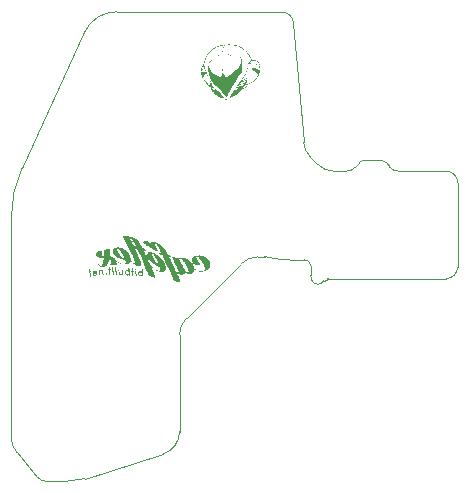
<source format=gbr>
%TF.GenerationSoftware,KiCad,Pcbnew,8.0.0-rc1-4-g5bc78f7d9f*%
%TF.CreationDate,2024-02-10T18:12:35-05:00*%
%TF.ProjectId,cafeFlex,63616665-466c-4657-982e-6b696361645f,3*%
%TF.SameCoordinates,Original*%
%TF.FileFunction,Legend,Bot*%
%TF.FilePolarity,Positive*%
%FSLAX46Y46*%
G04 Gerber Fmt 4.6, Leading zero omitted, Abs format (unit mm)*
G04 Created by KiCad (PCBNEW 8.0.0-rc1-4-g5bc78f7d9f) date 2024-02-10 18:12:35*
%MOMM*%
%LPD*%
G01*
G04 APERTURE LIST*
%ADD10C,0.000000*%
%TA.AperFunction,Profile*%
%ADD11C,0.010000*%
%TD*%
G04 APERTURE END LIST*
D10*
G36*
X202076900Y-60639279D02*
G01*
X202078838Y-60641156D01*
X202082888Y-60648498D01*
X202087134Y-60660385D01*
X202091535Y-60676531D01*
X202100638Y-60720456D01*
X202109866Y-60777984D01*
X202118888Y-60846827D01*
X202127373Y-60924696D01*
X202134993Y-61009303D01*
X202141415Y-61098359D01*
X202144923Y-61165809D01*
X202147425Y-61239132D01*
X202148922Y-61315441D01*
X202149413Y-61391850D01*
X202148900Y-61465472D01*
X202147382Y-61533421D01*
X202144860Y-61592811D01*
X202141335Y-61640755D01*
X202132297Y-61733359D01*
X202024618Y-61892109D01*
X201913745Y-62057660D01*
X201798388Y-62232760D01*
X201704863Y-62376174D01*
X201647152Y-62463800D01*
X201596030Y-62539495D01*
X201522271Y-62647117D01*
X201425628Y-62789114D01*
X201344852Y-62911051D01*
X201275788Y-63020184D01*
X201214282Y-63123769D01*
X201156179Y-63229062D01*
X201097324Y-63343318D01*
X201033562Y-63473792D01*
X200960738Y-63627742D01*
X200936193Y-63680699D01*
X200916074Y-63725165D01*
X200908323Y-63742755D01*
X200902458Y-63756472D01*
X200898738Y-63765734D01*
X200897764Y-63768511D01*
X200897424Y-63769955D01*
X200897282Y-63771540D01*
X200896915Y-63773342D01*
X200895549Y-63777540D01*
X200893415Y-63782428D01*
X200890602Y-63787884D01*
X200887198Y-63793787D01*
X200883294Y-63800015D01*
X200878977Y-63806447D01*
X200874336Y-63812962D01*
X200869462Y-63819438D01*
X200864442Y-63825753D01*
X200859365Y-63831787D01*
X200854321Y-63837417D01*
X200849398Y-63842523D01*
X200844686Y-63846982D01*
X200840272Y-63850674D01*
X200836248Y-63853476D01*
X200836247Y-63853477D01*
X200832293Y-63855759D01*
X200828314Y-63857801D01*
X200824314Y-63859606D01*
X200820295Y-63861173D01*
X200816262Y-63862505D01*
X200812219Y-63863602D01*
X200808169Y-63864466D01*
X200804116Y-63865097D01*
X200800065Y-63865499D01*
X200796017Y-63865670D01*
X200791979Y-63865613D01*
X200787952Y-63865330D01*
X200783942Y-63864820D01*
X200779951Y-63864086D01*
X200775984Y-63863129D01*
X200772044Y-63861949D01*
X200768136Y-63860549D01*
X200764262Y-63858929D01*
X200760427Y-63857091D01*
X200756634Y-63855035D01*
X200752887Y-63852764D01*
X200749190Y-63850278D01*
X200745547Y-63847579D01*
X200741962Y-63844667D01*
X200738437Y-63841545D01*
X200734978Y-63838213D01*
X200731588Y-63834672D01*
X200728270Y-63830924D01*
X200725028Y-63826970D01*
X200721867Y-63822812D01*
X200718789Y-63818450D01*
X200715799Y-63813886D01*
X200714052Y-63811166D01*
X200712296Y-63808523D01*
X200710542Y-63805969D01*
X200708802Y-63803519D01*
X200707087Y-63801187D01*
X200705409Y-63798985D01*
X200703779Y-63796928D01*
X200702210Y-63795030D01*
X200700712Y-63793304D01*
X200699297Y-63791763D01*
X200697977Y-63790422D01*
X200696763Y-63789294D01*
X200695667Y-63788393D01*
X200695167Y-63788032D01*
X200694701Y-63787732D01*
X200694270Y-63787496D01*
X200693876Y-63787326D01*
X200693520Y-63787222D01*
X200693204Y-63787187D01*
X200690618Y-63785142D01*
X200685337Y-63779333D01*
X200668163Y-63758377D01*
X200644626Y-63728231D01*
X200617673Y-63692805D01*
X200590247Y-63656012D01*
X200565294Y-63621761D01*
X200545759Y-63593964D01*
X200534586Y-63576532D01*
X200531570Y-63571146D01*
X200528721Y-63566340D01*
X200525836Y-63561834D01*
X200522712Y-63557346D01*
X200519144Y-63552595D01*
X200514928Y-63547300D01*
X200509862Y-63541179D01*
X200503740Y-63533950D01*
X200487912Y-63514672D01*
X200459485Y-63479610D01*
X200414050Y-63423885D01*
X200368308Y-63368747D01*
X200323734Y-63315899D01*
X200281802Y-63267042D01*
X200243989Y-63223878D01*
X200211769Y-63188111D01*
X200186618Y-63161442D01*
X200177154Y-63152051D01*
X200170010Y-63145573D01*
X200157085Y-63134593D01*
X200142365Y-63121810D01*
X200127662Y-63108812D01*
X200114789Y-63097187D01*
X200053823Y-63041515D01*
X200030398Y-63020364D01*
X200010385Y-63002527D01*
X199992814Y-62987146D01*
X199976714Y-62973363D01*
X199961116Y-62960322D01*
X199945049Y-62947165D01*
X199907079Y-62916242D01*
X199875662Y-62890420D01*
X199849460Y-62868535D01*
X199827135Y-62849423D01*
X199807348Y-62831920D01*
X199788761Y-62814863D01*
X199770036Y-62797088D01*
X199749833Y-62777431D01*
X199727191Y-62754867D01*
X199705853Y-62732899D01*
X199685896Y-62711612D01*
X199667392Y-62691090D01*
X199650415Y-62671415D01*
X199635039Y-62652672D01*
X199621339Y-62634944D01*
X199609388Y-62618315D01*
X199587199Y-62585743D01*
X199568219Y-62557020D01*
X199551832Y-62531070D01*
X199537421Y-62506820D01*
X199524370Y-62483194D01*
X199512063Y-62459119D01*
X199499883Y-62433520D01*
X199487214Y-62405322D01*
X199471616Y-62369380D01*
X199458339Y-62337959D01*
X199453010Y-62325001D01*
X199448789Y-62314443D01*
X199445852Y-62306706D01*
X199444373Y-62302214D01*
X199443252Y-62298409D01*
X199441336Y-62292641D01*
X199435540Y-62276355D01*
X199427819Y-62255635D01*
X199419004Y-62232761D01*
X199414350Y-62220657D01*
X199409564Y-62207799D01*
X199400140Y-62181395D01*
X199395776Y-62168635D01*
X199391825Y-62156696D01*
X199388425Y-62145969D01*
X199385711Y-62136849D01*
X199379838Y-62116919D01*
X199372179Y-62091993D01*
X199363727Y-62065252D01*
X199355473Y-62039878D01*
X199351662Y-62027920D01*
X199348104Y-62015892D01*
X199344877Y-62004121D01*
X199342059Y-61992932D01*
X199339728Y-61982650D01*
X199337963Y-61973600D01*
X199337316Y-61969640D01*
X199336840Y-61966110D01*
X199336545Y-61963050D01*
X199336439Y-61960503D01*
X199335396Y-61946371D01*
X199332616Y-61924173D01*
X199328534Y-61896497D01*
X199323584Y-61865931D01*
X199318203Y-61835065D01*
X199312826Y-61806486D01*
X199307887Y-61782784D01*
X199303822Y-61766546D01*
X199297578Y-61744875D01*
X199291420Y-61722003D01*
X199285492Y-61698553D01*
X199279938Y-61675149D01*
X199274899Y-61652413D01*
X199270520Y-61630970D01*
X199266944Y-61611443D01*
X199264313Y-61594454D01*
X199255634Y-61534550D01*
X199243615Y-61455548D01*
X199240677Y-61435426D01*
X199238169Y-61415655D01*
X199236088Y-61396298D01*
X199234434Y-61377417D01*
X199233207Y-61359077D01*
X199232404Y-61341340D01*
X199232024Y-61324270D01*
X199232068Y-61307930D01*
X199232534Y-61292383D01*
X199233420Y-61277693D01*
X199234727Y-61263923D01*
X199236452Y-61251137D01*
X199238595Y-61239397D01*
X199241154Y-61228767D01*
X199244130Y-61219310D01*
X199247520Y-61211090D01*
X199249807Y-61206566D01*
X199250928Y-61204567D01*
X199252032Y-61202742D01*
X199253118Y-61201091D01*
X199254184Y-61199613D01*
X199255229Y-61198308D01*
X199256251Y-61197175D01*
X199257249Y-61196213D01*
X199258222Y-61195423D01*
X199259168Y-61194802D01*
X199260086Y-61194352D01*
X199260973Y-61194071D01*
X199261830Y-61193958D01*
X199262654Y-61194014D01*
X199263443Y-61194237D01*
X199264198Y-61194627D01*
X199264915Y-61195184D01*
X199265593Y-61195906D01*
X199266232Y-61196794D01*
X199266829Y-61197846D01*
X199267384Y-61199062D01*
X199267895Y-61200442D01*
X199268359Y-61201984D01*
X199268777Y-61203689D01*
X199269146Y-61205556D01*
X199269465Y-61207584D01*
X199269733Y-61209773D01*
X199270108Y-61214630D01*
X199270260Y-61220123D01*
X199270414Y-61222058D01*
X199270845Y-61224550D01*
X199272481Y-61231053D01*
X199275054Y-61239320D01*
X199278451Y-61249039D01*
X199282558Y-61259897D01*
X199287261Y-61271583D01*
X199292446Y-61283785D01*
X199298000Y-61296190D01*
X199317422Y-61336901D01*
X199342841Y-61386568D01*
X199379765Y-61455690D01*
X199433705Y-61554766D01*
X199442477Y-61570959D01*
X199450315Y-61585710D01*
X199456366Y-61597391D01*
X199458454Y-61601572D01*
X199459773Y-61604375D01*
X199472780Y-61634141D01*
X199474920Y-61638802D01*
X199477696Y-61644456D01*
X199480992Y-61650884D01*
X199484692Y-61657871D01*
X199488678Y-61665199D01*
X199492835Y-61672650D01*
X199497046Y-61680009D01*
X199501195Y-61687058D01*
X199510008Y-61702058D01*
X199519388Y-61718452D01*
X199528215Y-61734256D01*
X199535366Y-61747488D01*
X199538952Y-61753454D01*
X199544132Y-61760879D01*
X199550672Y-61769510D01*
X199558337Y-61779092D01*
X199566895Y-61789369D01*
X199576112Y-61800088D01*
X199595584Y-61821833D01*
X199614884Y-61842290D01*
X199623884Y-61851400D01*
X199632140Y-61859424D01*
X199639418Y-61866107D01*
X199645483Y-61871197D01*
X199650102Y-61874437D01*
X199651797Y-61875284D01*
X199653042Y-61875574D01*
X199653754Y-61875674D01*
X199654695Y-61875967D01*
X199655846Y-61876445D01*
X199657195Y-61877096D01*
X199658724Y-61877911D01*
X199660418Y-61878880D01*
X199664243Y-61881241D01*
X199668545Y-61884100D01*
X199673201Y-61887377D01*
X199678088Y-61890993D01*
X199683083Y-61894869D01*
X199690420Y-61899981D01*
X199702019Y-61907141D01*
X199717286Y-61916021D01*
X199735627Y-61926293D01*
X199779158Y-61949703D01*
X199827860Y-61974750D01*
X199903279Y-62012805D01*
X199929528Y-62026264D01*
X199950858Y-62037462D01*
X199969310Y-62047488D01*
X199986924Y-62057433D01*
X200005743Y-62068383D01*
X200027808Y-62081430D01*
X200036249Y-62086346D01*
X200044760Y-62091131D01*
X200053111Y-62095668D01*
X200061070Y-62099836D01*
X200068403Y-62103517D01*
X200074881Y-62106592D01*
X200080270Y-62108942D01*
X200082484Y-62109808D01*
X200084339Y-62110448D01*
X200086121Y-62111057D01*
X200088123Y-62111829D01*
X200092698Y-62113821D01*
X200097888Y-62116331D01*
X200103519Y-62119263D01*
X200109415Y-62122525D01*
X200115402Y-62126022D01*
X200121306Y-62129661D01*
X200126950Y-62133347D01*
X200132805Y-62137214D01*
X200139311Y-62141369D01*
X200146251Y-62145684D01*
X200153409Y-62150028D01*
X200160566Y-62154270D01*
X200167506Y-62158281D01*
X200174012Y-62161929D01*
X200179867Y-62165086D01*
X200219702Y-62184711D01*
X200281395Y-62214134D01*
X200338618Y-62240913D01*
X200357326Y-62249422D01*
X200365043Y-62252605D01*
X200365233Y-62252424D01*
X200365465Y-62251896D01*
X200366037Y-62249864D01*
X200366735Y-62246653D01*
X200367533Y-62242404D01*
X200368406Y-62237259D01*
X200369329Y-62231362D01*
X200371223Y-62217878D01*
X200376624Y-62184416D01*
X200384506Y-62146735D01*
X200394547Y-62105931D01*
X200406429Y-62063100D01*
X200419830Y-62019339D01*
X200434430Y-61975742D01*
X200449911Y-61933408D01*
X200465951Y-61893431D01*
X200470050Y-61883754D01*
X200473714Y-61875221D01*
X200476992Y-61867767D01*
X200479935Y-61861326D01*
X200481297Y-61858465D01*
X200482593Y-61855833D01*
X200483830Y-61853422D01*
X200485014Y-61851223D01*
X200486151Y-61849229D01*
X200487248Y-61847431D01*
X200488311Y-61845822D01*
X200489346Y-61844392D01*
X200490359Y-61843134D01*
X200491357Y-61842040D01*
X200492345Y-61841102D01*
X200493330Y-61840311D01*
X200494318Y-61839659D01*
X200495316Y-61839138D01*
X200496329Y-61838741D01*
X200497363Y-61838458D01*
X200498426Y-61838281D01*
X200499522Y-61838204D01*
X200500659Y-61838216D01*
X200501843Y-61838311D01*
X200503079Y-61838480D01*
X200504375Y-61838715D01*
X200507167Y-61839350D01*
X200508874Y-61839798D01*
X200510553Y-61840287D01*
X200512194Y-61840813D01*
X200513788Y-61841371D01*
X200515325Y-61841956D01*
X200516795Y-61842563D01*
X200518190Y-61843187D01*
X200519499Y-61843823D01*
X200520714Y-61844467D01*
X200521824Y-61845114D01*
X200522820Y-61845758D01*
X200523692Y-61846396D01*
X200524079Y-61846710D01*
X200524431Y-61847022D01*
X200524748Y-61847329D01*
X200525028Y-61847631D01*
X200525270Y-61847928D01*
X200525473Y-61848218D01*
X200525635Y-61848503D01*
X200525756Y-61848780D01*
X200526678Y-61850561D01*
X200528572Y-61853608D01*
X200531322Y-61857755D01*
X200534813Y-61862837D01*
X200543556Y-61875138D01*
X200553879Y-61889188D01*
X200559659Y-61897059D01*
X200566053Y-61905985D01*
X200579840Y-61925770D01*
X200593546Y-61946073D01*
X200599839Y-61955648D01*
X200605478Y-61964426D01*
X200674814Y-62074010D01*
X200684233Y-62088636D01*
X200694171Y-62103585D01*
X200704327Y-62118436D01*
X200714401Y-62132768D01*
X200724095Y-62146162D01*
X200733107Y-62158197D01*
X200741139Y-62168452D01*
X200747891Y-62176508D01*
X200777038Y-62209552D01*
X200805874Y-62193591D01*
X200855394Y-62164926D01*
X200916078Y-62127821D01*
X200984325Y-62084641D01*
X201056533Y-62037753D01*
X201129102Y-61989521D01*
X201198431Y-61942313D01*
X201260919Y-61898494D01*
X201312964Y-61860430D01*
X201351906Y-61830095D01*
X201393971Y-61795566D01*
X201438461Y-61757534D01*
X201484680Y-61716691D01*
X201579510Y-61629334D01*
X201672879Y-61539027D01*
X201759204Y-61451299D01*
X201797981Y-61410131D01*
X201832904Y-61371682D01*
X201863275Y-61336643D01*
X201888397Y-61305706D01*
X201907570Y-61279562D01*
X201920099Y-61258902D01*
X201934344Y-61229699D01*
X201947938Y-61199541D01*
X201960874Y-61168461D01*
X201973141Y-61136496D01*
X201984732Y-61103679D01*
X201995636Y-61070046D01*
X202005846Y-61035631D01*
X202015351Y-61000471D01*
X202024143Y-60964599D01*
X202032212Y-60928051D01*
X202039551Y-60890862D01*
X202046150Y-60853067D01*
X202051999Y-60814700D01*
X202057090Y-60775797D01*
X202061414Y-60736393D01*
X202064961Y-60696523D01*
X202065454Y-60690627D01*
X202065989Y-60684897D01*
X202066561Y-60679361D01*
X202067165Y-60674050D01*
X202067796Y-60668994D01*
X202068448Y-60664221D01*
X202069117Y-60659763D01*
X202069797Y-60655647D01*
X202070484Y-60651905D01*
X202071171Y-60648565D01*
X202071854Y-60645658D01*
X202072528Y-60643212D01*
X202073187Y-60641259D01*
X202073826Y-60639827D01*
X202074137Y-60639316D01*
X202074441Y-60638946D01*
X202074738Y-60638721D01*
X202075026Y-60638646D01*
X202076900Y-60639279D01*
G37*
G36*
X198029001Y-78667699D02*
G01*
X198019497Y-78689196D01*
X198009182Y-78709914D01*
X197998122Y-78729697D01*
X197986382Y-78748389D01*
X197974026Y-78765834D01*
X197961119Y-78781876D01*
X197947726Y-78796359D01*
X197933913Y-78809127D01*
X197925878Y-78815410D01*
X197916495Y-78821839D01*
X197905920Y-78828351D01*
X197894309Y-78834882D01*
X197881818Y-78841368D01*
X197868602Y-78847748D01*
X197854817Y-78853957D01*
X197840620Y-78859931D01*
X197826165Y-78865608D01*
X197811610Y-78870924D01*
X197797109Y-78875816D01*
X197782819Y-78880220D01*
X197768895Y-78884073D01*
X197755494Y-78887311D01*
X197742770Y-78889872D01*
X197730881Y-78891692D01*
X197713128Y-78893385D01*
X197695107Y-78894073D01*
X197676854Y-78893768D01*
X197658408Y-78892480D01*
X197639806Y-78890221D01*
X197621086Y-78887002D01*
X197602284Y-78882833D01*
X197583439Y-78877726D01*
X197564588Y-78871692D01*
X197545768Y-78864742D01*
X197527016Y-78856887D01*
X197508371Y-78848138D01*
X197489870Y-78838507D01*
X197471549Y-78828004D01*
X197453448Y-78816640D01*
X197435602Y-78804427D01*
X197419380Y-78792495D01*
X197403167Y-78779899D01*
X197387394Y-78767020D01*
X197372494Y-78754238D01*
X197358900Y-78741933D01*
X197347042Y-78730486D01*
X197341900Y-78725204D01*
X197337354Y-78720278D01*
X197333458Y-78715757D01*
X197330267Y-78711689D01*
X197302916Y-78674581D01*
X197295228Y-78744254D01*
X197292358Y-78764858D01*
X197288425Y-78784146D01*
X197286050Y-78793306D01*
X197283398Y-78802148D01*
X197280465Y-78810676D01*
X197277247Y-78818893D01*
X197273741Y-78826804D01*
X197269942Y-78834412D01*
X197265848Y-78841721D01*
X197261453Y-78848735D01*
X197256755Y-78855457D01*
X197251750Y-78861890D01*
X197246433Y-78868040D01*
X197240802Y-78873909D01*
X197234852Y-78879502D01*
X197228579Y-78884821D01*
X197221981Y-78889871D01*
X197215052Y-78894656D01*
X197207790Y-78899178D01*
X197200189Y-78903443D01*
X197192248Y-78907453D01*
X197183962Y-78911213D01*
X197175326Y-78914726D01*
X197166338Y-78917995D01*
X197147290Y-78923820D01*
X197126785Y-78928717D01*
X197104794Y-78932717D01*
X197072677Y-78936688D01*
X197040560Y-78938564D01*
X197008485Y-78938358D01*
X196976491Y-78936085D01*
X196944619Y-78931760D01*
X196912909Y-78925398D01*
X196881401Y-78917013D01*
X196850134Y-78906620D01*
X196819150Y-78894234D01*
X196788488Y-78879869D01*
X196758189Y-78863541D01*
X196728292Y-78845263D01*
X196698838Y-78825052D01*
X196669868Y-78802920D01*
X196641420Y-78778884D01*
X196613535Y-78752958D01*
X196580132Y-78719599D01*
X196567062Y-78706638D01*
X196556811Y-78697264D01*
X196552836Y-78694180D01*
X196549679Y-78692305D01*
X196547376Y-78691740D01*
X196546556Y-78691982D01*
X196545964Y-78692591D01*
X196545605Y-78693579D01*
X196545482Y-78694960D01*
X196545967Y-78698952D01*
X196547455Y-78704670D01*
X196549985Y-78712218D01*
X196558319Y-78733218D01*
X196571266Y-78762782D01*
X196589127Y-78801740D01*
X196612201Y-78850922D01*
X196762601Y-79166477D01*
X196895560Y-79448310D01*
X196935319Y-79534736D01*
X196949105Y-79567300D01*
X196923460Y-79563845D01*
X196858077Y-79552438D01*
X196661055Y-79515826D01*
X196463950Y-79477580D01*
X196398464Y-79464130D01*
X196372674Y-79457814D01*
X196254571Y-79201839D01*
X195997860Y-78629631D01*
X195714338Y-77991632D01*
X195515802Y-77538283D01*
X195472749Y-77439748D01*
X195434922Y-77356987D01*
X195419246Y-77324235D01*
X195406408Y-77298684D01*
X195396921Y-77281419D01*
X195393593Y-77276233D01*
X195391294Y-77273525D01*
X195389284Y-77272079D01*
X195386803Y-77270591D01*
X195383886Y-77269072D01*
X195380570Y-77267534D01*
X195376888Y-77265987D01*
X195372877Y-77264442D01*
X195368572Y-77262911D01*
X195364008Y-77261406D01*
X195359221Y-77259937D01*
X195354245Y-77258515D01*
X195349116Y-77257152D01*
X195343870Y-77255859D01*
X195338542Y-77254647D01*
X195333167Y-77253528D01*
X195327780Y-77252511D01*
X195322417Y-77251610D01*
X195279483Y-77244527D01*
X195261681Y-77241167D01*
X195246039Y-77237754D01*
X195232345Y-77234156D01*
X195220385Y-77230241D01*
X195209948Y-77225879D01*
X195205234Y-77223489D01*
X195200820Y-77220938D01*
X195196681Y-77218209D01*
X195192790Y-77215286D01*
X195189119Y-77212153D01*
X195185643Y-77208793D01*
X195182335Y-77205190D01*
X195179168Y-77201327D01*
X195173153Y-77192757D01*
X195167384Y-77182951D01*
X195161649Y-77171778D01*
X195155735Y-77159106D01*
X195149429Y-77144805D01*
X195142988Y-77129623D01*
X195137175Y-77115264D01*
X195132102Y-77102057D01*
X195127884Y-77090329D01*
X195124632Y-77080409D01*
X195122460Y-77072625D01*
X195121815Y-77069637D01*
X195121482Y-77067305D01*
X195121475Y-77065671D01*
X195121810Y-77064776D01*
X195122180Y-77064549D01*
X195122773Y-77064376D01*
X195124605Y-77064192D01*
X195127259Y-77064214D01*
X195130688Y-77064437D01*
X195134843Y-77064851D01*
X195139677Y-77065449D01*
X195151191Y-77067168D01*
X195164848Y-77069531D01*
X195180267Y-77072477D01*
X195197067Y-77075944D01*
X195214865Y-77079871D01*
X195232693Y-77083770D01*
X195249566Y-77087164D01*
X195265098Y-77089997D01*
X195278902Y-77092211D01*
X195290594Y-77093751D01*
X195299785Y-77094560D01*
X195303322Y-77094672D01*
X195306090Y-77094580D01*
X195308039Y-77094276D01*
X195309122Y-77093754D01*
X195309395Y-77092101D01*
X195308730Y-77088717D01*
X195304764Y-77077114D01*
X195287540Y-77037066D01*
X195260318Y-76979334D01*
X195225965Y-76909639D01*
X195187348Y-76833703D01*
X195147333Y-76757249D01*
X195108787Y-76685997D01*
X195074578Y-76625670D01*
X195049807Y-76584323D01*
X195025082Y-76544727D01*
X195000530Y-76507027D01*
X194976274Y-76471368D01*
X194952440Y-76437895D01*
X194929154Y-76406752D01*
X194906541Y-76378084D01*
X194884726Y-76352036D01*
X194863834Y-76328752D01*
X194843990Y-76308377D01*
X194825321Y-76291055D01*
X194807951Y-76276932D01*
X194792005Y-76266153D01*
X194777609Y-76258861D01*
X194771032Y-76256568D01*
X194764889Y-76255201D01*
X194759196Y-76254779D01*
X194753968Y-76255319D01*
X194750945Y-76256202D01*
X194748182Y-76257548D01*
X194745679Y-76259349D01*
X194743434Y-76261596D01*
X194741447Y-76264282D01*
X194739716Y-76267398D01*
X194738240Y-76270936D01*
X194737019Y-76274887D01*
X194736051Y-76279243D01*
X194735336Y-76283997D01*
X194734871Y-76289138D01*
X194734657Y-76294660D01*
X194734692Y-76300554D01*
X194734975Y-76306812D01*
X194735505Y-76313425D01*
X194736281Y-76320385D01*
X194737302Y-76327684D01*
X194738567Y-76335314D01*
X194741824Y-76351531D01*
X194746045Y-76368971D01*
X194751221Y-76387567D01*
X194757343Y-76407252D01*
X194764404Y-76427961D01*
X194772394Y-76449628D01*
X194781306Y-76472185D01*
X194802617Y-76522672D01*
X194812526Y-76544631D01*
X194822042Y-76564541D01*
X194831243Y-76582511D01*
X194840204Y-76598647D01*
X194849005Y-76613057D01*
X194857722Y-76625846D01*
X194866433Y-76637122D01*
X194875215Y-76646993D01*
X194884146Y-76655565D01*
X194893304Y-76662945D01*
X194902766Y-76669239D01*
X194912610Y-76674556D01*
X194922912Y-76679002D01*
X194933751Y-76682684D01*
X194949804Y-76687551D01*
X194956199Y-76689599D01*
X194961547Y-76691453D01*
X194965880Y-76693161D01*
X194969228Y-76694770D01*
X194970542Y-76695552D01*
X194971622Y-76696327D01*
X194972472Y-76697102D01*
X194973094Y-76697882D01*
X194973494Y-76698672D01*
X194973674Y-76699480D01*
X194973640Y-76700310D01*
X194973394Y-76701170D01*
X194972941Y-76702064D01*
X194972284Y-76702999D01*
X194971427Y-76703981D01*
X194970375Y-76705015D01*
X194967698Y-76707265D01*
X194964285Y-76709797D01*
X194955371Y-76715898D01*
X194944304Y-76723376D01*
X194934525Y-76730064D01*
X194927092Y-76735230D01*
X194923064Y-76738143D01*
X194922899Y-76738449D01*
X194922900Y-76738974D01*
X194923063Y-76739712D01*
X194923383Y-76740659D01*
X194924481Y-76743153D01*
X194926165Y-76746409D01*
X194928406Y-76750381D01*
X194931172Y-76755023D01*
X194934435Y-76760290D01*
X194938165Y-76766134D01*
X194946904Y-76779372D01*
X194957151Y-76794369D01*
X194968668Y-76810755D01*
X194981216Y-76828163D01*
X195005651Y-76862124D01*
X195025664Y-76890813D01*
X195033366Y-76902236D01*
X195039188Y-76911208D01*
X195042870Y-76917352D01*
X195043828Y-76919245D01*
X195044155Y-76920288D01*
X195043882Y-76921354D01*
X195043078Y-76922311D01*
X195041764Y-76923159D01*
X195039961Y-76923900D01*
X195037688Y-76924537D01*
X195034968Y-76925070D01*
X195028270Y-76925832D01*
X195020032Y-76926199D01*
X195010422Y-76926183D01*
X194999608Y-76925796D01*
X194987756Y-76925052D01*
X194975035Y-76923963D01*
X194961612Y-76922541D01*
X194947653Y-76920798D01*
X194933328Y-76918748D01*
X194918801Y-76916402D01*
X194904243Y-76913773D01*
X194889819Y-76910873D01*
X194875696Y-76907716D01*
X194857374Y-76903077D01*
X194838966Y-76897780D01*
X194820472Y-76891824D01*
X194801895Y-76885211D01*
X194783234Y-76877940D01*
X194764490Y-76870012D01*
X194745666Y-76861427D01*
X194726760Y-76852186D01*
X194707775Y-76842290D01*
X194688712Y-76831738D01*
X194669570Y-76820531D01*
X194650352Y-76808671D01*
X194631058Y-76796156D01*
X194611689Y-76782989D01*
X194592245Y-76769168D01*
X194572729Y-76754695D01*
X194554569Y-76741360D01*
X194534418Y-76727294D01*
X194512947Y-76712920D01*
X194490827Y-76698662D01*
X194468728Y-76684944D01*
X194447321Y-76672190D01*
X194427277Y-76660824D01*
X194409265Y-76651269D01*
X194390798Y-76641631D01*
X194369437Y-76630033D01*
X194345946Y-76616915D01*
X194321087Y-76602718D01*
X194270319Y-76572846D01*
X194245936Y-76558052D01*
X194223239Y-76543939D01*
X194172543Y-76510511D01*
X194108879Y-76466433D01*
X194037940Y-76415892D01*
X193965416Y-76363075D01*
X193896998Y-76312173D01*
X193838378Y-76267371D01*
X193795248Y-76232859D01*
X193781270Y-76220771D01*
X193773298Y-76212825D01*
X193772140Y-76211382D01*
X193771090Y-76209973D01*
X193770153Y-76208591D01*
X193769331Y-76207232D01*
X193768627Y-76205890D01*
X193768044Y-76204560D01*
X193767585Y-76203237D01*
X193767254Y-76201914D01*
X193767054Y-76200587D01*
X193766987Y-76199251D01*
X193767056Y-76197899D01*
X193767265Y-76196528D01*
X193767617Y-76195130D01*
X193768115Y-76193702D01*
X193768762Y-76192237D01*
X193769560Y-76190730D01*
X193770514Y-76189176D01*
X193771625Y-76187570D01*
X193772898Y-76185906D01*
X193774334Y-76184178D01*
X193775938Y-76182382D01*
X193777713Y-76180513D01*
X193779660Y-76178564D01*
X193781785Y-76176530D01*
X193784088Y-76174406D01*
X193786574Y-76172187D01*
X193792107Y-76167441D01*
X193798406Y-76162250D01*
X193805496Y-76156570D01*
X193815737Y-76148742D01*
X193826598Y-76140940D01*
X193837749Y-76133372D01*
X193848859Y-76126244D01*
X193859595Y-76119762D01*
X193869629Y-76114134D01*
X193878628Y-76109566D01*
X193882636Y-76107744D01*
X193886261Y-76106265D01*
X193896382Y-76102982D01*
X193907855Y-76100266D01*
X193920520Y-76098110D01*
X193934217Y-76096506D01*
X193948784Y-76095446D01*
X193964062Y-76094922D01*
X193979890Y-76094928D01*
X193996108Y-76095455D01*
X194012554Y-76096496D01*
X194029069Y-76098042D01*
X194045492Y-76100087D01*
X194061663Y-76102622D01*
X194077420Y-76105641D01*
X194092604Y-76109134D01*
X194107054Y-76113095D01*
X194120609Y-76117516D01*
X194134759Y-76122978D01*
X194151238Y-76130066D01*
X194169453Y-76138482D01*
X194188808Y-76147930D01*
X194208708Y-76158111D01*
X194228556Y-76168727D01*
X194247759Y-76179482D01*
X194265721Y-76190078D01*
X194296333Y-76208514D01*
X194320090Y-76222267D01*
X194329711Y-76227484D01*
X194337992Y-76231647D01*
X194345059Y-76234793D01*
X194351037Y-76236963D01*
X194356050Y-76238193D01*
X194358234Y-76238469D01*
X194360224Y-76238524D01*
X194362035Y-76238363D01*
X194363683Y-76237993D01*
X194365184Y-76237416D01*
X194366553Y-76236639D01*
X194367805Y-76235666D01*
X194368957Y-76234501D01*
X194371022Y-76231618D01*
X194372872Y-76228028D01*
X194374631Y-76223770D01*
X194376064Y-76220673D01*
X194377977Y-76217567D01*
X194380352Y-76214457D01*
X194383169Y-76211350D01*
X194386408Y-76208255D01*
X194390051Y-76205177D01*
X194394077Y-76202125D01*
X194398467Y-76199105D01*
X194408262Y-76193191D01*
X194419280Y-76187491D01*
X194431365Y-76182063D01*
X194444362Y-76176965D01*
X194458115Y-76172252D01*
X194472469Y-76167983D01*
X194487267Y-76164213D01*
X194502355Y-76161001D01*
X194517575Y-76158404D01*
X194532774Y-76156478D01*
X194547795Y-76155280D01*
X194562482Y-76154868D01*
X194597849Y-76156336D01*
X194636525Y-76160620D01*
X194678035Y-76167542D01*
X194721906Y-76176926D01*
X194767666Y-76188593D01*
X194814841Y-76202366D01*
X194862956Y-76218067D01*
X194911540Y-76235518D01*
X194960118Y-76254542D01*
X195008217Y-76274960D01*
X195055364Y-76296596D01*
X195101086Y-76319271D01*
X195144909Y-76342807D01*
X195186359Y-76367028D01*
X195224964Y-76391755D01*
X195260249Y-76416811D01*
X195293685Y-76443149D01*
X195327453Y-76472104D01*
X195361463Y-76503558D01*
X195395624Y-76537397D01*
X195429845Y-76573502D01*
X195464035Y-76611759D01*
X195498102Y-76652051D01*
X195531957Y-76694261D01*
X195565508Y-76738273D01*
X195598664Y-76783971D01*
X195631333Y-76831238D01*
X195663426Y-76879959D01*
X195694851Y-76930016D01*
X195725517Y-76981294D01*
X195755333Y-77033676D01*
X195784209Y-77087045D01*
X195852889Y-77217343D01*
X195929896Y-77231863D01*
X195945624Y-77234950D01*
X195960805Y-77238155D01*
X195975068Y-77241382D01*
X195988046Y-77244540D01*
X195999372Y-77247535D01*
X196008675Y-77250274D01*
X196015589Y-77252663D01*
X196018034Y-77253697D01*
X196019744Y-77254609D01*
X196021545Y-77256009D01*
X196023587Y-77258038D01*
X196028309Y-77263818D01*
X196033741Y-77271607D01*
X196039715Y-77281065D01*
X196046060Y-77291850D01*
X196052607Y-77303621D01*
X196065634Y-77328754D01*
X196077441Y-77353735D01*
X196082464Y-77365314D01*
X196086675Y-77375832D01*
X196089905Y-77384947D01*
X196091984Y-77392316D01*
X196092742Y-77397600D01*
X196092574Y-77399353D01*
X196092012Y-77400456D01*
X196091580Y-77400779D01*
X196090973Y-77401061D01*
X196090196Y-77401304D01*
X196089254Y-77401507D01*
X196086893Y-77401797D01*
X196083932Y-77401936D01*
X196080407Y-77401926D01*
X196076359Y-77401772D01*
X196071827Y-77401477D01*
X196066849Y-77401045D01*
X196061465Y-77400481D01*
X196055714Y-77399787D01*
X196049636Y-77398968D01*
X196043268Y-77398027D01*
X196036651Y-77396968D01*
X196029823Y-77395795D01*
X196022823Y-77394512D01*
X196015692Y-77393123D01*
X196001577Y-77390430D01*
X195988180Y-77388149D01*
X195975808Y-77386314D01*
X195964773Y-77384957D01*
X195955383Y-77384112D01*
X195947948Y-77383812D01*
X195945060Y-77383877D01*
X195942777Y-77384091D01*
X195941137Y-77384458D01*
X195940179Y-77384982D01*
X195943580Y-77399018D01*
X195957476Y-77434526D01*
X196011186Y-77558081D01*
X196183290Y-77932237D01*
X196367381Y-78317473D01*
X196436075Y-78454879D01*
X196474349Y-78523813D01*
X196496115Y-78553368D01*
X196517436Y-78581178D01*
X196538288Y-78607220D01*
X196558646Y-78631473D01*
X196578485Y-78653913D01*
X196597780Y-78674519D01*
X196616505Y-78693269D01*
X196634637Y-78710140D01*
X196652149Y-78725109D01*
X196669018Y-78738155D01*
X196685217Y-78749255D01*
X196700723Y-78758387D01*
X196715509Y-78765528D01*
X196729551Y-78770657D01*
X196742825Y-78773751D01*
X196755304Y-78774787D01*
X196761328Y-78774490D01*
X196766762Y-78773574D01*
X196769255Y-78772872D01*
X196771596Y-78772000D01*
X196773784Y-78770955D01*
X196775817Y-78769730D01*
X196777694Y-78768322D01*
X196779413Y-78766725D01*
X196780972Y-78764935D01*
X196782371Y-78762946D01*
X196783608Y-78760755D01*
X196784681Y-78758355D01*
X196785588Y-78755743D01*
X196786328Y-78752913D01*
X196786901Y-78749861D01*
X196787303Y-78746582D01*
X196787592Y-78739323D01*
X196787183Y-78731097D01*
X196786064Y-78721866D01*
X196784224Y-78711592D01*
X196781649Y-78700235D01*
X196778329Y-78687757D01*
X196774250Y-78674119D01*
X196769401Y-78659283D01*
X196763770Y-78643211D01*
X196757344Y-78625863D01*
X196750111Y-78607201D01*
X196742060Y-78587186D01*
X196733178Y-78565780D01*
X196723453Y-78542945D01*
X196712874Y-78518641D01*
X196689101Y-78465474D01*
X196661762Y-78405971D01*
X196630762Y-78339822D01*
X196596004Y-78266718D01*
X196481955Y-78026496D01*
X196396829Y-77844348D01*
X196332804Y-77705730D01*
X196281778Y-77596436D01*
X196815403Y-77596436D01*
X196817477Y-77606099D01*
X196826354Y-77628565D01*
X196861312Y-77705526D01*
X196977603Y-77942896D01*
X197112978Y-78206442D01*
X197171792Y-78316126D01*
X197216141Y-78394066D01*
X197246297Y-78443093D01*
X197275095Y-78488225D01*
X197302577Y-78529505D01*
X197328788Y-78566977D01*
X197353773Y-78600686D01*
X197377575Y-78630675D01*
X197389047Y-78644289D01*
X197400240Y-78656989D01*
X197411160Y-78668781D01*
X197421812Y-78679671D01*
X197432202Y-78689664D01*
X197442335Y-78698765D01*
X197452217Y-78706981D01*
X197461853Y-78714316D01*
X197471250Y-78720777D01*
X197480411Y-78726368D01*
X197489344Y-78731095D01*
X197498054Y-78734964D01*
X197506546Y-78737979D01*
X197514825Y-78740148D01*
X197522898Y-78741474D01*
X197530769Y-78741965D01*
X197538445Y-78741624D01*
X197545931Y-78740458D01*
X197553232Y-78738472D01*
X197560354Y-78735672D01*
X197567204Y-78732184D01*
X197573387Y-78728230D01*
X197578920Y-78723744D01*
X197583821Y-78718659D01*
X197588106Y-78712909D01*
X197591795Y-78706430D01*
X197594902Y-78699156D01*
X197597448Y-78691020D01*
X197599448Y-78681957D01*
X197600920Y-78671901D01*
X197601881Y-78660786D01*
X197602350Y-78648547D01*
X197602342Y-78635119D01*
X197601877Y-78620434D01*
X197600970Y-78604428D01*
X197599641Y-78587034D01*
X197596345Y-78558861D01*
X197591171Y-78529253D01*
X197584200Y-78498340D01*
X197575519Y-78466252D01*
X197553355Y-78399075D01*
X197525352Y-78328764D01*
X197492181Y-78256364D01*
X197454511Y-78182918D01*
X197413015Y-78109470D01*
X197368362Y-78037062D01*
X197321226Y-77966740D01*
X197272276Y-77899545D01*
X197222183Y-77836522D01*
X197171619Y-77778714D01*
X197121255Y-77727165D01*
X197071761Y-77682918D01*
X197047551Y-77663859D01*
X197023810Y-77647017D01*
X197000622Y-77632522D01*
X196978071Y-77620505D01*
X196965871Y-77614942D01*
X196953262Y-77609820D01*
X196940387Y-77605160D01*
X196927395Y-77600983D01*
X196914430Y-77597311D01*
X196901639Y-77594165D01*
X196889167Y-77591569D01*
X196877161Y-77589542D01*
X196865767Y-77588106D01*
X196855131Y-77587284D01*
X196845398Y-77587096D01*
X196836716Y-77587565D01*
X196832814Y-77588052D01*
X196829229Y-77588712D01*
X196825980Y-77589546D01*
X196823084Y-77590558D01*
X196820560Y-77591750D01*
X196818427Y-77593125D01*
X196816702Y-77594686D01*
X196815403Y-77596436D01*
X196281778Y-77596436D01*
X196269506Y-77570151D01*
X196257008Y-77543237D01*
X196245575Y-77517904D01*
X196235440Y-77494722D01*
X196226837Y-77474260D01*
X196220001Y-77457091D01*
X196215165Y-77443784D01*
X196212563Y-77434909D01*
X196212174Y-77432313D01*
X196212430Y-77431038D01*
X196214376Y-77430760D01*
X196218947Y-77431082D01*
X196235412Y-77433423D01*
X196260721Y-77437843D01*
X196293772Y-77444128D01*
X196333462Y-77452063D01*
X196378689Y-77461431D01*
X196428349Y-77472018D01*
X196481340Y-77483608D01*
X196744531Y-77541883D01*
X196809478Y-77512537D01*
X196820031Y-77507872D01*
X196830010Y-77503722D01*
X196839648Y-77500059D01*
X196849178Y-77496852D01*
X196858831Y-77494073D01*
X196868841Y-77491690D01*
X196879439Y-77489675D01*
X196890859Y-77487998D01*
X196903333Y-77486629D01*
X196917094Y-77485539D01*
X196932374Y-77484698D01*
X196949406Y-77484077D01*
X196968422Y-77483645D01*
X196989654Y-77483373D01*
X197039700Y-77483191D01*
X197087527Y-77483433D01*
X197127688Y-77484276D01*
X197161767Y-77485898D01*
X197191344Y-77488474D01*
X197204938Y-77490176D01*
X197218001Y-77492182D01*
X197230728Y-77494516D01*
X197243319Y-77497198D01*
X197268882Y-77503700D01*
X197296269Y-77511863D01*
X197360377Y-77534139D01*
X197422663Y-77560076D01*
X197482996Y-77589544D01*
X197541246Y-77622416D01*
X197597281Y-77658562D01*
X197650972Y-77697855D01*
X197702188Y-77740164D01*
X197750797Y-77785362D01*
X197796670Y-77833319D01*
X197839676Y-77883908D01*
X197879684Y-77936998D01*
X197916564Y-77992462D01*
X197950185Y-78050170D01*
X197980416Y-78109994D01*
X198007128Y-78171806D01*
X198030189Y-78235475D01*
X198035340Y-78251730D01*
X198040146Y-78267978D01*
X198044502Y-78283785D01*
X198048302Y-78298719D01*
X198051440Y-78312346D01*
X198053813Y-78324233D01*
X198055313Y-78333948D01*
X198055704Y-78337855D01*
X198055837Y-78341056D01*
X198056216Y-78345041D01*
X198057338Y-78349371D01*
X198059183Y-78354030D01*
X198061730Y-78359001D01*
X198064958Y-78364268D01*
X198068845Y-78369814D01*
X198073371Y-78375623D01*
X198078515Y-78381678D01*
X198090572Y-78394463D01*
X198104849Y-78408036D01*
X198121177Y-78422265D01*
X198139390Y-78437021D01*
X198159318Y-78452170D01*
X198180795Y-78467581D01*
X198203653Y-78483123D01*
X198227723Y-78498664D01*
X198252839Y-78514073D01*
X198278831Y-78529218D01*
X198305533Y-78543968D01*
X198332777Y-78558190D01*
X198357135Y-78569798D01*
X198382340Y-78580383D01*
X198408311Y-78589935D01*
X198434969Y-78598444D01*
X198462234Y-78605900D01*
X198490023Y-78612292D01*
X198518259Y-78617610D01*
X198546859Y-78621843D01*
X198575744Y-78624982D01*
X198604834Y-78627015D01*
X198634048Y-78627934D01*
X198663305Y-78627727D01*
X198692526Y-78626384D01*
X198721631Y-78623895D01*
X198750538Y-78620249D01*
X198779167Y-78615437D01*
X198796103Y-78611972D01*
X198812178Y-78608156D01*
X198827413Y-78603975D01*
X198841832Y-78599417D01*
X198855457Y-78594468D01*
X198868311Y-78589116D01*
X198880416Y-78583346D01*
X198891795Y-78577147D01*
X198902470Y-78570504D01*
X198912465Y-78563405D01*
X198921801Y-78555837D01*
X198930502Y-78547786D01*
X198938590Y-78539239D01*
X198946088Y-78530184D01*
X198953018Y-78520606D01*
X198959403Y-78510493D01*
X198964653Y-78500653D01*
X198969271Y-78490058D01*
X198973263Y-78478736D01*
X198976634Y-78466715D01*
X198979390Y-78454022D01*
X198981537Y-78440688D01*
X198984029Y-78412203D01*
X198984158Y-78381485D01*
X198981971Y-78348759D01*
X198977515Y-78314252D01*
X198970839Y-78278187D01*
X198961990Y-78240791D01*
X198951015Y-78202288D01*
X198937962Y-78162904D01*
X198922879Y-78122864D01*
X198905813Y-78082394D01*
X198886812Y-78041719D01*
X198865924Y-78001063D01*
X198843196Y-77960653D01*
X198810886Y-77907396D01*
X198777156Y-77855041D01*
X198742300Y-77803906D01*
X198706614Y-77754312D01*
X198670390Y-77706577D01*
X198633926Y-77661020D01*
X198597514Y-77617960D01*
X198561451Y-77577715D01*
X198526030Y-77540606D01*
X198491547Y-77506950D01*
X198458296Y-77477068D01*
X198426572Y-77451277D01*
X198396669Y-77429897D01*
X198368883Y-77413247D01*
X198343509Y-77401646D01*
X198331818Y-77397838D01*
X198320841Y-77395412D01*
X198313922Y-77394335D01*
X198307742Y-77393489D01*
X198302247Y-77392898D01*
X198297386Y-77392587D01*
X198293107Y-77392580D01*
X198291170Y-77392699D01*
X198289358Y-77392903D01*
X198287666Y-77393195D01*
X198286087Y-77393579D01*
X198284615Y-77394057D01*
X198283242Y-77394633D01*
X198281963Y-77395310D01*
X198280771Y-77396090D01*
X198279659Y-77396978D01*
X198278622Y-77397975D01*
X198277652Y-77399085D01*
X198276743Y-77400311D01*
X198275888Y-77401656D01*
X198275082Y-77403123D01*
X198273587Y-77406437D01*
X198272207Y-77410275D01*
X198270889Y-77414664D01*
X198269581Y-77419628D01*
X198267743Y-77429513D01*
X198266899Y-77440438D01*
X198267021Y-77452345D01*
X198268077Y-77465176D01*
X198272871Y-77493376D01*
X198281039Y-77524574D01*
X198292337Y-77558304D01*
X198306523Y-77594102D01*
X198323354Y-77631503D01*
X198342586Y-77670043D01*
X198363979Y-77709256D01*
X198387287Y-77748678D01*
X198412269Y-77787844D01*
X198438681Y-77826289D01*
X198466282Y-77863549D01*
X198494827Y-77899158D01*
X198524074Y-77932652D01*
X198553781Y-77963567D01*
X198631154Y-78039937D01*
X198586126Y-78058753D01*
X198555442Y-78070800D01*
X198524646Y-78081366D01*
X198493819Y-78090449D01*
X198463042Y-78098047D01*
X198432395Y-78104157D01*
X198401959Y-78108777D01*
X198371815Y-78111904D01*
X198342043Y-78113536D01*
X198312725Y-78113671D01*
X198283940Y-78112305D01*
X198255771Y-78109437D01*
X198228296Y-78105065D01*
X198201598Y-78099185D01*
X198175756Y-78091795D01*
X198150852Y-78082893D01*
X198126967Y-78072477D01*
X198113041Y-78065482D01*
X198099420Y-78057978D01*
X198086115Y-78049984D01*
X198073138Y-78041517D01*
X198060499Y-78032596D01*
X198048209Y-78023237D01*
X198036280Y-78013459D01*
X198024723Y-78003280D01*
X198013547Y-77992718D01*
X198002766Y-77981791D01*
X197992388Y-77970515D01*
X197982427Y-77958910D01*
X197972892Y-77946994D01*
X197963795Y-77934783D01*
X197955147Y-77922296D01*
X197946959Y-77909551D01*
X197939241Y-77896565D01*
X197932006Y-77883358D01*
X197925263Y-77869945D01*
X197919025Y-77856346D01*
X197913302Y-77842578D01*
X197908104Y-77828659D01*
X197903444Y-77814607D01*
X197899333Y-77800439D01*
X197895780Y-77786175D01*
X197892798Y-77771830D01*
X197890397Y-77757424D01*
X197888589Y-77742975D01*
X197887384Y-77728499D01*
X197886794Y-77714016D01*
X197886829Y-77699543D01*
X197887501Y-77685097D01*
X197888928Y-77667811D01*
X197890787Y-77651519D01*
X197893127Y-77636114D01*
X197895998Y-77621493D01*
X197899451Y-77607548D01*
X197903536Y-77594175D01*
X197908302Y-77581269D01*
X197913800Y-77568723D01*
X197920079Y-77556432D01*
X197927191Y-77544291D01*
X197935184Y-77532194D01*
X197944110Y-77520036D01*
X197954017Y-77507712D01*
X197964956Y-77495115D01*
X197976977Y-77482141D01*
X197990131Y-77468684D01*
X198003348Y-77456071D01*
X198017170Y-77444086D01*
X198031651Y-77432706D01*
X198046843Y-77421907D01*
X198062801Y-77411664D01*
X198079578Y-77401954D01*
X198097227Y-77392754D01*
X198115803Y-77384038D01*
X198135358Y-77375784D01*
X198155947Y-77367968D01*
X198177622Y-77360565D01*
X198200438Y-77353552D01*
X198224449Y-77346906D01*
X198249706Y-77340601D01*
X198276265Y-77334614D01*
X198304178Y-77328922D01*
X198390355Y-77315256D01*
X198475411Y-77307790D01*
X198559021Y-77306387D01*
X198640858Y-77310907D01*
X198720594Y-77321214D01*
X198797904Y-77337169D01*
X198872459Y-77358634D01*
X198943933Y-77385471D01*
X199011999Y-77417543D01*
X199076331Y-77454711D01*
X199136601Y-77496837D01*
X199192483Y-77543784D01*
X199243649Y-77595413D01*
X199289774Y-77651586D01*
X199330529Y-77712166D01*
X199348791Y-77744065D01*
X199365588Y-77777014D01*
X199378952Y-77806092D01*
X199390978Y-77834825D01*
X199401669Y-77863238D01*
X199411028Y-77891362D01*
X199419059Y-77919222D01*
X199425766Y-77946847D01*
X199431151Y-77974265D01*
X199435219Y-78001504D01*
X199437974Y-78028590D01*
X199439417Y-78055553D01*
X199439554Y-78082419D01*
X199438387Y-78109217D01*
X199435920Y-78135974D01*
X199432156Y-78162719D01*
X199427099Y-78189477D01*
X199420753Y-78216279D01*
X199413474Y-78241492D01*
X199404918Y-78266202D01*
X199395114Y-78290389D01*
X199384095Y-78314034D01*
X199371889Y-78337118D01*
X199358527Y-78359620D01*
X199344039Y-78381522D01*
X199328456Y-78402804D01*
X199311808Y-78423446D01*
X199294126Y-78443429D01*
X199275439Y-78462734D01*
X199255778Y-78481340D01*
X199235173Y-78499229D01*
X199213655Y-78516381D01*
X199191254Y-78532776D01*
X199168000Y-78548395D01*
X199143924Y-78563218D01*
X199119055Y-78577227D01*
X199093425Y-78590401D01*
X199067063Y-78602721D01*
X199040000Y-78614167D01*
X199012266Y-78624720D01*
X198983891Y-78634361D01*
X198954906Y-78643069D01*
X198925341Y-78650827D01*
X198895227Y-78657613D01*
X198864593Y-78663408D01*
X198833470Y-78668194D01*
X198801889Y-78671950D01*
X198769879Y-78674657D01*
X198737471Y-78676295D01*
X198704695Y-78676846D01*
X198666967Y-78676133D01*
X198629897Y-78673982D01*
X198593434Y-78670375D01*
X198557525Y-78665294D01*
X198522117Y-78658719D01*
X198487158Y-78650633D01*
X198452596Y-78641017D01*
X198418377Y-78629853D01*
X198384450Y-78617122D01*
X198350763Y-78602805D01*
X198317261Y-78586886D01*
X198283894Y-78569345D01*
X198250609Y-78550163D01*
X198217352Y-78529323D01*
X198184073Y-78506805D01*
X198150717Y-78482592D01*
X198068080Y-78420584D01*
X198068080Y-78486412D01*
X198067393Y-78508522D01*
X198065378Y-78531102D01*
X198062098Y-78553995D01*
X198057618Y-78577045D01*
X198052004Y-78600097D01*
X198045319Y-78622993D01*
X198037630Y-78645580D01*
X198036473Y-78648547D01*
X198029001Y-78667699D01*
G37*
G36*
X193120112Y-78614107D02*
G01*
X193129875Y-78615155D01*
X193145373Y-78616756D01*
X193146403Y-78616886D01*
X193147443Y-78617065D01*
X193149548Y-78617565D01*
X193151672Y-78618248D01*
X193153800Y-78619101D01*
X193155920Y-78620115D01*
X193158016Y-78621279D01*
X193160076Y-78622582D01*
X193162086Y-78624014D01*
X193164031Y-78625566D01*
X193165898Y-78627224D01*
X193167673Y-78628981D01*
X193169341Y-78630825D01*
X193170889Y-78632744D01*
X193172304Y-78634730D01*
X193173571Y-78636773D01*
X193174676Y-78638859D01*
X193176920Y-78646789D01*
X193179627Y-78661721D01*
X193186050Y-78708593D01*
X193193189Y-78771478D01*
X193200288Y-78842380D01*
X193206592Y-78913304D01*
X193211344Y-78976255D01*
X193213790Y-79023238D01*
X193213911Y-79038243D01*
X193213173Y-79046256D01*
X193212584Y-79047775D01*
X193211714Y-79049237D01*
X193210580Y-79050639D01*
X193209198Y-79051982D01*
X193207585Y-79053260D01*
X193205757Y-79054474D01*
X193203730Y-79055620D01*
X193201522Y-79056697D01*
X193196625Y-79058634D01*
X193191197Y-79060267D01*
X193185368Y-79061581D01*
X193179272Y-79062556D01*
X193173039Y-79063178D01*
X193166801Y-79063427D01*
X193160690Y-79063288D01*
X193154835Y-79062745D01*
X193152046Y-79062315D01*
X193149370Y-79061777D01*
X193146824Y-79061130D01*
X193144425Y-79060371D01*
X193142189Y-79059498D01*
X193140132Y-79058507D01*
X193138271Y-79057399D01*
X193136622Y-79056170D01*
X193135880Y-79055390D01*
X193135136Y-79054286D01*
X193134389Y-79052854D01*
X193133639Y-79051085D01*
X193132124Y-79046509D01*
X193130582Y-79040505D01*
X193129006Y-79033014D01*
X193127388Y-79023980D01*
X193125722Y-79013349D01*
X193124000Y-79001062D01*
X193122214Y-78987066D01*
X193120357Y-78971302D01*
X193116398Y-78934249D01*
X193112064Y-78889454D01*
X193107295Y-78836468D01*
X193098038Y-78725619D01*
X193095474Y-78688332D01*
X193094233Y-78661016D01*
X193094270Y-78642084D01*
X193094756Y-78635264D01*
X193095547Y-78629945D01*
X193096636Y-78625926D01*
X193098021Y-78623010D01*
X193099694Y-78620997D01*
X193101651Y-78619688D01*
X193104334Y-78618449D01*
X193107060Y-78617320D01*
X193109755Y-78616322D01*
X193112343Y-78615478D01*
X193114748Y-78614812D01*
X193115858Y-78614552D01*
X193116894Y-78614346D01*
X193117848Y-78614195D01*
X193118708Y-78614103D01*
X193119465Y-78614073D01*
X193120112Y-78614107D01*
G37*
G36*
X190904769Y-78286777D02*
G01*
X190907662Y-78286937D01*
X190910461Y-78287194D01*
X190913145Y-78287543D01*
X190915695Y-78287984D01*
X190918088Y-78288515D01*
X190920304Y-78289131D01*
X190922324Y-78289833D01*
X190924126Y-78290617D01*
X190925690Y-78291481D01*
X190926993Y-78292422D01*
X190927698Y-78293091D01*
X190928396Y-78293906D01*
X190929086Y-78294870D01*
X190929767Y-78295980D01*
X190931109Y-78298646D01*
X190932418Y-78301900D01*
X190933697Y-78305745D01*
X190934947Y-78310182D01*
X190936165Y-78315210D01*
X190937353Y-78320829D01*
X190938510Y-78327040D01*
X190939638Y-78333843D01*
X190940735Y-78341239D01*
X190941803Y-78349227D01*
X190942840Y-78357808D01*
X190943847Y-78366982D01*
X190944824Y-78376750D01*
X190945771Y-78387112D01*
X190948586Y-78417276D01*
X190949971Y-78429603D01*
X190951429Y-78440246D01*
X190953028Y-78449322D01*
X190954834Y-78456943D01*
X190956917Y-78463226D01*
X190958082Y-78465901D01*
X190959340Y-78468285D01*
X190960702Y-78470392D01*
X190962173Y-78472236D01*
X190963764Y-78473831D01*
X190965483Y-78475194D01*
X190967337Y-78476335D01*
X190969335Y-78477272D01*
X190971486Y-78478018D01*
X190973798Y-78478587D01*
X190978938Y-78479253D01*
X190984822Y-78479386D01*
X190991518Y-78479100D01*
X190999092Y-78478511D01*
X191001476Y-78478347D01*
X191003793Y-78478282D01*
X191006041Y-78478314D01*
X191008221Y-78478443D01*
X191010333Y-78478669D01*
X191012377Y-78478993D01*
X191014352Y-78479414D01*
X191016261Y-78479933D01*
X191018101Y-78480549D01*
X191019873Y-78481263D01*
X191021577Y-78482074D01*
X191023213Y-78482984D01*
X191024782Y-78483991D01*
X191026282Y-78485095D01*
X191027715Y-78486298D01*
X191029081Y-78487599D01*
X191030380Y-78488997D01*
X191031610Y-78490493D01*
X191032772Y-78492087D01*
X191033868Y-78493780D01*
X191034896Y-78495570D01*
X191035856Y-78497459D01*
X191036749Y-78499446D01*
X191037575Y-78501530D01*
X191038334Y-78503714D01*
X191039026Y-78505996D01*
X191039650Y-78508376D01*
X191040207Y-78510854D01*
X191040697Y-78513431D01*
X191041120Y-78516106D01*
X191041476Y-78518880D01*
X191041766Y-78521752D01*
X191042138Y-78528023D01*
X191042173Y-78530964D01*
X191042105Y-78533777D01*
X191041933Y-78536465D01*
X191041654Y-78539028D01*
X191041269Y-78541466D01*
X191040774Y-78543783D01*
X191040170Y-78545979D01*
X191039453Y-78548056D01*
X191038625Y-78550013D01*
X191037681Y-78551855D01*
X191036621Y-78553580D01*
X191035443Y-78555190D01*
X191034147Y-78556689D01*
X191032730Y-78558075D01*
X191031191Y-78559351D01*
X191029529Y-78560518D01*
X191027742Y-78561577D01*
X191025829Y-78562530D01*
X191023787Y-78563378D01*
X191021618Y-78564121D01*
X191019316Y-78564762D01*
X191016883Y-78565303D01*
X191014316Y-78565743D01*
X191011615Y-78566085D01*
X191008776Y-78566330D01*
X191005800Y-78566479D01*
X191002684Y-78566533D01*
X190999427Y-78566493D01*
X190992485Y-78566141D01*
X190961232Y-78563831D01*
X190992105Y-78916718D01*
X190973395Y-78923190D01*
X190971368Y-78923815D01*
X190969159Y-78924355D01*
X190966790Y-78924810D01*
X190964283Y-78925180D01*
X190961659Y-78925466D01*
X190958940Y-78925667D01*
X190956149Y-78925784D01*
X190953304Y-78925816D01*
X190950430Y-78925763D01*
X190947546Y-78925626D01*
X190944676Y-78925404D01*
X190941840Y-78925098D01*
X190939061Y-78924709D01*
X190936358Y-78924235D01*
X190933756Y-78923676D01*
X190931274Y-78923034D01*
X190907864Y-78916408D01*
X190877117Y-78564976D01*
X190851493Y-78567218D01*
X190843816Y-78567732D01*
X190836730Y-78567868D01*
X190830216Y-78567613D01*
X190827167Y-78567335D01*
X190824256Y-78566955D01*
X190821477Y-78566471D01*
X190818830Y-78565880D01*
X190816314Y-78565182D01*
X190813923Y-78564374D01*
X190811658Y-78563456D01*
X190809515Y-78562425D01*
X190807491Y-78561280D01*
X190805585Y-78560019D01*
X190803795Y-78558641D01*
X190802117Y-78557144D01*
X190800551Y-78555526D01*
X190799093Y-78553784D01*
X190797741Y-78551920D01*
X190796493Y-78549929D01*
X190795346Y-78547811D01*
X190794298Y-78545565D01*
X190793348Y-78543187D01*
X190792491Y-78540677D01*
X190791727Y-78538032D01*
X190791052Y-78535253D01*
X190789965Y-78529280D01*
X190789208Y-78522745D01*
X190788761Y-78516381D01*
X190788615Y-78510641D01*
X190788669Y-78507995D01*
X190788811Y-78505491D01*
X190789049Y-78503124D01*
X190789387Y-78500891D01*
X190789829Y-78498787D01*
X190790382Y-78496808D01*
X190791050Y-78494949D01*
X190791837Y-78493204D01*
X190792748Y-78491571D01*
X190793789Y-78490044D01*
X190794963Y-78488618D01*
X190796277Y-78487291D01*
X190797735Y-78486055D01*
X190799342Y-78484908D01*
X190801103Y-78483844D01*
X190803023Y-78482860D01*
X190805106Y-78481950D01*
X190807358Y-78481109D01*
X190809783Y-78480335D01*
X190812387Y-78479623D01*
X190815173Y-78478965D01*
X190818149Y-78478361D01*
X190824682Y-78477288D01*
X190832028Y-78476369D01*
X190840223Y-78475567D01*
X190868506Y-78473093D01*
X190863019Y-78383042D01*
X190857533Y-78292992D01*
X190886601Y-78287955D01*
X190889622Y-78287493D01*
X190892674Y-78287140D01*
X190895735Y-78286894D01*
X190898784Y-78286753D01*
X190901803Y-78286714D01*
X190904769Y-78286777D01*
G37*
G36*
X191185826Y-78287445D02*
G01*
X191188839Y-78287701D01*
X191191742Y-78288092D01*
X191194527Y-78288615D01*
X191197193Y-78289271D01*
X191199734Y-78290059D01*
X191202149Y-78290978D01*
X191204431Y-78292028D01*
X191206578Y-78293207D01*
X191208585Y-78294515D01*
X191210449Y-78295952D01*
X191211651Y-78297060D01*
X191212808Y-78298349D01*
X191213926Y-78299856D01*
X191215009Y-78301620D01*
X191216064Y-78303678D01*
X191217093Y-78306067D01*
X191218103Y-78308824D01*
X191219098Y-78311987D01*
X191220083Y-78315594D01*
X191221063Y-78319682D01*
X191222044Y-78324289D01*
X191223029Y-78329449D01*
X191225034Y-78341588D01*
X191227117Y-78356398D01*
X191229318Y-78374178D01*
X191231677Y-78395228D01*
X191234232Y-78419847D01*
X191237023Y-78448333D01*
X191240089Y-78480987D01*
X191243471Y-78518107D01*
X191251334Y-78606942D01*
X191263099Y-78747447D01*
X191269617Y-78841584D01*
X191271016Y-78873271D01*
X191271235Y-78895777D01*
X191270317Y-78909904D01*
X191269445Y-78914076D01*
X191268306Y-78916454D01*
X191267117Y-78917753D01*
X191265789Y-78918987D01*
X191264333Y-78920153D01*
X191262753Y-78921252D01*
X191261060Y-78922282D01*
X191259259Y-78923243D01*
X191257360Y-78924135D01*
X191255369Y-78924957D01*
X191251146Y-78926386D01*
X191246650Y-78927527D01*
X191241945Y-78928376D01*
X191237092Y-78928926D01*
X191232153Y-78929172D01*
X191227191Y-78929109D01*
X191222265Y-78928734D01*
X191217441Y-78928039D01*
X191212778Y-78927022D01*
X191208340Y-78925675D01*
X191206224Y-78924877D01*
X191204188Y-78923995D01*
X191202237Y-78923028D01*
X191200382Y-78921976D01*
X191199110Y-78921124D01*
X191197894Y-78920123D01*
X191196728Y-78918927D01*
X191195608Y-78917492D01*
X191194527Y-78915776D01*
X191193481Y-78913733D01*
X191192464Y-78911322D01*
X191191471Y-78908498D01*
X191190495Y-78905217D01*
X191189531Y-78901436D01*
X191188574Y-78897112D01*
X191187619Y-78892200D01*
X191186660Y-78886656D01*
X191185691Y-78880438D01*
X191184708Y-78873502D01*
X191183703Y-78865804D01*
X191181610Y-78847945D01*
X191179371Y-78826515D01*
X191176939Y-78801163D01*
X191174272Y-78771540D01*
X191171326Y-78737298D01*
X191168056Y-78698085D01*
X191160371Y-78603355D01*
X191135524Y-78293935D01*
X191165606Y-78288751D01*
X191169211Y-78288192D01*
X191172727Y-78287770D01*
X191176150Y-78287484D01*
X191179477Y-78287336D01*
X191182704Y-78287323D01*
X191185826Y-78287445D01*
G37*
G36*
X193723153Y-76692049D02*
G01*
X193792948Y-76705761D01*
X193821217Y-76711467D01*
X193846600Y-76716867D01*
X193866315Y-76721351D01*
X193873178Y-76723059D01*
X193877581Y-76724309D01*
X193879335Y-76725229D01*
X193881415Y-76726926D01*
X193886446Y-76732443D01*
X193892461Y-76740453D01*
X193899244Y-76750546D01*
X193906581Y-76762316D01*
X193914258Y-76775353D01*
X193929768Y-76803597D01*
X193944059Y-76832012D01*
X193950210Y-76845263D01*
X193955412Y-76857333D01*
X193959450Y-76867813D01*
X193962110Y-76876294D01*
X193962855Y-76879658D01*
X193963176Y-76882369D01*
X193963045Y-76884377D01*
X193962435Y-76885630D01*
X193962039Y-76885917D01*
X193961472Y-76886160D01*
X193960738Y-76886361D01*
X193959841Y-76886520D01*
X193957578Y-76886714D01*
X193954722Y-76886746D01*
X193951312Y-76886622D01*
X193947385Y-76886347D01*
X193942980Y-76885925D01*
X193938135Y-76885360D01*
X193932887Y-76884659D01*
X193927275Y-76883825D01*
X193915113Y-76881780D01*
X193901951Y-76879263D01*
X193888097Y-76876313D01*
X193874233Y-76873370D01*
X193861041Y-76870882D01*
X193848830Y-76868885D01*
X193837907Y-76867414D01*
X193828579Y-76866507D01*
X193821152Y-76866199D01*
X193818248Y-76866280D01*
X193815935Y-76866525D01*
X193814251Y-76866938D01*
X193813234Y-76867523D01*
X193813808Y-76871023D01*
X193816793Y-76879995D01*
X193829520Y-76913215D01*
X193850461Y-76964914D01*
X193878668Y-77032821D01*
X193953070Y-77208178D01*
X194045121Y-77421121D01*
X194132021Y-77620089D01*
X194199750Y-77771972D01*
X194254017Y-77886626D01*
X194277886Y-77933070D01*
X194300531Y-77973903D01*
X194322665Y-78010354D01*
X194345001Y-78043657D01*
X194368254Y-78075043D01*
X194393137Y-78105743D01*
X194450649Y-78170013D01*
X194523244Y-78246322D01*
X194554064Y-78277749D01*
X194584869Y-78307687D01*
X194615681Y-78336149D01*
X194646519Y-78363148D01*
X194677402Y-78388698D01*
X194708351Y-78412810D01*
X194739384Y-78435499D01*
X194770523Y-78456777D01*
X194801787Y-78476658D01*
X194833195Y-78495154D01*
X194864768Y-78512279D01*
X194896525Y-78528046D01*
X194928486Y-78542467D01*
X194960671Y-78555557D01*
X194993099Y-78567327D01*
X195025791Y-78577791D01*
X195051283Y-78584877D01*
X195074634Y-78590212D01*
X195095915Y-78593752D01*
X195105800Y-78594835D01*
X195115193Y-78595453D01*
X195124103Y-78595600D01*
X195132537Y-78595271D01*
X195140505Y-78594461D01*
X195148015Y-78593163D01*
X195155076Y-78591373D01*
X195161696Y-78589085D01*
X195167884Y-78586293D01*
X195173648Y-78582992D01*
X195178997Y-78579177D01*
X195183939Y-78574842D01*
X195188484Y-78569981D01*
X195192639Y-78564589D01*
X195196413Y-78558661D01*
X195199814Y-78552191D01*
X195202852Y-78545174D01*
X195205535Y-78537603D01*
X195207871Y-78529475D01*
X195209868Y-78520782D01*
X195211536Y-78511520D01*
X195212884Y-78501683D01*
X195214649Y-78480264D01*
X195215233Y-78456479D01*
X195215065Y-78405308D01*
X195214445Y-78384422D01*
X195213134Y-78366192D01*
X195212139Y-78357962D01*
X195210877Y-78350262D01*
X195209316Y-78343048D01*
X195207424Y-78336275D01*
X195205171Y-78329899D01*
X195202523Y-78323875D01*
X195199451Y-78318158D01*
X195195922Y-78312703D01*
X195191905Y-78307467D01*
X195187368Y-78302404D01*
X195182281Y-78297470D01*
X195176611Y-78292621D01*
X195170327Y-78287811D01*
X195163397Y-78282996D01*
X195147476Y-78273173D01*
X195128594Y-78262795D01*
X195106501Y-78251506D01*
X195051672Y-78224763D01*
X194992286Y-78194997D01*
X194933948Y-78163745D01*
X194876754Y-78131082D01*
X194820795Y-78097082D01*
X194766166Y-78061818D01*
X194712960Y-78025366D01*
X194661269Y-77987798D01*
X194611188Y-77949190D01*
X194562809Y-77909614D01*
X194516226Y-77869146D01*
X194471532Y-77827860D01*
X194428820Y-77785828D01*
X194388185Y-77743127D01*
X194349718Y-77699828D01*
X194313514Y-77656008D01*
X194279665Y-77611739D01*
X194239277Y-77553389D01*
X194204642Y-77496443D01*
X194175741Y-77441201D01*
X194152559Y-77387962D01*
X194135078Y-77337025D01*
X194128469Y-77312513D01*
X194123280Y-77288689D01*
X194119507Y-77265589D01*
X194117148Y-77243252D01*
X194116202Y-77221715D01*
X194116666Y-77201015D01*
X194118537Y-77181189D01*
X194121815Y-77162275D01*
X194126496Y-77144311D01*
X194131609Y-77130040D01*
X194493839Y-77130040D01*
X194494075Y-77135611D01*
X194494616Y-77142116D01*
X194495435Y-77149625D01*
X194497804Y-77167944D01*
X194500565Y-77185932D01*
X194504044Y-77204378D01*
X194508271Y-77223364D01*
X194513277Y-77242971D01*
X194525750Y-77284369D01*
X194541708Y-77329222D01*
X194561396Y-77378177D01*
X194585061Y-77431882D01*
X194612948Y-77490985D01*
X194645303Y-77556133D01*
X194683119Y-77628858D01*
X194720347Y-77696626D01*
X194757344Y-77759988D01*
X194794467Y-77819496D01*
X194813187Y-77847978D01*
X194832071Y-77875704D01*
X194851166Y-77902742D01*
X194870515Y-77929163D01*
X194890162Y-77955034D01*
X194910153Y-77980426D01*
X194930532Y-78005406D01*
X194951344Y-78030045D01*
X194966705Y-78047485D01*
X194982746Y-78064886D01*
X194999260Y-78082074D01*
X195016039Y-78098876D01*
X195032876Y-78115118D01*
X195049566Y-78130627D01*
X195065900Y-78145231D01*
X195081672Y-78158754D01*
X195096676Y-78171025D01*
X195110703Y-78181869D01*
X195123548Y-78191113D01*
X195135002Y-78198584D01*
X195144861Y-78204108D01*
X195149126Y-78206086D01*
X195152915Y-78207513D01*
X195156201Y-78208366D01*
X195158959Y-78208624D01*
X195161163Y-78208265D01*
X195162786Y-78207268D01*
X195164029Y-78204652D01*
X195164357Y-78200276D01*
X195162402Y-78186553D01*
X195157185Y-78166709D01*
X195148972Y-78141358D01*
X195124612Y-78076576D01*
X195091441Y-77997099D01*
X195051575Y-77907822D01*
X195007133Y-77813634D01*
X194960231Y-77719431D01*
X194912988Y-77630103D01*
X194872100Y-77557140D01*
X194831277Y-77487567D01*
X194790966Y-77422052D01*
X194751612Y-77361266D01*
X194713660Y-77305878D01*
X194695349Y-77280418D01*
X194677556Y-77256558D01*
X194660337Y-77234384D01*
X194643747Y-77213977D01*
X194627841Y-77195423D01*
X194612676Y-77178804D01*
X194604702Y-77170491D01*
X194597000Y-77162706D01*
X194589572Y-77155450D01*
X194582420Y-77148725D01*
X194575545Y-77142530D01*
X194568949Y-77136868D01*
X194562633Y-77131739D01*
X194556599Y-77127146D01*
X194550849Y-77123088D01*
X194545383Y-77119568D01*
X194540204Y-77116586D01*
X194535314Y-77114143D01*
X194530713Y-77112241D01*
X194528522Y-77111493D01*
X194526404Y-77110881D01*
X194524359Y-77110405D01*
X194522387Y-77110064D01*
X194520490Y-77109860D01*
X194518666Y-77109792D01*
X194513858Y-77109840D01*
X194509638Y-77110031D01*
X194505980Y-77110436D01*
X194502857Y-77111129D01*
X194501489Y-77111606D01*
X194500245Y-77112181D01*
X194499122Y-77112863D01*
X194498116Y-77113662D01*
X194497226Y-77114587D01*
X194496447Y-77115646D01*
X194495776Y-77116849D01*
X194495210Y-77118204D01*
X194494746Y-77119721D01*
X194494380Y-77121408D01*
X194493932Y-77125329D01*
X194493839Y-77130040D01*
X194131609Y-77130040D01*
X194132579Y-77127333D01*
X194140061Y-77111379D01*
X194148940Y-77096487D01*
X194159214Y-77082693D01*
X194170881Y-77070036D01*
X194183939Y-77058552D01*
X194198386Y-77048279D01*
X194214218Y-77039254D01*
X194231436Y-77031516D01*
X194250035Y-77025100D01*
X194270014Y-77020045D01*
X194291371Y-77016387D01*
X194314104Y-77014165D01*
X194361550Y-77013573D01*
X194411517Y-77017563D01*
X194463709Y-77025984D01*
X194517829Y-77038686D01*
X194573580Y-77055517D01*
X194630665Y-77076325D01*
X194688789Y-77100961D01*
X194747653Y-77129273D01*
X194806961Y-77161110D01*
X194866418Y-77196321D01*
X194925725Y-77234755D01*
X194984586Y-77276261D01*
X195042705Y-77320687D01*
X195099784Y-77367884D01*
X195155528Y-77417699D01*
X195209638Y-77469982D01*
X195249704Y-77511302D01*
X195288121Y-77553055D01*
X195324866Y-77595205D01*
X195359918Y-77637716D01*
X195393252Y-77680551D01*
X195424848Y-77723673D01*
X195454682Y-77767047D01*
X195482731Y-77810636D01*
X195508974Y-77854403D01*
X195533387Y-77898313D01*
X195555949Y-77942329D01*
X195576635Y-77986415D01*
X195595425Y-78030534D01*
X195612295Y-78074651D01*
X195627223Y-78118728D01*
X195640187Y-78162730D01*
X195644981Y-78182437D01*
X195648462Y-78200276D01*
X195649196Y-78204033D01*
X195652827Y-78227184D01*
X195655870Y-78251557D01*
X195658321Y-78276818D01*
X195660176Y-78302631D01*
X195661429Y-78328663D01*
X195662076Y-78354581D01*
X195662114Y-78380049D01*
X195661537Y-78404734D01*
X195660341Y-78428302D01*
X195658522Y-78450419D01*
X195656075Y-78470750D01*
X195652996Y-78488962D01*
X195649281Y-78504721D01*
X195644924Y-78517692D01*
X195635301Y-78539425D01*
X195624700Y-78559868D01*
X195619031Y-78569605D01*
X195613118Y-78579020D01*
X195606960Y-78588113D01*
X195600556Y-78596883D01*
X195593907Y-78605331D01*
X195587013Y-78613456D01*
X195579873Y-78621260D01*
X195572488Y-78628741D01*
X195564857Y-78635901D01*
X195556980Y-78642738D01*
X195548857Y-78649254D01*
X195540489Y-78655447D01*
X195531874Y-78661319D01*
X195523013Y-78666870D01*
X195513906Y-78672098D01*
X195504553Y-78677005D01*
X195494953Y-78681591D01*
X195485107Y-78685855D01*
X195475014Y-78689798D01*
X195464675Y-78693419D01*
X195454088Y-78696719D01*
X195443255Y-78699698D01*
X195420847Y-78704693D01*
X195397451Y-78708404D01*
X195373065Y-78710831D01*
X195326069Y-78712182D01*
X195277808Y-78709623D01*
X195228409Y-78703218D01*
X195178002Y-78693031D01*
X195126715Y-78679125D01*
X195074677Y-78661564D01*
X195022014Y-78640412D01*
X194968857Y-78615732D01*
X194915333Y-78587588D01*
X194861571Y-78556043D01*
X194807698Y-78521161D01*
X194753844Y-78483005D01*
X194700137Y-78441639D01*
X194646705Y-78397126D01*
X194593677Y-78349531D01*
X194541180Y-78298917D01*
X194511711Y-78269192D01*
X194482634Y-78239288D01*
X194454699Y-78210013D01*
X194428656Y-78182179D01*
X194405254Y-78156594D01*
X194385244Y-78134070D01*
X194369375Y-78115416D01*
X194358398Y-78101443D01*
X194350471Y-78090751D01*
X194343345Y-78081501D01*
X194337157Y-78073844D01*
X194332045Y-78067929D01*
X194329935Y-78065673D01*
X194328145Y-78063908D01*
X194326692Y-78062655D01*
X194325594Y-78061932D01*
X194325183Y-78061775D01*
X194324867Y-78061758D01*
X194324648Y-78061882D01*
X194324528Y-78062151D01*
X194324595Y-78063131D01*
X194325085Y-78064716D01*
X194400484Y-78242683D01*
X194572166Y-78644782D01*
X194740525Y-79042810D01*
X194790706Y-79164926D01*
X194803913Y-79198631D01*
X194807909Y-79211003D01*
X194805993Y-79210864D01*
X194801275Y-79209556D01*
X194784016Y-79203663D01*
X194757302Y-79193778D01*
X194722301Y-79180354D01*
X194632120Y-79144704D01*
X194522828Y-79100342D01*
X194448422Y-79069540D01*
X194386924Y-79043466D01*
X194337241Y-79021588D01*
X194298281Y-79003373D01*
X194268952Y-78988289D01*
X194248159Y-78975802D01*
X194240623Y-78970367D01*
X194234812Y-78965381D01*
X194230589Y-78960778D01*
X194227818Y-78956491D01*
X194207768Y-78911549D01*
X194163855Y-78810373D01*
X194030356Y-78499328D01*
X193542858Y-77369771D01*
X193350840Y-76931205D01*
X193268904Y-76750410D01*
X193264953Y-76748025D01*
X193257125Y-76744847D01*
X193232079Y-76736679D01*
X193198252Y-76727037D01*
X193160130Y-76717054D01*
X193122201Y-76707859D01*
X193088949Y-76700585D01*
X193064861Y-76696362D01*
X193057656Y-76695749D01*
X193055509Y-76695878D01*
X193054425Y-76696322D01*
X193054916Y-76698409D01*
X193056944Y-76703865D01*
X193065303Y-76724185D01*
X193097095Y-76797579D01*
X193144898Y-76905349D01*
X193203810Y-77036336D01*
X193330184Y-77317781D01*
X193428792Y-77543289D01*
X193502208Y-77720422D01*
X193553010Y-77856741D01*
X193570735Y-77911959D01*
X193583774Y-77959809D01*
X193592447Y-78001237D01*
X193597076Y-78037188D01*
X193597985Y-78068607D01*
X193595494Y-78096439D01*
X193589927Y-78121630D01*
X193581604Y-78145125D01*
X193577979Y-78152986D01*
X193573853Y-78160421D01*
X193569232Y-78167430D01*
X193564121Y-78174013D01*
X193558526Y-78180168D01*
X193552453Y-78185896D01*
X193545906Y-78191195D01*
X193538892Y-78196065D01*
X193531415Y-78200505D01*
X193523482Y-78204515D01*
X193515097Y-78208095D01*
X193506266Y-78211242D01*
X193496995Y-78213958D01*
X193487289Y-78216241D01*
X193477153Y-78218091D01*
X193466594Y-78219506D01*
X193455615Y-78220487D01*
X193444224Y-78221034D01*
X193432425Y-78221144D01*
X193420224Y-78220818D01*
X193407626Y-78220055D01*
X193394637Y-78218854D01*
X193381262Y-78217215D01*
X193367507Y-78215138D01*
X193353377Y-78212621D01*
X193338877Y-78209664D01*
X193324014Y-78206266D01*
X193308792Y-78202428D01*
X193293218Y-78198147D01*
X193277295Y-78193424D01*
X193261031Y-78188258D01*
X193244430Y-78182648D01*
X193213627Y-78171010D01*
X193182898Y-78157553D01*
X193152280Y-78142309D01*
X193121809Y-78125308D01*
X193091523Y-78106581D01*
X193061456Y-78086157D01*
X193031646Y-78064068D01*
X193002128Y-78040343D01*
X192972940Y-78015014D01*
X192944118Y-77988110D01*
X192915698Y-77959663D01*
X192887716Y-77929701D01*
X192860209Y-77898257D01*
X192833213Y-77865360D01*
X192806764Y-77831040D01*
X192780900Y-77795329D01*
X192721279Y-77710426D01*
X192713775Y-77765188D01*
X192710170Y-77786367D01*
X192705227Y-77807175D01*
X192698978Y-77827567D01*
X192691456Y-77847500D01*
X192682694Y-77866928D01*
X192672724Y-77885809D01*
X192661580Y-77904097D01*
X192649294Y-77921749D01*
X192635899Y-77938721D01*
X192621427Y-77954969D01*
X192605912Y-77970448D01*
X192589386Y-77985114D01*
X192571881Y-77998924D01*
X192553432Y-78011832D01*
X192534070Y-78023796D01*
X192513828Y-78034770D01*
X192501344Y-78041054D01*
X192490054Y-78046562D01*
X192479572Y-78051343D01*
X192469510Y-78055448D01*
X192464516Y-78057263D01*
X192459482Y-78058927D01*
X192454359Y-78060448D01*
X192449098Y-78061832D01*
X192443653Y-78063084D01*
X192437974Y-78064211D01*
X192432013Y-78065220D01*
X192425721Y-78066116D01*
X192411952Y-78067596D01*
X192396280Y-78068703D01*
X192378317Y-78069486D01*
X192357677Y-78069996D01*
X192333973Y-78070283D01*
X192306816Y-78070397D01*
X192240598Y-78070310D01*
X192175393Y-78070006D01*
X192124098Y-78069189D01*
X192083280Y-78067421D01*
X192065727Y-78066045D01*
X192049506Y-78064267D01*
X192034186Y-78062034D01*
X192019341Y-78059290D01*
X192004539Y-78055981D01*
X191989352Y-78052053D01*
X191956105Y-78042119D01*
X191916168Y-78029053D01*
X191865004Y-78011421D01*
X191818452Y-77993988D01*
X191775411Y-77976224D01*
X191734780Y-77957595D01*
X191715024Y-77947791D01*
X191695457Y-77937570D01*
X191656340Y-77915615D01*
X191616328Y-77891199D01*
X191574318Y-77863790D01*
X191557325Y-77852503D01*
X191541349Y-77842102D01*
X191526746Y-77832804D01*
X191513876Y-77824828D01*
X191503098Y-77818392D01*
X191494768Y-77813715D01*
X191489247Y-77811015D01*
X191487651Y-77810475D01*
X191486892Y-77810510D01*
X191486744Y-77810760D01*
X191486629Y-77811172D01*
X191486492Y-77812469D01*
X191486478Y-77814365D01*
X191486582Y-77816828D01*
X191486799Y-77819822D01*
X191487125Y-77823312D01*
X191488087Y-77831645D01*
X191489432Y-77841550D01*
X191491125Y-77852750D01*
X191493131Y-77864968D01*
X191495414Y-77877930D01*
X191497693Y-77892634D01*
X191499676Y-77909859D01*
X191501331Y-77928975D01*
X191502625Y-77949355D01*
X191503524Y-77970371D01*
X191503994Y-77991396D01*
X191504004Y-78011803D01*
X191503518Y-78030962D01*
X191499919Y-78119807D01*
X191232064Y-78123113D01*
X190964207Y-78126418D01*
X190971443Y-78092506D01*
X190997299Y-77972896D01*
X191003120Y-77943742D01*
X191007787Y-77915229D01*
X191011302Y-77887375D01*
X191013665Y-77860194D01*
X191014880Y-77833705D01*
X191014948Y-77807922D01*
X191013870Y-77782863D01*
X191011650Y-77758543D01*
X191008289Y-77734980D01*
X191003788Y-77712188D01*
X190998150Y-77690186D01*
X190991377Y-77668989D01*
X190983470Y-77648614D01*
X190974432Y-77629076D01*
X190964264Y-77610392D01*
X190952969Y-77592579D01*
X190944670Y-77580663D01*
X190937198Y-77570551D01*
X190933748Y-77566191D01*
X190930475Y-77562304D01*
X190927370Y-77558898D01*
X190924422Y-77555981D01*
X190921621Y-77553561D01*
X190918959Y-77551645D01*
X190916424Y-77550241D01*
X190914007Y-77549356D01*
X190911698Y-77548998D01*
X190909488Y-77549175D01*
X190907366Y-77549894D01*
X190905322Y-77551162D01*
X190903347Y-77552988D01*
X190901431Y-77555379D01*
X190899564Y-77558343D01*
X190897735Y-77561887D01*
X190895936Y-77566018D01*
X190894156Y-77570745D01*
X190892385Y-77576075D01*
X190890614Y-77582015D01*
X190888832Y-77588574D01*
X190887030Y-77595758D01*
X190883326Y-77612035D01*
X190879423Y-77630906D01*
X190875241Y-77652433D01*
X190863414Y-77710759D01*
X190850694Y-77766011D01*
X190837067Y-77818216D01*
X190822517Y-77867403D01*
X190807030Y-77913600D01*
X190790590Y-77956836D01*
X190773183Y-77997139D01*
X190754794Y-78034537D01*
X190735408Y-78069059D01*
X190715010Y-78100733D01*
X190693585Y-78129588D01*
X190671118Y-78155652D01*
X190647594Y-78178952D01*
X190622999Y-78199519D01*
X190597317Y-78217379D01*
X190570533Y-78232562D01*
X190540150Y-78247483D01*
X190511136Y-78260736D01*
X190483401Y-78272333D01*
X190456852Y-78282285D01*
X190431398Y-78290601D01*
X190406947Y-78297294D01*
X190383408Y-78302375D01*
X190360689Y-78305854D01*
X190338698Y-78307742D01*
X190317344Y-78308051D01*
X190296535Y-78306790D01*
X190276179Y-78303973D01*
X190256184Y-78299608D01*
X190236459Y-78293708D01*
X190216912Y-78286283D01*
X190197452Y-78277345D01*
X190177577Y-78266368D01*
X190156484Y-78252708D01*
X190134364Y-78236567D01*
X190111406Y-78218148D01*
X190087798Y-78197655D01*
X190063729Y-78175290D01*
X190039389Y-78151256D01*
X190014967Y-78125756D01*
X189990653Y-78098992D01*
X189966634Y-78071168D01*
X189943100Y-78042487D01*
X189920241Y-78013151D01*
X189898246Y-77983363D01*
X189877303Y-77953327D01*
X189857602Y-77923244D01*
X189839332Y-77893319D01*
X189831300Y-77879582D01*
X189825767Y-77869854D01*
X189823988Y-77866515D01*
X189822896Y-77864203D01*
X189822613Y-77863435D01*
X189822510Y-77862927D01*
X189822588Y-77862680D01*
X189822850Y-77862695D01*
X189823299Y-77862974D01*
X189823938Y-77863516D01*
X189825792Y-77865398D01*
X189828434Y-77868350D01*
X189831884Y-77872379D01*
X189841290Y-77883704D01*
X189854170Y-77899440D01*
X189868610Y-77916637D01*
X189884521Y-77934719D01*
X189919759Y-77972603D01*
X189957889Y-78011228D01*
X189996917Y-78048728D01*
X190034850Y-78083238D01*
X190069694Y-78112891D01*
X190085334Y-78125314D01*
X190099454Y-78135824D01*
X190111804Y-78144186D01*
X190122136Y-78150169D01*
X190132681Y-78155342D01*
X190142866Y-78159909D01*
X190152705Y-78163859D01*
X190162210Y-78167182D01*
X190171394Y-78169868D01*
X190180268Y-78171906D01*
X190188845Y-78173286D01*
X190197138Y-78173996D01*
X190205159Y-78174026D01*
X190212921Y-78173367D01*
X190220435Y-78172006D01*
X190227715Y-78169935D01*
X190234772Y-78167142D01*
X190241620Y-78163616D01*
X190248270Y-78159348D01*
X190254735Y-78154327D01*
X190261027Y-78148542D01*
X190267159Y-78141982D01*
X190273143Y-78134638D01*
X190278992Y-78126498D01*
X190284718Y-78117552D01*
X190290334Y-78107790D01*
X190295851Y-78097202D01*
X190301283Y-78085775D01*
X190306641Y-78073501D01*
X190311938Y-78060368D01*
X190317187Y-78046367D01*
X190322400Y-78031485D01*
X190332768Y-77999042D01*
X190343140Y-77962955D01*
X190351803Y-77926299D01*
X190362663Y-77872948D01*
X190386861Y-77740075D01*
X190407511Y-77612165D01*
X190413935Y-77565018D01*
X190416387Y-77537047D01*
X190416211Y-77536659D01*
X190415679Y-77536257D01*
X190413589Y-77535413D01*
X190410187Y-77534523D01*
X190405544Y-77533593D01*
X190399730Y-77532632D01*
X190392816Y-77531647D01*
X190375971Y-77529635D01*
X190355574Y-77527620D01*
X190332190Y-77525662D01*
X190306383Y-77523821D01*
X190278720Y-77522160D01*
X190230700Y-77518759D01*
X190184949Y-77513928D01*
X190141481Y-77507673D01*
X190100309Y-77500000D01*
X190061447Y-77490916D01*
X190024909Y-77480427D01*
X189990709Y-77468540D01*
X189958861Y-77455260D01*
X189929379Y-77440594D01*
X189902277Y-77424549D01*
X189877569Y-77407131D01*
X189855268Y-77388345D01*
X189835390Y-77368199D01*
X189817947Y-77346699D01*
X189802953Y-77323852D01*
X189790423Y-77299662D01*
X189784351Y-77285136D01*
X189779325Y-77270622D01*
X189775334Y-77256136D01*
X189772369Y-77241694D01*
X189770416Y-77227311D01*
X189769466Y-77213004D01*
X189769506Y-77198787D01*
X189770526Y-77184677D01*
X189772515Y-77170690D01*
X189775462Y-77156841D01*
X189779354Y-77143146D01*
X189784182Y-77129620D01*
X189789934Y-77116280D01*
X189796599Y-77103141D01*
X189804166Y-77090219D01*
X189812623Y-77077529D01*
X189821959Y-77065088D01*
X189832164Y-77052912D01*
X189843226Y-77041015D01*
X189855134Y-77029413D01*
X189867877Y-77018124D01*
X189881443Y-77007161D01*
X189895822Y-76996541D01*
X189911003Y-76986280D01*
X189926973Y-76976393D01*
X189943723Y-76966896D01*
X189961240Y-76957806D01*
X189979514Y-76949136D01*
X189998534Y-76940904D01*
X190018289Y-76933126D01*
X190038766Y-76925816D01*
X190059956Y-76918991D01*
X190072964Y-76915364D01*
X190087811Y-76911818D01*
X190121540Y-76905133D01*
X190158188Y-76899268D01*
X190194801Y-76894558D01*
X190228421Y-76891336D01*
X190256095Y-76889937D01*
X190266778Y-76890025D01*
X190274866Y-76890695D01*
X190279990Y-76891986D01*
X190281325Y-76892879D01*
X190281780Y-76893943D01*
X190281653Y-76895219D01*
X190281280Y-76897360D01*
X190279848Y-76904034D01*
X190277583Y-76913570D01*
X190274587Y-76925573D01*
X190266802Y-76955396D01*
X190257295Y-76990341D01*
X190249743Y-77020201D01*
X190243644Y-77049899D01*
X190238981Y-77079290D01*
X190235739Y-77108233D01*
X190233899Y-77136583D01*
X190233446Y-77164198D01*
X190234362Y-77190936D01*
X190236631Y-77216651D01*
X190240236Y-77241203D01*
X190245161Y-77264447D01*
X190251388Y-77286240D01*
X190258901Y-77306440D01*
X190267684Y-77324903D01*
X190277719Y-77341486D01*
X190288989Y-77356047D01*
X190301479Y-77368442D01*
X190307136Y-77372847D01*
X190313954Y-77377393D01*
X190321739Y-77382005D01*
X190330295Y-77386610D01*
X190339427Y-77391132D01*
X190348941Y-77395498D01*
X190358640Y-77399633D01*
X190368331Y-77403465D01*
X190377817Y-77406917D01*
X190386904Y-77409918D01*
X190395397Y-77412391D01*
X190403100Y-77414264D01*
X190409819Y-77415462D01*
X190415358Y-77415911D01*
X190417624Y-77415831D01*
X190419523Y-77415537D01*
X190421028Y-77415018D01*
X190422117Y-77414266D01*
X190422836Y-77412083D01*
X190423688Y-77406934D01*
X190425745Y-77388360D01*
X190428201Y-77359789D01*
X190430968Y-77322467D01*
X190437091Y-77226554D01*
X190443419Y-77110588D01*
X190450512Y-76987461D01*
X190457792Y-76892874D01*
X190461360Y-76857822D01*
X190464805Y-76831751D01*
X190468070Y-76815277D01*
X190469618Y-76810831D01*
X190471099Y-76809016D01*
X190473614Y-76808541D01*
X190478458Y-76807981D01*
X190494622Y-76806631D01*
X190549290Y-76803214D01*
X190626954Y-76799221D01*
X190719465Y-76795108D01*
X190955148Y-76785363D01*
X190954952Y-76828212D01*
X190953930Y-76860789D01*
X190951313Y-76912429D01*
X190942810Y-77050042D01*
X190932484Y-77195340D01*
X190923378Y-77302613D01*
X190915543Y-77379129D01*
X190959213Y-77379129D01*
X190995889Y-77380566D01*
X191032430Y-77384802D01*
X191068664Y-77391731D01*
X191104420Y-77401245D01*
X191139526Y-77413235D01*
X191173810Y-77427594D01*
X191207102Y-77444213D01*
X191239229Y-77462985D01*
X191270021Y-77483802D01*
X191299304Y-77506555D01*
X191326908Y-77531137D01*
X191352662Y-77557441D01*
X191376393Y-77585357D01*
X191397930Y-77614777D01*
X191417101Y-77645595D01*
X191433736Y-77677702D01*
X191439645Y-77690121D01*
X191445271Y-77701443D01*
X191450737Y-77711804D01*
X191456163Y-77721336D01*
X191461668Y-77730173D01*
X191467375Y-77738449D01*
X191473404Y-77746296D01*
X191479875Y-77753850D01*
X191486909Y-77761242D01*
X191494628Y-77768607D01*
X191503151Y-77776079D01*
X191512599Y-77783790D01*
X191523094Y-77791874D01*
X191534756Y-77800466D01*
X191547705Y-77809698D01*
X191562062Y-77819704D01*
X191594931Y-77841709D01*
X191627885Y-77862343D01*
X191660907Y-77881600D01*
X191693977Y-77899472D01*
X191727075Y-77915952D01*
X191760183Y-77931035D01*
X191793282Y-77944713D01*
X191826352Y-77956980D01*
X191859373Y-77967829D01*
X191892327Y-77977253D01*
X191925195Y-77985246D01*
X191957957Y-77991800D01*
X191990595Y-77996910D01*
X192023088Y-78000568D01*
X192055418Y-78002768D01*
X192087565Y-78003502D01*
X192104758Y-78003343D01*
X192120672Y-78002849D01*
X192135378Y-78001994D01*
X192148947Y-78000755D01*
X192161449Y-77999105D01*
X192172956Y-77997020D01*
X192183540Y-77994475D01*
X192193270Y-77991445D01*
X192202219Y-77987905D01*
X192210457Y-77983830D01*
X192218055Y-77979195D01*
X192225084Y-77973975D01*
X192231616Y-77968145D01*
X192237721Y-77961680D01*
X192243470Y-77954556D01*
X192248935Y-77946746D01*
X192253145Y-77939170D01*
X192256941Y-77930014D01*
X192260314Y-77919429D01*
X192263256Y-77907568D01*
X192265758Y-77894582D01*
X192267812Y-77880623D01*
X192269408Y-77865842D01*
X192270538Y-77850393D01*
X192271194Y-77834426D01*
X192271367Y-77818094D01*
X192271048Y-77801549D01*
X192270229Y-77784941D01*
X192268901Y-77768424D01*
X192267056Y-77752148D01*
X192264684Y-77736267D01*
X192261777Y-77720931D01*
X192252510Y-77677077D01*
X192122885Y-77649874D01*
X192058033Y-77635211D01*
X191993882Y-77618624D01*
X191930655Y-77600222D01*
X191868572Y-77580111D01*
X191807856Y-77558401D01*
X191748728Y-77535199D01*
X191691409Y-77510614D01*
X191636120Y-77484754D01*
X191583084Y-77457727D01*
X191532520Y-77429640D01*
X191484652Y-77400603D01*
X191439700Y-77370723D01*
X191397886Y-77340108D01*
X191359431Y-77308867D01*
X191324557Y-77277108D01*
X191293484Y-77244938D01*
X191280273Y-77229542D01*
X191267606Y-77213360D01*
X191255523Y-77196487D01*
X191244067Y-77179018D01*
X191233277Y-77161048D01*
X191223194Y-77142673D01*
X191213859Y-77123989D01*
X191205314Y-77105089D01*
X191197598Y-77086070D01*
X191190753Y-77067027D01*
X191184819Y-77048055D01*
X191179838Y-77029249D01*
X191175849Y-77010704D01*
X191172895Y-76992516D01*
X191171015Y-76974780D01*
X191170251Y-76957592D01*
X191170400Y-76944480D01*
X191171140Y-76931500D01*
X191172463Y-76918660D01*
X191174363Y-76905971D01*
X191176831Y-76893440D01*
X191179860Y-76881076D01*
X191183442Y-76868889D01*
X191187571Y-76856887D01*
X191192238Y-76845080D01*
X191197437Y-76833476D01*
X191203158Y-76822084D01*
X191209396Y-76810913D01*
X191216143Y-76799972D01*
X191223391Y-76789270D01*
X191231132Y-76778815D01*
X191239359Y-76768618D01*
X191248065Y-76758686D01*
X191257242Y-76749028D01*
X191266882Y-76739654D01*
X191273852Y-76733385D01*
X191550419Y-76733385D01*
X191550671Y-76738937D01*
X191551179Y-76744893D01*
X191551945Y-76751268D01*
X191552970Y-76758080D01*
X191554255Y-76765346D01*
X191557608Y-76781306D01*
X191562014Y-76799283D01*
X191569385Y-76825378D01*
X191578109Y-76852184D01*
X191599364Y-76907604D01*
X191625280Y-76964889D01*
X191655360Y-77023388D01*
X191689104Y-77082445D01*
X191726014Y-77141409D01*
X191765592Y-77199626D01*
X191807337Y-77256442D01*
X191850753Y-77311204D01*
X191895340Y-77363259D01*
X191940600Y-77411954D01*
X191986034Y-77456636D01*
X192031144Y-77496650D01*
X192075430Y-77531345D01*
X192097109Y-77546493D01*
X192118395Y-77560066D01*
X192139226Y-77571982D01*
X192159539Y-77582161D01*
X192172016Y-77587810D01*
X192183831Y-77592905D01*
X192194714Y-77597345D01*
X192199720Y-77599289D01*
X192204393Y-77601033D01*
X192208696Y-77602563D01*
X192212597Y-77603869D01*
X192216061Y-77604936D01*
X192219055Y-77605754D01*
X192221545Y-77606310D01*
X192223496Y-77606590D01*
X192224259Y-77606624D01*
X192224875Y-77606584D01*
X192225340Y-77606470D01*
X192225649Y-77606279D01*
X192226193Y-77604953D01*
X192226230Y-77602617D01*
X192224864Y-77595097D01*
X192221709Y-77584093D01*
X192216927Y-77569976D01*
X192203121Y-77533896D01*
X192184731Y-77489838D01*
X192163038Y-77440781D01*
X192139327Y-77389708D01*
X192114880Y-77339597D01*
X192090980Y-77293431D01*
X192064573Y-77245444D01*
X192037134Y-77197828D01*
X192008860Y-77150846D01*
X191979949Y-77104759D01*
X191950599Y-77059830D01*
X191921008Y-77016320D01*
X191891374Y-76974492D01*
X191861895Y-76934608D01*
X191832768Y-76896929D01*
X191804193Y-76861718D01*
X191776366Y-76829236D01*
X191749485Y-76799745D01*
X191723749Y-76773509D01*
X191699356Y-76750787D01*
X191676503Y-76731843D01*
X191655388Y-76716939D01*
X191643607Y-76709576D01*
X191632899Y-76703132D01*
X191627924Y-76700252D01*
X191623191Y-76697598D01*
X191618691Y-76695170D01*
X191614413Y-76692966D01*
X191610351Y-76690985D01*
X191606495Y-76689225D01*
X191602835Y-76687687D01*
X191599364Y-76686368D01*
X191596071Y-76685268D01*
X191592949Y-76684385D01*
X191589989Y-76683718D01*
X191587181Y-76683267D01*
X191584516Y-76683030D01*
X191581986Y-76683006D01*
X191579583Y-76683193D01*
X191577296Y-76683592D01*
X191575117Y-76684200D01*
X191573038Y-76685016D01*
X191571048Y-76686040D01*
X191569141Y-76687270D01*
X191567306Y-76688706D01*
X191565534Y-76690345D01*
X191563817Y-76692187D01*
X191562147Y-76694231D01*
X191560513Y-76696476D01*
X191558907Y-76698920D01*
X191557321Y-76701563D01*
X191555745Y-76704403D01*
X191554233Y-76707602D01*
X191552969Y-76711087D01*
X191551955Y-76714875D01*
X191551191Y-76718981D01*
X191550680Y-76723424D01*
X191550423Y-76728220D01*
X191550419Y-76733385D01*
X191273852Y-76733385D01*
X191276979Y-76730573D01*
X191298510Y-76713322D01*
X191321776Y-76697348D01*
X191346716Y-76682722D01*
X191373270Y-76669516D01*
X191401379Y-76657800D01*
X191430982Y-76647645D01*
X191450467Y-76642485D01*
X191472864Y-76638039D01*
X191497789Y-76634306D01*
X191524863Y-76631284D01*
X191553701Y-76628971D01*
X191583923Y-76627365D01*
X191615147Y-76626465D01*
X191646990Y-76626268D01*
X191679070Y-76626773D01*
X191711007Y-76627978D01*
X191742417Y-76629881D01*
X191772918Y-76632480D01*
X191802130Y-76635773D01*
X191829669Y-76639759D01*
X191855154Y-76644435D01*
X191878203Y-76649800D01*
X191912560Y-76659588D01*
X191946724Y-76670805D01*
X192014323Y-76697377D01*
X192080695Y-76729205D01*
X192145537Y-76765982D01*
X192208546Y-76807396D01*
X192269416Y-76853139D01*
X192327846Y-76902902D01*
X192383530Y-76956374D01*
X192436165Y-77013246D01*
X192485447Y-77073209D01*
X192531073Y-77135953D01*
X192572738Y-77201169D01*
X192610140Y-77268547D01*
X192642973Y-77337777D01*
X192670934Y-77408551D01*
X192693720Y-77480559D01*
X192698608Y-77498909D01*
X192703169Y-77517393D01*
X192707302Y-77535509D01*
X192710908Y-77552754D01*
X192713886Y-77568626D01*
X192716138Y-77582624D01*
X192717562Y-77594244D01*
X192718038Y-77602617D01*
X192718059Y-77602985D01*
X192718650Y-77609276D01*
X192720383Y-77616711D01*
X192727030Y-77634693D01*
X192737508Y-77656288D01*
X192751329Y-77680851D01*
X192768003Y-77707738D01*
X192787039Y-77736308D01*
X192807948Y-77765915D01*
X192830240Y-77795915D01*
X192853425Y-77825666D01*
X192877013Y-77854524D01*
X192900515Y-77881844D01*
X192923440Y-77906983D01*
X192945299Y-77929298D01*
X192965601Y-77948145D01*
X192983858Y-77962880D01*
X192992066Y-77968504D01*
X192999578Y-77972859D01*
X193007633Y-77976811D01*
X193015539Y-77980268D01*
X193023255Y-77983229D01*
X193030743Y-77985692D01*
X193037965Y-77987657D01*
X193044881Y-77989122D01*
X193051452Y-77990085D01*
X193057639Y-77990545D01*
X193063403Y-77990501D01*
X193068705Y-77989951D01*
X193073506Y-77988894D01*
X193075706Y-77988175D01*
X193077767Y-77987329D01*
X193079683Y-77986355D01*
X193081449Y-77985254D01*
X193083061Y-77984025D01*
X193084513Y-77982668D01*
X193085801Y-77981183D01*
X193086920Y-77979569D01*
X193087864Y-77977827D01*
X193088630Y-77975956D01*
X193089210Y-77973772D01*
X193089580Y-77971154D01*
X193089697Y-77964655D01*
X193089004Y-77956528D01*
X193087522Y-77946844D01*
X193085271Y-77935675D01*
X193082273Y-77923089D01*
X193078550Y-77909159D01*
X193074123Y-77893954D01*
X193069013Y-77877545D01*
X193063241Y-77860002D01*
X193056829Y-77841396D01*
X193049798Y-77821798D01*
X193042169Y-77801277D01*
X193033964Y-77779905D01*
X193015910Y-77734887D01*
X192955287Y-77596099D01*
X192862031Y-77392271D01*
X192623863Y-76886424D01*
X192393901Y-76411196D01*
X192310903Y-76245643D01*
X192264642Y-76160439D01*
X192254805Y-76144708D01*
X192245307Y-76128364D01*
X192236379Y-76111884D01*
X192228252Y-76095744D01*
X192221156Y-76080422D01*
X192215322Y-76066395D01*
X192212951Y-76060016D01*
X192210981Y-76054140D01*
X192209442Y-76048826D01*
X192208362Y-76044134D01*
X192207136Y-76039031D01*
X192205168Y-76032514D01*
X192199177Y-76015634D01*
X192190734Y-75994295D01*
X192180188Y-75969299D01*
X192167883Y-75941447D01*
X192154168Y-75911540D01*
X192139387Y-75880379D01*
X192123888Y-75848766D01*
X192089790Y-75779991D01*
X192087554Y-75775396D01*
X192630598Y-75775396D01*
X192630705Y-75777342D01*
X192632595Y-75783059D01*
X192641377Y-75805038D01*
X192676552Y-75885777D01*
X192730625Y-76005286D01*
X192798101Y-76151232D01*
X192841005Y-76242563D01*
X192878370Y-76320763D01*
X192910398Y-76386222D01*
X192924474Y-76414294D01*
X192937291Y-76439327D01*
X192948874Y-76461369D01*
X192959249Y-76480469D01*
X192968441Y-76496675D01*
X192976475Y-76510036D01*
X192983376Y-76520601D01*
X192989169Y-76528419D01*
X192991658Y-76531312D01*
X192993880Y-76533537D01*
X192995837Y-76535100D01*
X192997534Y-76536005D01*
X193006629Y-76539078D01*
X193017464Y-76542251D01*
X193029732Y-76545470D01*
X193043122Y-76548684D01*
X193072036Y-76554877D01*
X193101732Y-76560405D01*
X193129739Y-76564839D01*
X193153586Y-76567755D01*
X193163176Y-76568510D01*
X193170799Y-76568725D01*
X193176146Y-76568347D01*
X193177869Y-76567918D01*
X193178907Y-76567322D01*
X193179375Y-76565339D01*
X193178761Y-76561505D01*
X193174498Y-76548682D01*
X193155307Y-76505184D01*
X193124699Y-76443163D01*
X193086043Y-76368953D01*
X193042704Y-76288890D01*
X192998050Y-76209306D01*
X192955448Y-76136538D01*
X192918263Y-76076920D01*
X192902332Y-76053023D01*
X192886139Y-76029577D01*
X192869762Y-76006668D01*
X192853277Y-75984385D01*
X192836763Y-75962818D01*
X192820295Y-75942054D01*
X192803953Y-75922183D01*
X192787812Y-75903292D01*
X192771949Y-75885470D01*
X192756443Y-75868807D01*
X192741371Y-75853390D01*
X192726808Y-75839309D01*
X192712834Y-75826651D01*
X192699525Y-75815506D01*
X192686958Y-75805961D01*
X192675210Y-75798106D01*
X192667671Y-75793553D01*
X192660327Y-75789304D01*
X192653360Y-75785450D01*
X192646954Y-75782087D01*
X192644018Y-75780618D01*
X192641292Y-75779307D01*
X192638797Y-75778164D01*
X192636556Y-75777203D01*
X192634593Y-75776433D01*
X192632931Y-75775868D01*
X192631591Y-75775518D01*
X192630598Y-75775396D01*
X192087554Y-75775396D01*
X192062985Y-75724901D01*
X192042912Y-75682132D01*
X192029011Y-75650320D01*
X192020721Y-75628100D01*
X192018505Y-75620162D01*
X192017482Y-75614110D01*
X192017582Y-75609774D01*
X192018734Y-75606984D01*
X192020869Y-75605569D01*
X192023916Y-75605359D01*
X192046518Y-75609125D01*
X192097215Y-75618327D01*
X192252840Y-75647510D01*
X192346780Y-75664848D01*
X192444181Y-75681944D01*
X192533541Y-75696829D01*
X192603358Y-75707536D01*
X192661245Y-75716382D01*
X192716631Y-75726167D01*
X192769248Y-75736825D01*
X192818829Y-75748288D01*
X192865108Y-75760492D01*
X192907818Y-75773370D01*
X192946690Y-75786857D01*
X192981459Y-75800885D01*
X193026119Y-75822175D01*
X193070327Y-75846769D01*
X193114089Y-75874674D01*
X193157408Y-75905893D01*
X193200288Y-75940430D01*
X193242732Y-75978289D01*
X193284746Y-76019476D01*
X193326332Y-76063994D01*
X193367494Y-76111848D01*
X193408236Y-76163042D01*
X193448562Y-76217580D01*
X193488477Y-76275466D01*
X193527983Y-76336706D01*
X193567084Y-76401302D01*
X193605786Y-76469260D01*
X193644090Y-76540584D01*
X193657012Y-76565339D01*
X193723153Y-76692049D01*
G37*
G36*
X192842071Y-78402368D02*
G01*
X192847926Y-78402912D01*
X192850715Y-78403341D01*
X192853391Y-78403879D01*
X192855937Y-78404527D01*
X192858337Y-78405285D01*
X192860572Y-78406159D01*
X192862629Y-78407149D01*
X192864490Y-78408257D01*
X192866139Y-78409486D01*
X192866806Y-78410130D01*
X192867469Y-78410939D01*
X192868128Y-78411912D01*
X192868783Y-78413049D01*
X192870080Y-78415812D01*
X192871359Y-78419221D01*
X192872618Y-78423271D01*
X192873858Y-78427957D01*
X192875076Y-78433271D01*
X192876272Y-78439210D01*
X192877444Y-78445768D01*
X192878592Y-78452938D01*
X192879715Y-78460716D01*
X192880811Y-78469096D01*
X192881879Y-78478073D01*
X192882920Y-78487639D01*
X192883929Y-78497791D01*
X192884909Y-78508522D01*
X192892773Y-78598399D01*
X192924607Y-78601306D01*
X192932254Y-78602099D01*
X192939192Y-78603032D01*
X192945455Y-78604133D01*
X192951077Y-78605429D01*
X192956094Y-78606948D01*
X192958387Y-78607799D01*
X192960540Y-78608716D01*
X192962559Y-78609703D01*
X192964449Y-78610762D01*
X192966212Y-78611898D01*
X192967856Y-78613113D01*
X192969381Y-78614411D01*
X192970794Y-78615796D01*
X192972099Y-78617271D01*
X192973299Y-78618838D01*
X192974401Y-78620503D01*
X192975406Y-78622268D01*
X192976322Y-78624135D01*
X192977149Y-78626111D01*
X192977894Y-78628196D01*
X192978562Y-78630395D01*
X192979679Y-78635148D01*
X192980536Y-78640399D01*
X192981167Y-78646172D01*
X192981551Y-78652546D01*
X192981592Y-78655534D01*
X192981531Y-78658392D01*
X192981366Y-78661122D01*
X192981096Y-78663725D01*
X192980720Y-78666201D01*
X192980234Y-78668552D01*
X192979639Y-78670781D01*
X192978932Y-78672887D01*
X192978112Y-78674873D01*
X192977179Y-78676740D01*
X192976128Y-78678489D01*
X192974961Y-78680122D01*
X192973674Y-78681640D01*
X192972267Y-78683045D01*
X192970737Y-78684337D01*
X192969085Y-78685518D01*
X192967307Y-78686591D01*
X192965402Y-78687555D01*
X192963369Y-78688414D01*
X192961207Y-78689167D01*
X192958913Y-78689815D01*
X192956486Y-78690363D01*
X192953925Y-78690809D01*
X192951228Y-78691155D01*
X192948395Y-78691404D01*
X192945422Y-78691556D01*
X192942309Y-78691612D01*
X192939053Y-78691575D01*
X192932112Y-78691224D01*
X192901038Y-78688931D01*
X192914048Y-78863616D01*
X192927047Y-79038294D01*
X192894150Y-79040077D01*
X192884776Y-79040458D01*
X192880503Y-79040482D01*
X192876489Y-79040353D01*
X192872724Y-79040040D01*
X192869194Y-79039512D01*
X192865890Y-79038738D01*
X192862799Y-79037684D01*
X192859909Y-79036323D01*
X192857208Y-79034621D01*
X192854685Y-79032546D01*
X192852328Y-79030069D01*
X192850125Y-79027158D01*
X192848064Y-79023780D01*
X192846135Y-79019907D01*
X192844323Y-79015504D01*
X192842620Y-79010542D01*
X192841011Y-79004990D01*
X192839487Y-78998816D01*
X192838035Y-78991988D01*
X192836643Y-78984475D01*
X192835299Y-78976247D01*
X192833992Y-78967272D01*
X192832710Y-78957518D01*
X192830175Y-78935550D01*
X192827599Y-78910091D01*
X192824888Y-78880893D01*
X192821949Y-78847706D01*
X192814519Y-78768796D01*
X192811282Y-78739881D01*
X192808259Y-78717290D01*
X192805370Y-78700493D01*
X192802535Y-78688963D01*
X192801113Y-78685008D01*
X192799677Y-78682172D01*
X192798212Y-78680387D01*
X192796713Y-78679590D01*
X192794072Y-78679064D01*
X192790674Y-78678452D01*
X192782167Y-78677060D01*
X192772324Y-78675590D01*
X192762270Y-78674216D01*
X192759361Y-78673757D01*
X192756536Y-78673149D01*
X192753797Y-78672397D01*
X192751147Y-78671505D01*
X192748590Y-78670477D01*
X192746127Y-78669319D01*
X192743761Y-78668034D01*
X192741496Y-78666629D01*
X192739333Y-78665107D01*
X192737274Y-78663473D01*
X192735325Y-78661732D01*
X192733487Y-78659889D01*
X192731762Y-78657947D01*
X192730153Y-78655912D01*
X192728664Y-78653789D01*
X192727296Y-78651582D01*
X192726052Y-78649295D01*
X192724936Y-78646934D01*
X192723949Y-78644503D01*
X192723096Y-78642007D01*
X192722377Y-78639451D01*
X192721797Y-78636839D01*
X192721357Y-78634176D01*
X192721061Y-78631465D01*
X192720911Y-78628714D01*
X192720910Y-78625926D01*
X192721060Y-78623105D01*
X192721365Y-78620256D01*
X192721827Y-78617384D01*
X192722448Y-78614494D01*
X192723232Y-78611590D01*
X192724182Y-78608677D01*
X192725518Y-78605019D01*
X192726820Y-78601781D01*
X192727471Y-78600311D01*
X192728130Y-78598938D01*
X192728802Y-78597658D01*
X192729492Y-78596470D01*
X192730206Y-78595370D01*
X192730950Y-78594356D01*
X192731728Y-78593425D01*
X192732548Y-78592573D01*
X192733413Y-78591800D01*
X192734329Y-78591102D01*
X192735302Y-78590475D01*
X192736337Y-78589919D01*
X192737441Y-78589429D01*
X192738617Y-78589004D01*
X192739873Y-78588639D01*
X192741213Y-78588334D01*
X192742641Y-78588085D01*
X192744166Y-78587889D01*
X192745792Y-78587745D01*
X192747523Y-78587647D01*
X192749365Y-78587596D01*
X192751325Y-78587587D01*
X192755619Y-78587687D01*
X192760446Y-78587925D01*
X192765852Y-78588280D01*
X192799462Y-78590688D01*
X192792567Y-78511877D01*
X192791261Y-78495765D01*
X192790198Y-78480196D01*
X192789389Y-78465548D01*
X192788847Y-78452200D01*
X192788583Y-78440533D01*
X192788611Y-78430924D01*
X192788941Y-78423754D01*
X192789225Y-78421200D01*
X192789588Y-78419400D01*
X192790177Y-78417882D01*
X192791047Y-78416420D01*
X192792181Y-78415017D01*
X192793563Y-78413675D01*
X192795176Y-78412396D01*
X192797004Y-78411182D01*
X192799031Y-78410036D01*
X192801240Y-78408960D01*
X192806136Y-78407023D01*
X192811565Y-78405389D01*
X192817392Y-78404075D01*
X192823488Y-78403100D01*
X192829722Y-78402479D01*
X192835960Y-78402229D01*
X192842071Y-78402368D01*
G37*
G36*
X203283945Y-60790104D02*
G01*
X203305440Y-60796772D01*
X203326433Y-60804074D01*
X203346879Y-60811982D01*
X203366732Y-60820470D01*
X203385947Y-60829511D01*
X203404479Y-60839078D01*
X203422282Y-60849144D01*
X203439311Y-60859683D01*
X203455521Y-60870667D01*
X203470866Y-60882070D01*
X203485300Y-60893865D01*
X203498779Y-60906025D01*
X203511257Y-60918523D01*
X203522688Y-60931333D01*
X203533027Y-60944427D01*
X203539434Y-60953030D01*
X203545886Y-60961578D01*
X203552208Y-60969846D01*
X203558226Y-60977610D01*
X203563764Y-60984646D01*
X203568646Y-60990729D01*
X203572698Y-60995635D01*
X203575744Y-60999139D01*
X203581045Y-61005758D01*
X203586793Y-61014387D01*
X203592902Y-61024811D01*
X203599288Y-61036816D01*
X203605864Y-61050188D01*
X203612545Y-61064712D01*
X203625881Y-61096364D01*
X203638614Y-61130058D01*
X203650059Y-61164083D01*
X203655085Y-61180683D01*
X203659533Y-61196724D01*
X203663318Y-61211991D01*
X203666354Y-61226270D01*
X203670347Y-61251227D01*
X203673267Y-61278716D01*
X203675136Y-61308516D01*
X203675974Y-61340408D01*
X203675801Y-61374171D01*
X203675084Y-61396015D01*
X203674638Y-61409586D01*
X203672104Y-61445959D01*
X203669420Y-61484488D01*
X203660483Y-61563354D01*
X203647988Y-61644422D01*
X203632099Y-61725930D01*
X203612977Y-61806118D01*
X203600539Y-61851726D01*
X203588066Y-61893466D01*
X203575212Y-61932219D01*
X203561632Y-61968865D01*
X203554462Y-61986673D01*
X203546981Y-62004284D01*
X203530915Y-62039356D01*
X203513089Y-62074961D01*
X203493158Y-62111979D01*
X203471638Y-62150138D01*
X203450474Y-62186392D01*
X203429598Y-62220828D01*
X203408940Y-62253534D01*
X203388432Y-62284596D01*
X203368005Y-62314101D01*
X203347591Y-62342136D01*
X203327122Y-62368787D01*
X203306528Y-62394143D01*
X203285741Y-62418289D01*
X203264692Y-62441313D01*
X203243313Y-62463302D01*
X203221535Y-62484341D01*
X203199290Y-62504519D01*
X203176508Y-62523923D01*
X203153122Y-62542638D01*
X203141760Y-62551496D01*
X203131027Y-62559941D01*
X203121168Y-62567775D01*
X203112428Y-62574801D01*
X203105052Y-62580820D01*
X203099282Y-62585635D01*
X203095364Y-62589048D01*
X203094176Y-62590167D01*
X203093543Y-62590861D01*
X203090561Y-62593441D01*
X203084154Y-62597898D01*
X203062522Y-62611598D01*
X202994191Y-62652209D01*
X202911883Y-62699134D01*
X202872778Y-62720729D01*
X202838930Y-62738817D01*
X202821837Y-62747574D01*
X202803673Y-62756601D01*
X202784994Y-62765640D01*
X202766355Y-62774431D01*
X202748313Y-62782716D01*
X202731425Y-62790236D01*
X202716245Y-62796731D01*
X202703331Y-62801943D01*
X202694380Y-62805442D01*
X202686293Y-62808702D01*
X202678981Y-62811783D01*
X202672354Y-62814746D01*
X202666325Y-62817652D01*
X202660804Y-62820562D01*
X202655702Y-62823537D01*
X202650932Y-62826638D01*
X202646403Y-62829926D01*
X202642028Y-62833461D01*
X202637718Y-62837306D01*
X202633384Y-62841520D01*
X202628938Y-62846165D01*
X202624289Y-62851302D01*
X202619351Y-62856991D01*
X202614034Y-62863294D01*
X202591045Y-62889380D01*
X202557688Y-62925444D01*
X202517992Y-62967339D01*
X202475987Y-63010918D01*
X202435702Y-63052032D01*
X202401169Y-63086534D01*
X202376417Y-63110277D01*
X202368967Y-63116818D01*
X202365475Y-63119113D01*
X202364744Y-63119212D01*
X202363729Y-63119501D01*
X202362448Y-63119972D01*
X202360919Y-63120613D01*
X202357189Y-63122371D01*
X202352686Y-63124696D01*
X202347556Y-63127512D01*
X202341944Y-63130739D01*
X202335998Y-63134301D01*
X202329863Y-63138119D01*
X202320626Y-63143698D01*
X202310983Y-63148993D01*
X202300996Y-63153986D01*
X202290727Y-63158660D01*
X202280237Y-63162997D01*
X202269588Y-63166981D01*
X202258842Y-63170593D01*
X202248061Y-63173816D01*
X202237307Y-63176634D01*
X202226641Y-63179028D01*
X202216125Y-63180982D01*
X202205821Y-63182478D01*
X202195791Y-63183499D01*
X202186097Y-63184026D01*
X202176800Y-63184045D01*
X202167963Y-63183535D01*
X202129122Y-63180013D01*
X202107322Y-63210748D01*
X202060864Y-63274799D01*
X202015345Y-63334455D01*
X201970338Y-63390053D01*
X201925418Y-63441927D01*
X201880159Y-63490415D01*
X201834135Y-63535851D01*
X201786921Y-63578571D01*
X201738092Y-63618912D01*
X201687220Y-63657208D01*
X201633882Y-63693796D01*
X201577650Y-63729011D01*
X201518100Y-63763189D01*
X201454806Y-63796666D01*
X201387341Y-63829777D01*
X201315282Y-63862858D01*
X201238201Y-63896246D01*
X201216704Y-63905427D01*
X201196191Y-63914393D01*
X201177144Y-63922921D01*
X201160044Y-63930785D01*
X201145373Y-63937760D01*
X201133613Y-63943621D01*
X201125245Y-63948143D01*
X201122484Y-63949832D01*
X201120751Y-63951102D01*
X201119545Y-63952117D01*
X201118329Y-63953060D01*
X201117111Y-63953926D01*
X201115898Y-63954715D01*
X201114700Y-63955421D01*
X201113524Y-63956043D01*
X201112378Y-63956577D01*
X201111271Y-63957021D01*
X201110211Y-63957370D01*
X201109701Y-63957509D01*
X201109206Y-63957623D01*
X201108727Y-63957713D01*
X201108264Y-63957777D01*
X201107820Y-63957815D01*
X201107394Y-63957828D01*
X201106988Y-63957814D01*
X201106603Y-63957773D01*
X201106240Y-63957705D01*
X201105900Y-63957609D01*
X201105584Y-63957486D01*
X201105293Y-63957334D01*
X201105028Y-63957154D01*
X201104790Y-63956945D01*
X201104531Y-63956776D01*
X201104203Y-63956716D01*
X201103808Y-63956763D01*
X201103349Y-63956915D01*
X201102244Y-63957522D01*
X201100905Y-63958518D01*
X201099348Y-63959884D01*
X201097590Y-63961601D01*
X201095648Y-63963650D01*
X201093537Y-63966013D01*
X201088878Y-63971602D01*
X201083744Y-63978217D01*
X201078268Y-63985706D01*
X201072582Y-63993917D01*
X201063067Y-64007800D01*
X201054135Y-64020308D01*
X201045670Y-64031522D01*
X201037558Y-64041519D01*
X201029685Y-64050380D01*
X201021937Y-64058184D01*
X201014199Y-64065010D01*
X201010298Y-64068081D01*
X201006357Y-64070937D01*
X201002361Y-64073588D01*
X200998297Y-64076045D01*
X200994149Y-64078317D01*
X200989903Y-64080414D01*
X200985546Y-64082345D01*
X200981063Y-64084122D01*
X200971661Y-64087249D01*
X200961583Y-64089874D01*
X200950715Y-64092077D01*
X200938942Y-64093937D01*
X200926150Y-64095534D01*
X200918209Y-64096511D01*
X200910410Y-64097642D01*
X200902950Y-64098884D01*
X200896029Y-64100199D01*
X200889845Y-64101545D01*
X200887092Y-64102217D01*
X200884598Y-64102882D01*
X200882387Y-64103535D01*
X200880485Y-64104171D01*
X200878916Y-64104784D01*
X200877706Y-64105369D01*
X200877705Y-64105368D01*
X200873879Y-64106868D01*
X200868359Y-64108122D01*
X200861344Y-64109135D01*
X200853031Y-64109910D01*
X200833305Y-64110764D01*
X200810762Y-64110717D01*
X200786984Y-64109802D01*
X200763556Y-64108053D01*
X200742058Y-64105501D01*
X200732527Y-64103935D01*
X200724073Y-64102180D01*
X200716065Y-64100111D01*
X200708257Y-64097722D01*
X200700650Y-64095014D01*
X200693247Y-64091986D01*
X200686048Y-64088641D01*
X200679055Y-64084979D01*
X200672269Y-64081002D01*
X200665692Y-64076709D01*
X200659324Y-64072102D01*
X200653167Y-64067182D01*
X200647222Y-64061949D01*
X200641491Y-64056405D01*
X200635975Y-64050551D01*
X200630674Y-64044387D01*
X200625592Y-64037914D01*
X200620728Y-64031133D01*
X200618874Y-64028513D01*
X200616937Y-64025933D01*
X200614933Y-64023409D01*
X200612878Y-64020955D01*
X200610788Y-64018587D01*
X200608678Y-64016319D01*
X200606564Y-64014166D01*
X200604463Y-64012143D01*
X200602389Y-64010263D01*
X200600358Y-64008543D01*
X200598387Y-64006997D01*
X200596490Y-64005639D01*
X200594685Y-64004484D01*
X200592986Y-64003547D01*
X200591409Y-64002843D01*
X200590672Y-64002583D01*
X200589971Y-64002386D01*
X200490752Y-63978564D01*
X200434211Y-63964240D01*
X200380255Y-63948986D01*
X200328668Y-63932679D01*
X200279235Y-63915195D01*
X200231742Y-63896411D01*
X200185973Y-63876204D01*
X200141713Y-63854451D01*
X200098748Y-63831028D01*
X200056861Y-63805812D01*
X200015838Y-63778680D01*
X199975464Y-63749508D01*
X199935523Y-63718173D01*
X199895801Y-63684553D01*
X199856083Y-63648522D01*
X199816153Y-63609959D01*
X199775796Y-63568740D01*
X199746754Y-63537836D01*
X199719739Y-63508081D01*
X199694661Y-63479326D01*
X199671425Y-63451422D01*
X199649940Y-63424221D01*
X199630114Y-63397572D01*
X199611853Y-63371328D01*
X199595066Y-63345340D01*
X199585439Y-63329167D01*
X199638466Y-63329167D01*
X199669722Y-63372969D01*
X199676047Y-63381768D01*
X199682035Y-63389976D01*
X199687550Y-63397415D01*
X199692454Y-63403904D01*
X199696610Y-63409263D01*
X199699880Y-63413314D01*
X199701141Y-63414793D01*
X199702128Y-63415876D01*
X199702825Y-63416543D01*
X199703060Y-63416713D01*
X199703215Y-63416770D01*
X199703336Y-63416738D01*
X199703467Y-63416643D01*
X199703759Y-63416269D01*
X199704087Y-63415661D01*
X199704448Y-63414831D01*
X199705254Y-63412558D01*
X199706150Y-63409551D01*
X199707106Y-63405910D01*
X199708096Y-63401737D01*
X199709091Y-63397131D01*
X199710063Y-63392194D01*
X199711353Y-63385852D01*
X199712796Y-63379792D01*
X199714406Y-63373992D01*
X199716196Y-63368428D01*
X199718178Y-63363079D01*
X199720365Y-63357922D01*
X199721087Y-63356425D01*
X199931820Y-63356425D01*
X199971796Y-63409476D01*
X199980659Y-63421008D01*
X199989589Y-63432160D01*
X199998618Y-63442962D01*
X200007781Y-63453444D01*
X200017109Y-63463638D01*
X200026637Y-63473575D01*
X200036397Y-63483284D01*
X200046423Y-63492797D01*
X200056748Y-63502145D01*
X200067405Y-63511358D01*
X200078427Y-63520467D01*
X200089848Y-63529503D01*
X200101700Y-63538497D01*
X200114018Y-63547480D01*
X200126833Y-63556481D01*
X200140180Y-63565533D01*
X200140180Y-63565532D01*
X200166963Y-63582987D01*
X200195369Y-63600804D01*
X200223753Y-63618035D01*
X200250469Y-63633730D01*
X200273873Y-63646942D01*
X200292319Y-63656720D01*
X200299169Y-63660025D01*
X200304162Y-63662116D01*
X200307093Y-63662875D01*
X200307721Y-63662717D01*
X200307757Y-63662182D01*
X200297820Y-63649915D01*
X200272451Y-63621184D01*
X200190082Y-63530360D01*
X200089985Y-63421770D01*
X200001495Y-63327473D01*
X199932117Y-63254713D01*
X199932018Y-63288613D01*
X199931969Y-63305569D01*
X199931820Y-63356425D01*
X199721087Y-63356425D01*
X199722771Y-63352934D01*
X199725409Y-63348092D01*
X199728292Y-63343375D01*
X199731433Y-63338758D01*
X199734845Y-63334221D01*
X199738541Y-63329739D01*
X199742534Y-63325290D01*
X199746837Y-63320853D01*
X199751464Y-63316403D01*
X199756426Y-63311919D01*
X199759254Y-63309541D01*
X199762174Y-63307290D01*
X199768265Y-63303171D01*
X199774652Y-63299567D01*
X199781291Y-63296482D01*
X199788135Y-63293920D01*
X199795137Y-63291886D01*
X199802253Y-63290384D01*
X199809435Y-63289419D01*
X199816639Y-63288996D01*
X199823818Y-63289117D01*
X199830925Y-63289789D01*
X199837916Y-63291016D01*
X199844744Y-63292801D01*
X199851362Y-63295150D01*
X199854579Y-63296537D01*
X199857726Y-63298066D01*
X199860798Y-63299739D01*
X199863788Y-63301555D01*
X199867394Y-63303840D01*
X199870579Y-63305784D01*
X199873369Y-63307373D01*
X199875790Y-63308590D01*
X199876870Y-63309055D01*
X199877868Y-63309421D01*
X199878786Y-63309686D01*
X199879629Y-63309850D01*
X199880398Y-63309908D01*
X199881099Y-63309861D01*
X199881733Y-63309705D01*
X199882303Y-63309439D01*
X199882815Y-63309060D01*
X199883269Y-63308568D01*
X199883671Y-63307959D01*
X199884022Y-63307233D01*
X199884326Y-63306387D01*
X199884587Y-63305419D01*
X199884808Y-63304327D01*
X199884992Y-63303110D01*
X199885261Y-63300290D01*
X199885421Y-63296944D01*
X199885498Y-63293057D01*
X199885518Y-63288613D01*
X199885442Y-63279709D01*
X199885189Y-63271640D01*
X199884724Y-63264339D01*
X199884013Y-63257741D01*
X199883553Y-63254684D01*
X199883019Y-63251778D01*
X199882406Y-63249014D01*
X199881708Y-63246385D01*
X199880923Y-63243881D01*
X199880045Y-63241494D01*
X199879070Y-63239217D01*
X199877994Y-63237040D01*
X199876812Y-63234956D01*
X199875520Y-63232956D01*
X199874113Y-63231032D01*
X199872588Y-63229176D01*
X199870939Y-63227379D01*
X199869162Y-63225633D01*
X199867254Y-63223929D01*
X199865208Y-63222260D01*
X199863022Y-63220617D01*
X199860691Y-63218992D01*
X199855574Y-63215762D01*
X199849823Y-63212503D01*
X199843403Y-63209149D01*
X199835355Y-63205318D01*
X199827316Y-63201965D01*
X199819298Y-63199086D01*
X199811312Y-63196676D01*
X199803369Y-63194728D01*
X199795481Y-63193240D01*
X199787659Y-63192204D01*
X199779914Y-63191616D01*
X199772257Y-63191471D01*
X199764700Y-63191764D01*
X199757255Y-63192489D01*
X199749931Y-63193642D01*
X199742742Y-63195217D01*
X199735697Y-63197209D01*
X199728809Y-63199613D01*
X199722088Y-63202424D01*
X199715546Y-63205637D01*
X199709194Y-63209247D01*
X199703044Y-63213248D01*
X199697107Y-63217635D01*
X199691394Y-63222404D01*
X199685916Y-63227549D01*
X199680684Y-63233065D01*
X199675711Y-63238946D01*
X199671007Y-63245189D01*
X199666584Y-63251787D01*
X199662452Y-63258735D01*
X199658624Y-63266029D01*
X199655110Y-63273663D01*
X199651922Y-63281632D01*
X199649070Y-63289931D01*
X199646568Y-63298555D01*
X199638466Y-63329167D01*
X199585439Y-63329167D01*
X199579659Y-63319457D01*
X199565541Y-63293531D01*
X199552619Y-63267414D01*
X199540800Y-63240956D01*
X199529992Y-63214008D01*
X199527298Y-63206494D01*
X199581568Y-63206494D01*
X199581712Y-63208253D01*
X199582069Y-63210386D01*
X199582629Y-63212863D01*
X199583381Y-63215656D01*
X199585414Y-63222074D01*
X199588079Y-63229406D01*
X199591288Y-63237420D01*
X199594951Y-63245882D01*
X199598979Y-63254561D01*
X199603283Y-63263223D01*
X199624676Y-63304806D01*
X199633011Y-63273645D01*
X199634092Y-63269938D01*
X199635354Y-63266208D01*
X199638397Y-63258709D01*
X199642083Y-63251207D01*
X199646357Y-63243758D01*
X199651165Y-63236420D01*
X199656451Y-63229250D01*
X199662160Y-63222306D01*
X199668237Y-63215645D01*
X199674627Y-63209325D01*
X199681275Y-63203403D01*
X199688125Y-63197936D01*
X199695122Y-63192982D01*
X199702212Y-63188599D01*
X199709339Y-63184843D01*
X199716447Y-63181772D01*
X199719978Y-63180512D01*
X199723483Y-63179444D01*
X199730585Y-63177640D01*
X199737900Y-63176105D01*
X199745383Y-63174837D01*
X199752989Y-63173836D01*
X199760676Y-63173099D01*
X199768397Y-63172627D01*
X199776109Y-63172418D01*
X199783768Y-63172470D01*
X199791328Y-63172784D01*
X199798746Y-63173357D01*
X199805977Y-63174189D01*
X199812976Y-63175279D01*
X199819700Y-63176625D01*
X199826104Y-63178227D01*
X199832144Y-63180083D01*
X199837775Y-63182193D01*
X199841673Y-63183763D01*
X199844945Y-63184968D01*
X199847555Y-63185758D01*
X199849471Y-63186084D01*
X199850157Y-63186056D01*
X199850656Y-63185894D01*
X199850964Y-63185590D01*
X199851077Y-63185138D01*
X199850990Y-63184533D01*
X199850699Y-63183768D01*
X199849488Y-63181731D01*
X199847409Y-63178979D01*
X199844428Y-63175461D01*
X199840510Y-63171127D01*
X199835621Y-63165927D01*
X199822792Y-63152726D01*
X199805664Y-63135459D01*
X199793656Y-63123581D01*
X199782565Y-63113002D01*
X199772296Y-63103682D01*
X199762753Y-63095582D01*
X199758224Y-63091977D01*
X199753840Y-63088662D01*
X199749590Y-63085632D01*
X199745461Y-63082881D01*
X199741442Y-63080406D01*
X199737521Y-63078201D01*
X199733685Y-63076261D01*
X199729923Y-63074581D01*
X199726223Y-63073156D01*
X199722572Y-63071981D01*
X199718959Y-63071051D01*
X199715372Y-63070361D01*
X199711798Y-63069906D01*
X199708227Y-63069682D01*
X199704645Y-63069682D01*
X199701041Y-63069903D01*
X199697403Y-63070339D01*
X199693719Y-63070985D01*
X199689976Y-63071837D01*
X199686164Y-63072888D01*
X199682269Y-63074135D01*
X199678281Y-63075572D01*
X199669974Y-63078998D01*
X199666322Y-63080759D01*
X199662612Y-63082832D01*
X199655061Y-63087842D01*
X199647414Y-63093895D01*
X199639765Y-63100856D01*
X199632206Y-63108591D01*
X199624830Y-63116967D01*
X199617730Y-63125850D01*
X199610999Y-63135106D01*
X199604730Y-63144600D01*
X199599014Y-63154199D01*
X199593947Y-63163769D01*
X199589619Y-63173175D01*
X199586125Y-63182285D01*
X199583556Y-63190964D01*
X199582648Y-63195100D01*
X199582006Y-63199078D01*
X199581643Y-63202882D01*
X199581568Y-63206494D01*
X199527298Y-63206494D01*
X199520102Y-63186421D01*
X199511038Y-63158046D01*
X199502708Y-63128734D01*
X199501543Y-63124761D01*
X199500196Y-63120919D01*
X199498628Y-63117163D01*
X199496799Y-63113447D01*
X199494673Y-63109725D01*
X199492209Y-63105952D01*
X199489370Y-63102083D01*
X199486117Y-63098071D01*
X199482411Y-63093872D01*
X199478213Y-63089439D01*
X199473486Y-63084728D01*
X199468190Y-63079692D01*
X199462286Y-63074287D01*
X199455737Y-63068466D01*
X199446517Y-63060532D01*
X199533305Y-63060532D01*
X199549008Y-63112941D01*
X199549008Y-63112940D01*
X199552230Y-63123465D01*
X199555366Y-63133277D01*
X199558338Y-63142162D01*
X199561069Y-63149906D01*
X199563481Y-63156295D01*
X199564542Y-63158914D01*
X199565495Y-63161114D01*
X199566328Y-63162868D01*
X199567033Y-63164149D01*
X199567600Y-63164931D01*
X199567828Y-63165126D01*
X199568018Y-63165186D01*
X199568473Y-63164963D01*
X199569147Y-63164342D01*
X199570026Y-63163343D01*
X199571097Y-63161988D01*
X199573763Y-63158286D01*
X199577037Y-63153400D01*
X199580813Y-63147495D01*
X199584982Y-63140733D01*
X199589440Y-63133279D01*
X199594078Y-63125295D01*
X199598893Y-63117233D01*
X199603815Y-63109684D01*
X199608854Y-63102639D01*
X199614021Y-63096090D01*
X199619329Y-63090029D01*
X199624787Y-63084446D01*
X199630408Y-63079335D01*
X199636201Y-63074686D01*
X199642179Y-63070491D01*
X199648352Y-63066742D01*
X199654732Y-63063431D01*
X199661329Y-63060549D01*
X199668154Y-63058087D01*
X199675220Y-63056038D01*
X199682536Y-63054393D01*
X199690114Y-63053144D01*
X199716846Y-63049491D01*
X199697857Y-63033039D01*
X199695841Y-63031235D01*
X199693720Y-63029228D01*
X199689236Y-63024694D01*
X199684548Y-63019606D01*
X199679799Y-63014134D01*
X199675132Y-63008446D01*
X199670689Y-63002712D01*
X199666613Y-62997101D01*
X199664758Y-62994395D01*
X199663048Y-62991783D01*
X199661045Y-62988732D01*
X199659058Y-62985887D01*
X199657087Y-62983247D01*
X199655128Y-62980810D01*
X199653182Y-62978576D01*
X199651245Y-62976542D01*
X199649318Y-62974708D01*
X199647397Y-62973072D01*
X199645482Y-62971634D01*
X199644526Y-62970988D01*
X199643570Y-62970391D01*
X199642616Y-62969843D01*
X199641662Y-62969343D01*
X199640708Y-62968892D01*
X199639753Y-62968488D01*
X199638799Y-62968133D01*
X199637845Y-62967826D01*
X199636889Y-62967566D01*
X199635933Y-62967354D01*
X199634976Y-62967189D01*
X199634018Y-62967072D01*
X199633059Y-62967002D01*
X199632098Y-62966978D01*
X199629638Y-62967076D01*
X199627078Y-62967365D01*
X199624428Y-62967838D01*
X199621695Y-62968490D01*
X199618889Y-62969312D01*
X199616018Y-62970299D01*
X199610116Y-62972740D01*
X199604060Y-62975759D01*
X199597919Y-62979303D01*
X199591763Y-62983318D01*
X199585661Y-62987752D01*
X199579683Y-62992550D01*
X199573900Y-62997661D01*
X199568379Y-63003030D01*
X199563193Y-63008604D01*
X199558409Y-63014330D01*
X199554097Y-63020155D01*
X199550884Y-63025160D01*
X199550329Y-63026026D01*
X199548669Y-63028961D01*
X199547172Y-63031888D01*
X199533305Y-63060532D01*
X199446517Y-63060532D01*
X199440547Y-63055395D01*
X199415301Y-63032883D01*
X199386176Y-63004949D01*
X199318487Y-62935370D01*
X199241878Y-62851770D01*
X199160745Y-62759260D01*
X199079485Y-62662954D01*
X199002495Y-62567963D01*
X198934171Y-62479399D01*
X198878910Y-62402374D01*
X198850566Y-62359416D01*
X198837760Y-62338935D01*
X198825768Y-62318912D01*
X198814517Y-62299190D01*
X198803936Y-62279614D01*
X198793951Y-62260027D01*
X198784491Y-62240272D01*
X198775483Y-62220194D01*
X198766854Y-62199637D01*
X198758533Y-62178443D01*
X198750446Y-62156458D01*
X198734686Y-62109486D01*
X198718997Y-62057472D01*
X198700218Y-61990964D01*
X198685231Y-61934167D01*
X198679036Y-61908684D01*
X198673641Y-61884758D01*
X198668997Y-61862098D01*
X198665054Y-61840413D01*
X198661764Y-61819414D01*
X198659077Y-61798810D01*
X198656944Y-61778310D01*
X198655317Y-61757624D01*
X198654144Y-61736462D01*
X198653378Y-61714533D01*
X198653237Y-61701462D01*
X198688614Y-61701462D01*
X198694732Y-61753791D01*
X198697742Y-61776948D01*
X198701613Y-61802938D01*
X198706036Y-61830065D01*
X198710704Y-61856636D01*
X198715307Y-61880955D01*
X198719537Y-61901330D01*
X198723086Y-61916066D01*
X198724507Y-61920790D01*
X198725643Y-61923468D01*
X198725842Y-61923683D01*
X198726107Y-61923793D01*
X198726436Y-61923799D01*
X198726827Y-61923706D01*
X198727787Y-61923225D01*
X198728972Y-61922368D01*
X198730368Y-61921152D01*
X198731958Y-61919596D01*
X198733728Y-61917716D01*
X198735663Y-61915530D01*
X198739965Y-61910312D01*
X198744743Y-61904082D01*
X198749876Y-61896981D01*
X198755242Y-61889149D01*
X198758181Y-61884900D01*
X198761529Y-61880329D01*
X198769301Y-61870393D01*
X198778252Y-61859683D01*
X198788075Y-61848536D01*
X198798463Y-61837293D01*
X198809111Y-61826293D01*
X198819712Y-61815875D01*
X198829958Y-61806380D01*
X198837190Y-61799958D01*
X198843867Y-61794145D01*
X198850047Y-61788906D01*
X198855791Y-61784205D01*
X198861157Y-61780006D01*
X198866206Y-61776272D01*
X198870996Y-61772969D01*
X198875587Y-61770060D01*
X198880038Y-61767510D01*
X198884409Y-61765282D01*
X198888760Y-61763341D01*
X198893149Y-61761650D01*
X198897636Y-61760175D01*
X198902281Y-61758878D01*
X198907142Y-61757725D01*
X198912280Y-61756679D01*
X198922565Y-61755048D01*
X198927518Y-61754512D01*
X198932349Y-61754164D01*
X198937061Y-61754007D01*
X198941657Y-61754041D01*
X198946140Y-61754270D01*
X198950513Y-61754693D01*
X198954778Y-61755315D01*
X198958939Y-61756135D01*
X198962998Y-61757156D01*
X198966958Y-61758380D01*
X198970823Y-61759809D01*
X198974596Y-61761443D01*
X198978278Y-61763286D01*
X198981874Y-61765338D01*
X198985385Y-61767603D01*
X198988816Y-61770080D01*
X198992169Y-61772773D01*
X198995446Y-61775682D01*
X198998651Y-61778810D01*
X199001787Y-61782159D01*
X199004857Y-61785730D01*
X199007863Y-61789525D01*
X199010809Y-61793546D01*
X199013697Y-61797794D01*
X199016531Y-61802272D01*
X199019313Y-61806981D01*
X199024733Y-61817099D01*
X199029981Y-61828163D01*
X199033059Y-61835517D01*
X199035954Y-61843391D01*
X199038653Y-61851695D01*
X199041143Y-61860339D01*
X199043408Y-61869230D01*
X199045437Y-61878277D01*
X199047213Y-61887390D01*
X199048725Y-61896476D01*
X199049957Y-61905446D01*
X199050897Y-61914207D01*
X199051530Y-61922668D01*
X199051842Y-61930739D01*
X199051819Y-61938328D01*
X199051448Y-61945344D01*
X199050715Y-61951695D01*
X199049606Y-61957290D01*
X199048963Y-61959282D01*
X199047964Y-61961588D01*
X199044989Y-61967046D01*
X199040859Y-61973464D01*
X199035751Y-61980645D01*
X199029843Y-61988391D01*
X199023313Y-61996503D01*
X199016337Y-62004783D01*
X199009094Y-62013033D01*
X199001761Y-62021055D01*
X198994516Y-62028650D01*
X198987536Y-62035621D01*
X198980999Y-62041768D01*
X198975082Y-62046895D01*
X198969963Y-62050802D01*
X198967759Y-62052237D01*
X198965820Y-62053292D01*
X198964169Y-62053943D01*
X198962829Y-62054166D01*
X198962344Y-62054221D01*
X198961763Y-62054385D01*
X198960325Y-62055028D01*
X198958539Y-62056073D01*
X198956430Y-62057499D01*
X198954022Y-62059284D01*
X198951340Y-62061406D01*
X198945253Y-62066575D01*
X198938365Y-62072832D01*
X198930873Y-62080006D01*
X198922973Y-62087922D01*
X198914863Y-62096408D01*
X198909596Y-62102130D01*
X198904603Y-62107749D01*
X198899866Y-62113291D01*
X198895368Y-62118783D01*
X198891092Y-62124251D01*
X198887021Y-62129720D01*
X198883138Y-62135218D01*
X198879427Y-62140769D01*
X198875870Y-62146401D01*
X198872450Y-62152139D01*
X198869150Y-62158009D01*
X198865954Y-62164038D01*
X198862844Y-62170251D01*
X198859803Y-62176675D01*
X198856815Y-62183336D01*
X198853862Y-62190261D01*
X198832376Y-62241871D01*
X198846994Y-62271960D01*
X198859594Y-62295544D01*
X198876526Y-62323531D01*
X198922007Y-62390981D01*
X198980681Y-62470849D01*
X199049791Y-62559674D01*
X199126580Y-62653995D01*
X199208290Y-62750351D01*
X199292164Y-62845280D01*
X199375446Y-62935323D01*
X199375445Y-62935322D01*
X199387862Y-62948293D01*
X199399651Y-62960392D01*
X199410778Y-62971590D01*
X199421207Y-62981858D01*
X199430906Y-62991167D01*
X199439838Y-62999488D01*
X199447969Y-63006793D01*
X199455265Y-63013052D01*
X199461691Y-63018236D01*
X199464567Y-63020417D01*
X199467212Y-63022317D01*
X199469622Y-63023935D01*
X199471793Y-63025266D01*
X199473720Y-63026307D01*
X199475400Y-63027054D01*
X199476827Y-63027503D01*
X199477998Y-63027651D01*
X199478486Y-63027611D01*
X199478908Y-63027495D01*
X199479264Y-63027301D01*
X199479553Y-63027030D01*
X199479775Y-63026680D01*
X199479928Y-63026253D01*
X199480029Y-63025160D01*
X199479853Y-63023748D01*
X199479393Y-63022014D01*
X199474707Y-63005830D01*
X199470392Y-62988099D01*
X199466464Y-62969049D01*
X199462940Y-62948904D01*
X199459833Y-62927891D01*
X199457610Y-62909878D01*
X199503035Y-62909878D01*
X199503157Y-62916100D01*
X199503569Y-62922980D01*
X199504226Y-62930598D01*
X199504227Y-62930599D01*
X199505057Y-62937933D01*
X199506191Y-62945897D01*
X199507581Y-62954312D01*
X199509181Y-62962993D01*
X199512821Y-62980431D01*
X199516738Y-62996754D01*
X199518682Y-63004042D01*
X199520556Y-63010506D01*
X199522311Y-63015963D01*
X199523901Y-63020232D01*
X199525280Y-63023130D01*
X199525875Y-63024008D01*
X199526400Y-63024475D01*
X199526848Y-63024508D01*
X199527214Y-63024085D01*
X199527492Y-63023183D01*
X199527677Y-63021779D01*
X199527917Y-63020156D01*
X199528379Y-63018419D01*
X199529053Y-63016576D01*
X199529929Y-63014636D01*
X199532250Y-63010500D01*
X199535265Y-63006082D01*
X199538900Y-63001452D01*
X199543079Y-62996680D01*
X199547726Y-62991836D01*
X199552764Y-62986991D01*
X199558119Y-62982214D01*
X199563714Y-62977576D01*
X199569474Y-62973146D01*
X199575323Y-62968996D01*
X199581185Y-62965195D01*
X199586984Y-62961813D01*
X199592645Y-62958921D01*
X199598092Y-62956588D01*
X199604009Y-62954294D01*
X199609529Y-62952089D01*
X199614532Y-62950026D01*
X199618896Y-62948157D01*
X199622501Y-62946536D01*
X199623980Y-62945834D01*
X199625225Y-62945215D01*
X199626219Y-62944683D01*
X199626948Y-62944247D01*
X199627396Y-62943912D01*
X199627511Y-62943785D01*
X199627549Y-62943685D01*
X199627346Y-62942763D01*
X199626749Y-62941242D01*
X199624455Y-62936535D01*
X199620823Y-62929836D01*
X199616012Y-62921417D01*
X199610179Y-62911548D01*
X199603483Y-62900499D01*
X199588128Y-62875948D01*
X199565941Y-62841141D01*
X199548789Y-62852019D01*
X199540956Y-62857053D01*
X199534010Y-62861694D01*
X199527906Y-62866022D01*
X199522597Y-62870117D01*
X199518037Y-62874062D01*
X199516024Y-62876003D01*
X199514181Y-62877936D01*
X199512502Y-62879872D01*
X199510982Y-62881821D01*
X199509615Y-62883792D01*
X199508396Y-62885797D01*
X199507317Y-62887844D01*
X199506375Y-62889945D01*
X199505563Y-62892109D01*
X199504875Y-62894346D01*
X199504305Y-62896667D01*
X199503848Y-62899081D01*
X199503499Y-62901600D01*
X199503251Y-62904232D01*
X199503035Y-62909878D01*
X199457610Y-62909878D01*
X199457161Y-62906235D01*
X199454937Y-62884163D01*
X199453177Y-62861901D01*
X199451898Y-62839675D01*
X199451114Y-62817710D01*
X199450941Y-62804095D01*
X199488744Y-62804095D01*
X199488830Y-62813835D01*
X199489055Y-62822464D01*
X199489444Y-62830013D01*
X199489709Y-62833393D01*
X199490024Y-62836516D01*
X199490394Y-62839385D01*
X199490822Y-62842005D01*
X199491310Y-62844379D01*
X199491862Y-62846513D01*
X199492482Y-62848409D01*
X199493173Y-62850072D01*
X199493937Y-62851506D01*
X199494779Y-62852716D01*
X199495701Y-62853704D01*
X199496707Y-62854476D01*
X199497800Y-62855036D01*
X199498983Y-62855386D01*
X199500260Y-62855533D01*
X199501634Y-62855479D01*
X199503109Y-62855229D01*
X199504686Y-62854787D01*
X199506371Y-62854157D01*
X199508165Y-62853342D01*
X199510073Y-62852348D01*
X199512097Y-62851178D01*
X199514242Y-62849837D01*
X199516509Y-62848327D01*
X199521427Y-62844823D01*
X199525998Y-62841504D01*
X199530520Y-62838322D01*
X199534874Y-62835353D01*
X199538943Y-62832672D01*
X199542611Y-62830356D01*
X199545760Y-62828480D01*
X199547103Y-62827731D01*
X199548272Y-62827120D01*
X199549252Y-62826657D01*
X199550030Y-62826352D01*
X199550357Y-62826213D01*
X199550651Y-62826027D01*
X199550911Y-62825796D01*
X199551139Y-62825520D01*
X199551334Y-62825200D01*
X199551497Y-62824838D01*
X199551628Y-62824435D01*
X199551728Y-62823992D01*
X199551832Y-62822992D01*
X199551812Y-62821848D01*
X199551671Y-62820569D01*
X199551410Y-62819166D01*
X199551032Y-62817647D01*
X199550539Y-62816024D01*
X199549933Y-62814306D01*
X199549216Y-62812502D01*
X199548390Y-62810623D01*
X199547457Y-62808678D01*
X199546420Y-62806677D01*
X199545281Y-62804631D01*
X199515582Y-62753091D01*
X199497139Y-62721104D01*
X199492891Y-62742342D01*
X199492040Y-62747436D01*
X199491250Y-62753786D01*
X199490539Y-62761139D01*
X199489922Y-62769243D01*
X199489417Y-62777844D01*
X199489042Y-62786688D01*
X199488812Y-62795523D01*
X199488745Y-62804095D01*
X199488744Y-62804095D01*
X199450941Y-62804095D01*
X199450841Y-62796232D01*
X199451094Y-62775468D01*
X199451889Y-62755644D01*
X199453241Y-62736985D01*
X199455165Y-62719718D01*
X199457677Y-62704068D01*
X199468064Y-62649517D01*
X199445499Y-62600003D01*
X199402074Y-62501365D01*
X199329355Y-62333746D01*
X199285582Y-62233410D01*
X199235578Y-62120438D01*
X199185505Y-62008673D01*
X199141527Y-61911952D01*
X199108104Y-61838893D01*
X199080030Y-61776692D01*
X199056612Y-61723697D01*
X199037159Y-61678260D01*
X199020979Y-61638729D01*
X199007378Y-61603455D01*
X198995666Y-61570787D01*
X198985151Y-61539075D01*
X198983524Y-61534092D01*
X198981863Y-61529218D01*
X198980180Y-61524480D01*
X198978486Y-61519904D01*
X198976794Y-61515516D01*
X198975116Y-61511344D01*
X198973463Y-61507413D01*
X198971849Y-61503751D01*
X198970283Y-61500384D01*
X198968780Y-61497338D01*
X198967351Y-61494640D01*
X198966007Y-61492317D01*
X198964761Y-61490395D01*
X198963625Y-61488900D01*
X198963101Y-61488321D01*
X198962610Y-61487859D01*
X198962152Y-61487517D01*
X198961730Y-61487299D01*
X198960062Y-61486813D01*
X198958071Y-61486503D01*
X198953186Y-61486382D01*
X198947220Y-61486888D01*
X198940316Y-61487975D01*
X198932618Y-61489594D01*
X198924270Y-61491697D01*
X198915418Y-61494236D01*
X198906203Y-61497163D01*
X198896772Y-61500431D01*
X198887267Y-61503992D01*
X198877833Y-61507798D01*
X198868614Y-61511800D01*
X198859754Y-61515951D01*
X198851396Y-61520204D01*
X198843686Y-61524510D01*
X198836767Y-61528821D01*
X198828533Y-61534524D01*
X198820189Y-61540765D01*
X198811770Y-61547506D01*
X198803314Y-61554707D01*
X198794856Y-61562329D01*
X198786433Y-61570334D01*
X198778080Y-61578682D01*
X198769834Y-61587336D01*
X198761731Y-61596255D01*
X198753808Y-61605401D01*
X198746100Y-61614736D01*
X198738644Y-61624219D01*
X198731476Y-61633813D01*
X198724632Y-61643478D01*
X198718148Y-61653176D01*
X198712060Y-61662867D01*
X198688614Y-61701462D01*
X198653237Y-61701462D01*
X198652868Y-61667212D01*
X198652943Y-61651392D01*
X198688728Y-61651392D01*
X198688732Y-61653403D01*
X198688786Y-61655006D01*
X198688891Y-61656177D01*
X198689050Y-61656890D01*
X198689149Y-61657067D01*
X198689262Y-61657121D01*
X198689609Y-61656942D01*
X198690162Y-61656449D01*
X198691839Y-61654589D01*
X198694196Y-61651670D01*
X198697136Y-61647821D01*
X198700564Y-61643171D01*
X198704382Y-61637848D01*
X198708494Y-61631982D01*
X198712803Y-61625702D01*
X198722893Y-61611567D01*
X198733700Y-61597793D01*
X198745151Y-61584433D01*
X198757176Y-61571541D01*
X198769702Y-61559169D01*
X198782657Y-61547370D01*
X198795971Y-61536197D01*
X198809571Y-61525703D01*
X198823387Y-61515941D01*
X198837345Y-61506964D01*
X198851374Y-61498825D01*
X198865404Y-61491577D01*
X198879361Y-61485273D01*
X198893175Y-61479966D01*
X198906773Y-61475708D01*
X198920085Y-61472553D01*
X198924822Y-61471586D01*
X198929257Y-61470609D01*
X198933387Y-61469624D01*
X198937207Y-61468631D01*
X198940714Y-61467634D01*
X198943904Y-61466632D01*
X198945379Y-61466131D01*
X198946774Y-61465629D01*
X198948087Y-61465127D01*
X198949319Y-61464625D01*
X198950469Y-61464123D01*
X198951536Y-61463622D01*
X198952520Y-61463121D01*
X198953421Y-61462622D01*
X198954238Y-61462123D01*
X198954971Y-61461625D01*
X198955619Y-61461129D01*
X198956181Y-61460635D01*
X198956658Y-61460142D01*
X198957049Y-61459652D01*
X198957353Y-61459163D01*
X198957569Y-61458677D01*
X198957699Y-61458194D01*
X198957740Y-61457713D01*
X198957692Y-61457236D01*
X198957556Y-61456761D01*
X198952650Y-61442035D01*
X198945764Y-61418809D01*
X198928707Y-61356828D01*
X198911693Y-61290767D01*
X198904861Y-61262440D01*
X198900029Y-61240573D01*
X198898571Y-61233553D01*
X198897138Y-61227011D01*
X198895727Y-61220940D01*
X198894338Y-61215335D01*
X198892967Y-61210190D01*
X198891613Y-61205499D01*
X198890273Y-61201258D01*
X198888946Y-61197460D01*
X198887630Y-61194100D01*
X198886975Y-61192582D01*
X198886322Y-61191171D01*
X198885670Y-61189868D01*
X198885020Y-61188670D01*
X198884370Y-61187577D01*
X198883722Y-61186589D01*
X198883074Y-61185704D01*
X198882427Y-61184923D01*
X198881779Y-61184244D01*
X198881131Y-61183667D01*
X198880483Y-61183190D01*
X198879834Y-61182814D01*
X198879184Y-61182538D01*
X198878532Y-61182360D01*
X198877239Y-61182515D01*
X198875576Y-61183395D01*
X198871221Y-61187198D01*
X198865623Y-61193516D01*
X198858939Y-61202098D01*
X198842933Y-61225041D01*
X198824451Y-61254004D01*
X198804738Y-61286966D01*
X198785043Y-61321905D01*
X198766611Y-61356800D01*
X198750691Y-61389628D01*
X198745471Y-61401459D01*
X198740362Y-61413891D01*
X198730556Y-61440262D01*
X198721432Y-61468143D01*
X198713150Y-61496939D01*
X198705871Y-61526053D01*
X198699755Y-61554888D01*
X198694963Y-61582848D01*
X198693113Y-61596313D01*
X198691654Y-61609336D01*
X198690754Y-61618966D01*
X198690006Y-61627943D01*
X198689420Y-61636071D01*
X198689006Y-61643155D01*
X198688773Y-61648997D01*
X198688728Y-61651392D01*
X198652943Y-61651392D01*
X198653029Y-61633198D01*
X198653494Y-61605361D01*
X198653884Y-61593323D01*
X198654402Y-61582303D01*
X198655065Y-61572129D01*
X198655890Y-61562624D01*
X198656895Y-61553613D01*
X198658098Y-61544923D01*
X198659515Y-61536377D01*
X198661163Y-61527801D01*
X198663061Y-61519020D01*
X198665225Y-61509858D01*
X198670421Y-61489695D01*
X198674716Y-61474475D01*
X198679557Y-61458913D01*
X198684941Y-61443017D01*
X198690861Y-61426798D01*
X198704295Y-61393428D01*
X198719824Y-61358879D01*
X198737410Y-61323230D01*
X198757017Y-61286558D01*
X198778609Y-61248940D01*
X198802149Y-61210452D01*
X198822145Y-61178465D01*
X198839791Y-61149786D01*
X198853177Y-61127550D01*
X198857675Y-61119829D01*
X198860391Y-61114894D01*
X198862173Y-61111505D01*
X198863614Y-61108900D01*
X198927313Y-61108900D01*
X198927318Y-61117061D01*
X198927541Y-61125602D01*
X198928516Y-61144661D01*
X198931606Y-61175724D01*
X198937368Y-61212038D01*
X198945699Y-61253193D01*
X198956497Y-61298779D01*
X198969657Y-61348384D01*
X198985076Y-61401598D01*
X199002559Y-61457713D01*
X199002652Y-61458011D01*
X199022280Y-61517212D01*
X199051324Y-61599801D01*
X199065711Y-61637361D01*
X199082257Y-61677769D01*
X199102651Y-61725032D01*
X199128578Y-61783152D01*
X199203784Y-61947984D01*
X199239912Y-62027762D01*
X199283442Y-62125441D01*
X199370791Y-62325015D01*
X199409533Y-62414258D01*
X199444559Y-62493533D01*
X199476574Y-62564328D01*
X199506283Y-62628132D01*
X199534391Y-62686435D01*
X199561603Y-62740727D01*
X199588626Y-62792497D01*
X199605177Y-62822992D01*
X199616163Y-62843233D01*
X199670545Y-62941632D01*
X199672712Y-62943685D01*
X199784413Y-63049491D01*
X199825332Y-63088251D01*
X199921881Y-63181646D01*
X199925356Y-63185138D01*
X200021214Y-63281475D01*
X200122407Y-63386731D01*
X200224538Y-63496406D01*
X200326682Y-63609494D01*
X200372865Y-63662182D01*
X200427918Y-63724988D01*
X200527320Y-63841881D01*
X200623967Y-63959166D01*
X200676315Y-64023664D01*
X200678631Y-64026393D01*
X200681041Y-64029000D01*
X200683551Y-64031488D01*
X200686166Y-64033860D01*
X200688892Y-64036121D01*
X200691735Y-64038273D01*
X200694701Y-64040321D01*
X200697795Y-64042267D01*
X200701024Y-64044115D01*
X200704394Y-64045868D01*
X200707909Y-64047531D01*
X200711576Y-64049106D01*
X200715401Y-64050598D01*
X200719390Y-64052008D01*
X200723548Y-64053342D01*
X200727881Y-64054602D01*
X200737220Y-64056935D01*
X200747442Y-64059024D01*
X200758448Y-64060867D01*
X200770133Y-64062459D01*
X200795140Y-64064880D01*
X200821649Y-64066261D01*
X200848846Y-64066576D01*
X200875917Y-64065801D01*
X200889151Y-64064996D01*
X200902048Y-64063909D01*
X200914507Y-64062536D01*
X200926426Y-64060875D01*
X200952041Y-64056281D01*
X200963095Y-64053340D01*
X200973391Y-64049497D01*
X200983240Y-64044396D01*
X200992951Y-64037682D01*
X201002834Y-64029000D01*
X201013198Y-64017995D01*
X201024352Y-64004312D01*
X201036607Y-63987597D01*
X201050271Y-63967493D01*
X201065654Y-63943645D01*
X201102815Y-63883301D01*
X201150567Y-63803723D01*
X201186114Y-63745191D01*
X201221532Y-63688506D01*
X201237912Y-63662878D01*
X201252721Y-63640137D01*
X201265448Y-63621094D01*
X201275578Y-63606555D01*
X201293746Y-63580962D01*
X201312168Y-63554348D01*
X201328692Y-63529860D01*
X201335569Y-63519396D01*
X201341165Y-63510644D01*
X201348440Y-63499087D01*
X201401526Y-63499087D01*
X201402241Y-63499209D01*
X201403521Y-63498962D01*
X201407651Y-63497436D01*
X201421338Y-63490758D01*
X201440624Y-63480212D01*
X201463548Y-63466956D01*
X201488149Y-63452149D01*
X201512465Y-63436948D01*
X201534533Y-63422513D01*
X201552393Y-63410000D01*
X201562054Y-63402558D01*
X201573046Y-63393569D01*
X201584987Y-63383378D01*
X201597495Y-63372328D01*
X201610189Y-63360760D01*
X201622685Y-63349019D01*
X201634602Y-63337447D01*
X201645558Y-63326387D01*
X201666344Y-63304156D01*
X201686866Y-63280744D01*
X201706978Y-63256394D01*
X201726528Y-63231354D01*
X201745370Y-63205870D01*
X201763354Y-63180187D01*
X201780331Y-63154551D01*
X201796153Y-63129208D01*
X201810671Y-63104404D01*
X201823735Y-63080385D01*
X201835198Y-63057397D01*
X201844910Y-63035685D01*
X201852723Y-63015496D01*
X201858488Y-62997076D01*
X201862056Y-62980670D01*
X201862970Y-62973299D01*
X201863279Y-62966524D01*
X201863577Y-62958554D01*
X201902744Y-62958554D01*
X201902762Y-62959875D01*
X201902821Y-62961041D01*
X201902921Y-62962055D01*
X201903065Y-62962922D01*
X201903254Y-62963646D01*
X201903489Y-62964232D01*
X201903624Y-62964474D01*
X201903772Y-62964684D01*
X201903932Y-62964862D01*
X201904104Y-62965007D01*
X201904289Y-62965122D01*
X201904487Y-62965206D01*
X201904698Y-62965260D01*
X201904922Y-62965284D01*
X201905160Y-62965280D01*
X201905411Y-62965247D01*
X201905955Y-62965099D01*
X201906555Y-62964844D01*
X201907214Y-62964487D01*
X201907932Y-62964033D01*
X201908711Y-62963485D01*
X201909552Y-62962849D01*
X201911428Y-62961329D01*
X201913571Y-62959508D01*
X201918225Y-62955697D01*
X201923087Y-62952079D01*
X201928137Y-62948661D01*
X201933355Y-62945451D01*
X201938723Y-62942454D01*
X201944220Y-62939680D01*
X201949828Y-62937135D01*
X201955528Y-62934827D01*
X201961299Y-62932763D01*
X201967123Y-62930950D01*
X201972981Y-62929396D01*
X201978853Y-62928108D01*
X201984721Y-62927094D01*
X201990563Y-62926360D01*
X201996363Y-62925914D01*
X202002099Y-62925764D01*
X202006719Y-62925879D01*
X202011425Y-62926219D01*
X202016204Y-62926778D01*
X202021048Y-62927549D01*
X202025945Y-62928526D01*
X202030884Y-62929702D01*
X202040848Y-62932627D01*
X202050854Y-62936272D01*
X202060818Y-62940586D01*
X202070654Y-62945516D01*
X202080277Y-62951011D01*
X202089602Y-62957019D01*
X202098544Y-62963489D01*
X202107017Y-62970369D01*
X202114937Y-62977607D01*
X202122219Y-62985151D01*
X202125593Y-62989022D01*
X202128776Y-62992951D01*
X202131757Y-62996930D01*
X202134525Y-63000953D01*
X202137070Y-63005015D01*
X202139380Y-63009107D01*
X202140524Y-63011374D01*
X202141672Y-63013887D01*
X202142818Y-63016619D01*
X202143953Y-63019544D01*
X202146161Y-63025870D01*
X202148238Y-63032653D01*
X202150123Y-63039686D01*
X202151756Y-63046758D01*
X202153077Y-63053660D01*
X202153601Y-63056982D01*
X202154026Y-63060182D01*
X202154781Y-63066065D01*
X202155590Y-63071203D01*
X202156497Y-63075605D01*
X202156999Y-63077535D01*
X202157542Y-63079284D01*
X202158130Y-63080855D01*
X202158770Y-63082250D01*
X202159465Y-63083468D01*
X202160222Y-63084512D01*
X202161045Y-63085384D01*
X202161941Y-63086083D01*
X202162914Y-63086613D01*
X202163969Y-63086973D01*
X202165113Y-63087166D01*
X202166350Y-63087193D01*
X202167686Y-63087054D01*
X202169126Y-63086752D01*
X202170675Y-63086288D01*
X202172338Y-63085663D01*
X202174122Y-63084878D01*
X202176031Y-63083935D01*
X202180246Y-63081579D01*
X202185026Y-63078607D01*
X202190414Y-63075029D01*
X202196452Y-63070854D01*
X202202619Y-63066392D01*
X202205111Y-63064357D01*
X202207238Y-63062332D01*
X202209024Y-63060227D01*
X202210489Y-63057951D01*
X202211657Y-63055415D01*
X202212550Y-63052528D01*
X202213189Y-63049199D01*
X202213598Y-63045339D01*
X202213798Y-63040857D01*
X202213811Y-63035663D01*
X202213660Y-63029666D01*
X202213368Y-63022777D01*
X202212447Y-63005958D01*
X202211966Y-62998273D01*
X202211442Y-62991222D01*
X202210860Y-62984748D01*
X202210205Y-62978797D01*
X202209461Y-62973312D01*
X202208612Y-62968237D01*
X202207645Y-62963517D01*
X202206543Y-62959096D01*
X202205291Y-62954918D01*
X202203874Y-62950927D01*
X202202277Y-62947068D01*
X202200484Y-62943286D01*
X202198481Y-62939523D01*
X202196251Y-62935725D01*
X202193780Y-62931835D01*
X202191052Y-62927799D01*
X202183995Y-62918545D01*
X202175888Y-62909562D01*
X202166849Y-62900907D01*
X202156994Y-62892635D01*
X202146441Y-62884805D01*
X202135306Y-62877471D01*
X202123708Y-62870692D01*
X202111763Y-62864523D01*
X202099587Y-62859021D01*
X202087299Y-62854244D01*
X202075015Y-62850246D01*
X202062852Y-62847087D01*
X202050927Y-62844821D01*
X202039358Y-62843505D01*
X202028262Y-62843197D01*
X202022927Y-62843438D01*
X202017755Y-62843952D01*
X202011622Y-62844955D01*
X202004781Y-62846453D01*
X201997373Y-62848389D01*
X201989538Y-62850703D01*
X201981416Y-62853339D01*
X201973147Y-62856239D01*
X201964872Y-62859346D01*
X201956730Y-62862600D01*
X201948863Y-62865945D01*
X201941409Y-62869322D01*
X201934510Y-62872674D01*
X201928306Y-62875944D01*
X201922936Y-62879072D01*
X201918542Y-62882002D01*
X201915262Y-62884676D01*
X201914085Y-62885898D01*
X201913239Y-62887035D01*
X201912745Y-62887998D01*
X201912227Y-62889319D01*
X201911135Y-62892944D01*
X201909996Y-62897723D01*
X201908844Y-62903471D01*
X201907715Y-62910000D01*
X201906642Y-62917126D01*
X201905662Y-62924662D01*
X201904807Y-62932422D01*
X201904168Y-62938889D01*
X201903632Y-62944552D01*
X201903212Y-62949445D01*
X201902919Y-62953607D01*
X201902824Y-62955424D01*
X201902766Y-62957071D01*
X201902744Y-62958554D01*
X201863577Y-62958554D01*
X201863588Y-62958248D01*
X201864486Y-62948606D01*
X201865926Y-62937781D01*
X201867860Y-62925957D01*
X201873024Y-62900049D01*
X201879603Y-62872352D01*
X201885001Y-62852509D01*
X201921882Y-62852509D01*
X201970302Y-62836264D01*
X201976924Y-62834085D01*
X201983197Y-62832114D01*
X201989148Y-62830346D01*
X201994807Y-62828777D01*
X202000204Y-62827403D01*
X202005367Y-62826218D01*
X202010327Y-62825218D01*
X202015113Y-62824399D01*
X202019754Y-62823755D01*
X202024279Y-62823283D01*
X202028718Y-62822978D01*
X202033101Y-62822835D01*
X202037456Y-62822849D01*
X202041813Y-62823017D01*
X202046201Y-62823334D01*
X202050651Y-62823794D01*
X202056487Y-62824605D01*
X202062427Y-62825666D01*
X202074559Y-62828499D01*
X202086933Y-62832223D01*
X202099435Y-62836765D01*
X202111951Y-62842055D01*
X202124368Y-62848020D01*
X202136573Y-62854590D01*
X202148451Y-62861693D01*
X202159890Y-62869258D01*
X202170776Y-62877212D01*
X202180994Y-62885486D01*
X202190433Y-62894006D01*
X202198977Y-62902703D01*
X202202879Y-62907095D01*
X202206514Y-62911504D01*
X202209869Y-62915921D01*
X202212930Y-62920338D01*
X202215682Y-62924745D01*
X202218111Y-62929133D01*
X202219205Y-62931443D01*
X202220311Y-62934151D01*
X202221422Y-62937224D01*
X202222529Y-62940627D01*
X202224703Y-62948291D01*
X202226774Y-62956873D01*
X202228682Y-62966103D01*
X202230366Y-62975711D01*
X202231765Y-62985427D01*
X202232820Y-62994980D01*
X202236560Y-63035663D01*
X202237002Y-63040468D01*
X202260802Y-63015299D01*
X202265961Y-63009731D01*
X202271505Y-63003547D01*
X202277261Y-62996954D01*
X202283055Y-62990157D01*
X202288713Y-62983362D01*
X202294061Y-62976776D01*
X202298926Y-62970604D01*
X202303135Y-62965053D01*
X202309217Y-62956693D01*
X202311650Y-62953099D01*
X202313700Y-62949747D01*
X202315382Y-62946524D01*
X202316713Y-62943316D01*
X202317709Y-62940013D01*
X202318385Y-62936501D01*
X202318759Y-62932668D01*
X202318845Y-62928402D01*
X202318660Y-62923590D01*
X202318221Y-62918120D01*
X202317542Y-62911878D01*
X202316641Y-62904754D01*
X202314234Y-62887406D01*
X202311805Y-62872222D01*
X202308922Y-62857936D01*
X202305553Y-62844501D01*
X202301665Y-62831870D01*
X202297225Y-62819995D01*
X202294789Y-62814327D01*
X202292203Y-62808831D01*
X202289462Y-62803500D01*
X202286564Y-62798329D01*
X202283504Y-62793312D01*
X202280277Y-62788443D01*
X202276880Y-62783717D01*
X202273309Y-62779126D01*
X202269560Y-62774667D01*
X202265628Y-62770332D01*
X202261509Y-62766115D01*
X202257201Y-62762012D01*
X202252697Y-62758015D01*
X202247996Y-62754120D01*
X202237980Y-62746609D01*
X202227121Y-62739432D01*
X202215387Y-62732542D01*
X202202746Y-62725893D01*
X202188139Y-62719020D01*
X202173929Y-62713210D01*
X202160051Y-62708471D01*
X202146442Y-62704808D01*
X202133039Y-62702227D01*
X202119779Y-62700735D01*
X202106599Y-62700336D01*
X202093436Y-62701038D01*
X202080226Y-62702846D01*
X202066906Y-62705766D01*
X202053413Y-62709804D01*
X202039685Y-62714967D01*
X202025656Y-62721260D01*
X202011266Y-62728689D01*
X201996450Y-62737260D01*
X201981145Y-62746980D01*
X201976821Y-62750091D01*
X201972524Y-62753675D01*
X201968274Y-62757702D01*
X201964090Y-62762141D01*
X201959991Y-62766961D01*
X201955995Y-62772130D01*
X201952123Y-62777618D01*
X201948392Y-62783394D01*
X201944823Y-62789427D01*
X201941435Y-62795685D01*
X201938246Y-62802139D01*
X201935275Y-62808758D01*
X201932543Y-62815509D01*
X201930067Y-62822363D01*
X201927867Y-62829288D01*
X201925962Y-62836254D01*
X201921882Y-62852509D01*
X201885001Y-62852509D01*
X201887223Y-62844339D01*
X201895509Y-62817480D01*
X201904085Y-62793248D01*
X201908365Y-62782576D01*
X201912577Y-62773113D01*
X201919894Y-62758403D01*
X201928398Y-62742643D01*
X201937977Y-62725988D01*
X201944306Y-62715547D01*
X201987485Y-62715547D01*
X202026254Y-62698350D01*
X202038036Y-62693310D01*
X202043346Y-62691224D01*
X202048381Y-62689408D01*
X202053226Y-62687851D01*
X202057964Y-62686539D01*
X202062678Y-62685459D01*
X202067454Y-62684598D01*
X202072375Y-62683942D01*
X202077525Y-62683478D01*
X202082988Y-62683194D01*
X202088848Y-62683076D01*
X202095189Y-62683111D01*
X202102096Y-62683286D01*
X202117940Y-62684003D01*
X202128510Y-62684774D01*
X202138923Y-62685935D01*
X202149169Y-62687478D01*
X202159238Y-62689396D01*
X202169120Y-62691679D01*
X202178807Y-62694321D01*
X202188289Y-62697312D01*
X202197555Y-62700646D01*
X202206598Y-62704314D01*
X202215406Y-62708309D01*
X202223971Y-62712621D01*
X202232284Y-62717244D01*
X202240334Y-62722169D01*
X202248112Y-62727389D01*
X202255609Y-62732894D01*
X202262814Y-62738678D01*
X202269720Y-62744733D01*
X202276315Y-62751049D01*
X202282591Y-62757620D01*
X202288538Y-62764438D01*
X202294147Y-62771494D01*
X202299407Y-62778780D01*
X202304311Y-62786289D01*
X202308847Y-62794012D01*
X202313006Y-62801942D01*
X202316780Y-62810070D01*
X202320157Y-62818389D01*
X202323130Y-62826890D01*
X202325689Y-62835566D01*
X202327823Y-62844409D01*
X202329523Y-62853410D01*
X202330781Y-62862562D01*
X202330781Y-62862561D01*
X202331653Y-62869749D01*
X202332633Y-62876773D01*
X202333687Y-62883455D01*
X202334783Y-62889621D01*
X202335886Y-62895093D01*
X202336964Y-62899694D01*
X202337483Y-62901614D01*
X202337983Y-62903249D01*
X202338460Y-62904579D01*
X202338909Y-62905581D01*
X202339179Y-62905960D01*
X202339519Y-62906205D01*
X202339930Y-62906319D01*
X202340408Y-62906303D01*
X202341563Y-62905890D01*
X202342972Y-62904981D01*
X202344623Y-62903591D01*
X202346505Y-62901735D01*
X202348603Y-62899427D01*
X202350908Y-62896684D01*
X202353406Y-62893519D01*
X202356085Y-62889948D01*
X202361938Y-62881646D01*
X202368370Y-62871900D01*
X202375284Y-62860827D01*
X202385006Y-62844657D01*
X202389011Y-62837769D01*
X202392484Y-62831566D01*
X202395455Y-62825960D01*
X202397955Y-62820868D01*
X202400012Y-62816202D01*
X202401656Y-62811877D01*
X202402332Y-62809816D01*
X202402916Y-62807808D01*
X202403412Y-62805842D01*
X202403824Y-62803909D01*
X202404154Y-62801996D01*
X202404407Y-62800094D01*
X202404587Y-62798191D01*
X202404697Y-62796277D01*
X202404721Y-62792373D01*
X202404511Y-62788297D01*
X202404096Y-62783962D01*
X202403505Y-62779282D01*
X202402169Y-62770822D01*
X202400466Y-62762194D01*
X202398417Y-62753447D01*
X202396044Y-62744634D01*
X202393367Y-62735802D01*
X202390407Y-62727003D01*
X202387186Y-62718286D01*
X202383725Y-62709701D01*
X202380044Y-62701299D01*
X202376164Y-62693129D01*
X202372108Y-62685242D01*
X202367895Y-62677688D01*
X202363546Y-62670516D01*
X202359084Y-62663777D01*
X202354528Y-62657521D01*
X202349900Y-62651797D01*
X202343200Y-62644450D01*
X202335917Y-62637360D01*
X202328098Y-62630551D01*
X202319792Y-62624047D01*
X202311044Y-62617869D01*
X202301903Y-62612042D01*
X202292417Y-62606588D01*
X202282633Y-62601532D01*
X202272599Y-62596895D01*
X202262362Y-62592703D01*
X202251969Y-62588977D01*
X202241469Y-62585741D01*
X202230908Y-62583018D01*
X202220335Y-62580832D01*
X202209797Y-62579206D01*
X202199342Y-62578162D01*
X202185046Y-62577274D01*
X202178872Y-62577048D01*
X202173204Y-62577000D01*
X202167934Y-62577152D01*
X202162954Y-62577529D01*
X202158155Y-62578155D01*
X202153431Y-62579054D01*
X202148673Y-62580249D01*
X202143772Y-62581764D01*
X202138622Y-62583623D01*
X202133114Y-62585849D01*
X202127141Y-62588468D01*
X202120593Y-62591502D01*
X202105345Y-62598912D01*
X202096819Y-62603263D01*
X202088725Y-62607689D01*
X202081024Y-62612224D01*
X202073679Y-62616905D01*
X202066650Y-62621766D01*
X202059900Y-62626844D01*
X202053389Y-62632175D01*
X202047079Y-62637793D01*
X202040932Y-62643735D01*
X202034910Y-62650037D01*
X202028973Y-62656734D01*
X202023083Y-62663862D01*
X202017203Y-62671456D01*
X202011292Y-62679553D01*
X202005314Y-62688188D01*
X201999229Y-62697396D01*
X201987485Y-62715547D01*
X201944306Y-62715547D01*
X201948519Y-62708596D01*
X201972039Y-62672228D01*
X201998057Y-62634792D01*
X202025672Y-62597545D01*
X202038747Y-62581008D01*
X202083766Y-62581008D01*
X202083824Y-62581188D01*
X202084224Y-62581349D01*
X202084938Y-62581363D01*
X202085947Y-62581235D01*
X202087234Y-62580971D01*
X202090573Y-62580058D01*
X202094814Y-62578675D01*
X202099817Y-62576869D01*
X202105443Y-62574688D01*
X202111550Y-62572181D01*
X202117998Y-62569397D01*
X202124509Y-62566733D01*
X202131241Y-62564397D01*
X202138178Y-62562385D01*
X202145304Y-62560693D01*
X202160060Y-62558252D01*
X202175382Y-62557043D01*
X202191140Y-62557036D01*
X202207206Y-62558198D01*
X202223453Y-62560500D01*
X202239752Y-62563910D01*
X202255974Y-62568397D01*
X202271993Y-62573930D01*
X202287679Y-62580477D01*
X202302905Y-62588008D01*
X202317542Y-62596491D01*
X202331462Y-62605896D01*
X202344538Y-62616190D01*
X202356640Y-62627344D01*
X202361452Y-62632451D01*
X202366247Y-62638112D01*
X202370995Y-62644270D01*
X202375670Y-62650872D01*
X202380243Y-62657863D01*
X202384687Y-62665186D01*
X202388974Y-62672787D01*
X202393075Y-62680611D01*
X202396964Y-62688602D01*
X202400612Y-62696706D01*
X202403992Y-62704868D01*
X202407075Y-62713033D01*
X202409834Y-62721145D01*
X202412241Y-62729149D01*
X202414268Y-62736990D01*
X202415887Y-62744614D01*
X202415887Y-62744613D01*
X202416373Y-62747081D01*
X202416894Y-62749511D01*
X202417446Y-62751888D01*
X202418025Y-62754198D01*
X202418626Y-62756429D01*
X202419243Y-62758565D01*
X202419872Y-62760594D01*
X202420508Y-62762500D01*
X202421147Y-62764271D01*
X202421783Y-62765892D01*
X202422412Y-62767350D01*
X202423028Y-62768630D01*
X202423628Y-62769719D01*
X202424206Y-62770603D01*
X202424485Y-62770964D01*
X202424757Y-62771268D01*
X202425021Y-62771513D01*
X202425277Y-62771699D01*
X202426205Y-62771848D01*
X202427366Y-62771322D01*
X202428742Y-62770160D01*
X202430316Y-62768402D01*
X202433988Y-62763254D01*
X202438246Y-62756190D01*
X202442953Y-62747521D01*
X202447971Y-62737561D01*
X202458390Y-62715016D01*
X202468406Y-62691054D01*
X202476920Y-62668176D01*
X202480271Y-62657924D01*
X202482834Y-62648881D01*
X202484473Y-62641358D01*
X202485050Y-62635668D01*
X202484817Y-62627883D01*
X202484127Y-62620037D01*
X202482990Y-62612155D01*
X202481414Y-62604256D01*
X202479410Y-62596365D01*
X202476988Y-62588503D01*
X202474158Y-62580692D01*
X202470929Y-62572954D01*
X202467312Y-62565313D01*
X202463316Y-62557789D01*
X202458952Y-62550405D01*
X202454228Y-62543184D01*
X202449156Y-62536148D01*
X202443745Y-62529318D01*
X202438004Y-62522718D01*
X202431944Y-62516369D01*
X202423287Y-62507927D01*
X202414911Y-62500216D01*
X202406760Y-62493211D01*
X202398781Y-62486887D01*
X202390919Y-62481220D01*
X202383119Y-62476185D01*
X202375326Y-62471757D01*
X202367487Y-62467912D01*
X202359546Y-62464625D01*
X202351449Y-62461872D01*
X202343142Y-62459627D01*
X202334569Y-62457866D01*
X202325676Y-62456565D01*
X202316409Y-62455698D01*
X202306713Y-62455242D01*
X202296534Y-62455171D01*
X202283578Y-62455534D01*
X202271237Y-62456357D01*
X202259446Y-62457666D01*
X202248143Y-62459491D01*
X202237265Y-62461860D01*
X202226748Y-62464802D01*
X202216530Y-62468347D01*
X202206547Y-62472522D01*
X202196737Y-62477356D01*
X202187036Y-62482878D01*
X202177382Y-62489117D01*
X202167710Y-62496101D01*
X202157960Y-62503859D01*
X202148066Y-62512419D01*
X202137967Y-62521812D01*
X202127599Y-62532064D01*
X202118389Y-62541516D01*
X202109888Y-62550424D01*
X202102276Y-62558588D01*
X202095731Y-62565806D01*
X202090435Y-62571877D01*
X202088310Y-62574418D01*
X202086565Y-62576598D01*
X202085221Y-62578390D01*
X202084301Y-62579769D01*
X202084008Y-62580296D01*
X202083828Y-62580710D01*
X202083766Y-62581008D01*
X202038747Y-62581008D01*
X202053982Y-62561739D01*
X202068116Y-62544770D01*
X202082087Y-62528631D01*
X202095781Y-62513481D01*
X202109085Y-62499475D01*
X202117100Y-62491542D01*
X202125425Y-62483839D01*
X202134079Y-62476356D01*
X202143078Y-62469080D01*
X202152441Y-62462002D01*
X202162185Y-62455112D01*
X202172329Y-62448398D01*
X202182890Y-62441849D01*
X202193885Y-62435456D01*
X202205334Y-62429207D01*
X202209170Y-62427239D01*
X202299092Y-62427239D01*
X202337500Y-62437919D01*
X202346933Y-62440618D01*
X202355692Y-62443294D01*
X202363847Y-62445989D01*
X202371469Y-62448744D01*
X202378628Y-62451598D01*
X202385396Y-62454594D01*
X202391841Y-62457771D01*
X202398036Y-62461171D01*
X202404049Y-62464834D01*
X202409953Y-62468801D01*
X202415816Y-62473112D01*
X202421710Y-62477809D01*
X202427706Y-62482933D01*
X202433873Y-62488524D01*
X202440282Y-62494622D01*
X202447003Y-62501269D01*
X202447003Y-62501270D01*
X202450503Y-62504884D01*
X202453966Y-62508652D01*
X202457380Y-62512553D01*
X202460731Y-62516569D01*
X202464005Y-62520679D01*
X202467189Y-62524863D01*
X202470268Y-62529100D01*
X202473230Y-62533371D01*
X202476062Y-62537656D01*
X202478748Y-62541935D01*
X202481276Y-62546187D01*
X202483633Y-62550393D01*
X202485804Y-62554532D01*
X202487776Y-62558585D01*
X202489536Y-62562531D01*
X202491069Y-62566350D01*
X202492549Y-62570183D01*
X202493979Y-62573717D01*
X202494675Y-62575371D01*
X202495358Y-62576950D01*
X202496028Y-62578452D01*
X202496683Y-62579877D01*
X202497325Y-62581226D01*
X202497952Y-62582496D01*
X202498564Y-62583689D01*
X202499162Y-62584803D01*
X202499744Y-62585839D01*
X202500311Y-62586795D01*
X202500862Y-62587671D01*
X202501396Y-62588467D01*
X202501915Y-62589183D01*
X202502416Y-62589817D01*
X202502900Y-62590370D01*
X202503367Y-62590841D01*
X202503817Y-62591230D01*
X202504248Y-62591536D01*
X202504661Y-62591759D01*
X202504860Y-62591839D01*
X202505055Y-62591898D01*
X202505245Y-62591936D01*
X202505431Y-62591953D01*
X202505611Y-62591949D01*
X202505787Y-62591924D01*
X202505958Y-62591877D01*
X202506124Y-62591809D01*
X202506285Y-62591720D01*
X202506441Y-62591610D01*
X202506592Y-62591478D01*
X202506738Y-62591324D01*
X202507014Y-62590953D01*
X202507270Y-62590494D01*
X202507505Y-62589949D01*
X202508477Y-62586671D01*
X202509367Y-62582167D01*
X202510904Y-62569541D01*
X202512110Y-62552200D01*
X202512983Y-62530271D01*
X202513519Y-62503881D01*
X202513714Y-62473159D01*
X202513066Y-62399228D01*
X202511508Y-62304418D01*
X202493318Y-62318568D01*
X202475569Y-62331869D01*
X202456576Y-62345183D01*
X202436822Y-62358217D01*
X202416792Y-62370680D01*
X202396970Y-62382278D01*
X202377840Y-62392720D01*
X202359885Y-62401713D01*
X202351500Y-62405575D01*
X202343590Y-62408966D01*
X202299092Y-62427239D01*
X202209170Y-62427239D01*
X202217252Y-62423092D01*
X202229660Y-62417099D01*
X202242573Y-62411219D01*
X202256010Y-62405440D01*
X202269989Y-62399753D01*
X202284527Y-62394145D01*
X202297918Y-62388981D01*
X202310939Y-62383688D01*
X202323627Y-62378244D01*
X202336015Y-62372630D01*
X202348140Y-62366825D01*
X202360037Y-62360808D01*
X202371741Y-62354561D01*
X202383287Y-62348061D01*
X202394711Y-62341289D01*
X202406048Y-62334224D01*
X202417333Y-62326846D01*
X202428601Y-62319134D01*
X202439888Y-62311069D01*
X202451229Y-62302629D01*
X202462659Y-62293795D01*
X202474214Y-62284546D01*
X202532240Y-62237324D01*
X202545497Y-62250581D01*
X202547665Y-62252801D01*
X202549560Y-62254890D01*
X202551189Y-62256913D01*
X202552558Y-62258933D01*
X202553672Y-62261014D01*
X202554540Y-62263219D01*
X202555166Y-62265614D01*
X202555557Y-62268260D01*
X202555719Y-62271223D01*
X202555660Y-62274566D01*
X202555384Y-62278353D01*
X202554898Y-62282647D01*
X202554209Y-62287513D01*
X202553323Y-62293014D01*
X202550985Y-62306177D01*
X202549223Y-62317741D01*
X202547848Y-62331125D01*
X202546861Y-62346353D01*
X202546261Y-62363451D01*
X202546048Y-62382443D01*
X202546220Y-62403356D01*
X202546777Y-62426214D01*
X202547719Y-62451042D01*
X202548437Y-62473159D01*
X202549148Y-62495070D01*
X202549282Y-62514490D01*
X202548965Y-62532501D01*
X202548148Y-62549342D01*
X202546784Y-62565253D01*
X202544825Y-62580472D01*
X202542221Y-62595241D01*
X202538925Y-62609797D01*
X202534889Y-62624381D01*
X202531222Y-62635668D01*
X202530064Y-62639232D01*
X202524403Y-62654589D01*
X202517857Y-62670693D01*
X202510378Y-62687783D01*
X202501918Y-62706097D01*
X202492428Y-62725877D01*
X202474769Y-62761144D01*
X202458224Y-62792373D01*
X202456651Y-62795344D01*
X202438129Y-62828403D01*
X202419260Y-62860249D01*
X202400102Y-62890808D01*
X202380709Y-62920008D01*
X202374793Y-62928402D01*
X202361139Y-62947776D01*
X202341448Y-62974038D01*
X202321693Y-62998723D01*
X202301930Y-63021757D01*
X202282215Y-63043066D01*
X202262605Y-63062579D01*
X202243157Y-63080222D01*
X202223927Y-63095923D01*
X202204971Y-63109607D01*
X202186345Y-63121203D01*
X202180821Y-63124429D01*
X202176016Y-63127394D01*
X202171929Y-63130105D01*
X202168560Y-63132569D01*
X202167145Y-63133711D01*
X202165908Y-63134794D01*
X202164851Y-63135819D01*
X202163973Y-63136787D01*
X202163273Y-63137699D01*
X202162752Y-63138555D01*
X202162410Y-63139357D01*
X202162246Y-63140106D01*
X202162261Y-63140802D01*
X202162455Y-63141447D01*
X202162826Y-63142041D01*
X202163376Y-63142586D01*
X202164104Y-63143081D01*
X202165010Y-63143529D01*
X202166094Y-63143930D01*
X202167355Y-63144284D01*
X202168794Y-63144594D01*
X202170411Y-63144859D01*
X202172206Y-63145081D01*
X202174178Y-63145261D01*
X202178654Y-63145496D01*
X202183838Y-63145573D01*
X202190338Y-63145298D01*
X202197411Y-63144485D01*
X202205004Y-63143157D01*
X202213066Y-63141334D01*
X202221543Y-63139036D01*
X202230384Y-63136286D01*
X202239536Y-63133102D01*
X202248946Y-63129508D01*
X202258562Y-63125522D01*
X202268332Y-63121167D01*
X202278204Y-63116463D01*
X202288124Y-63111431D01*
X202298040Y-63106092D01*
X202307901Y-63100466D01*
X202317653Y-63094576D01*
X202327245Y-63088440D01*
X202340872Y-63078469D01*
X202357798Y-63064481D01*
X202377426Y-63047100D01*
X202399161Y-63026949D01*
X202446563Y-62980829D01*
X202495235Y-62931105D01*
X202540405Y-62882764D01*
X202560186Y-62860670D01*
X202577303Y-62840791D01*
X202591160Y-62823749D01*
X202601159Y-62810169D01*
X202606705Y-62800674D01*
X202607622Y-62797652D01*
X202607202Y-62795885D01*
X202607158Y-62795686D01*
X202607332Y-62795401D01*
X202608318Y-62794586D01*
X202612689Y-62792036D01*
X202619984Y-62788388D01*
X202629868Y-62783794D01*
X202642007Y-62778403D01*
X202656066Y-62772369D01*
X202688613Y-62758973D01*
X202724298Y-62744032D01*
X202760734Y-62727582D01*
X202797700Y-62709762D01*
X202834975Y-62690715D01*
X202872337Y-62670581D01*
X202909564Y-62649501D01*
X202946436Y-62627615D01*
X202982729Y-62605065D01*
X203018224Y-62581991D01*
X203052699Y-62558533D01*
X203085931Y-62534834D01*
X203117699Y-62511033D01*
X203147782Y-62487271D01*
X203175958Y-62463690D01*
X203202006Y-62440429D01*
X203225704Y-62417631D01*
X203239019Y-62403835D01*
X203252632Y-62388871D01*
X203280654Y-62355580D01*
X203309576Y-62318042D01*
X203339202Y-62276537D01*
X203369338Y-62231350D01*
X203399789Y-62182764D01*
X203430359Y-62131060D01*
X203460854Y-62076522D01*
X203486479Y-62029423D01*
X203455780Y-61965924D01*
X203442313Y-61938812D01*
X203429131Y-61913911D01*
X203416054Y-61891056D01*
X203402900Y-61870077D01*
X203389490Y-61850807D01*
X203375643Y-61833079D01*
X203361178Y-61816725D01*
X203345915Y-61801577D01*
X203329673Y-61787468D01*
X203312272Y-61774230D01*
X203293532Y-61761695D01*
X203273271Y-61749696D01*
X203251310Y-61738065D01*
X203227467Y-61726635D01*
X203201563Y-61715238D01*
X203173416Y-61703705D01*
X203158974Y-61697856D01*
X203144379Y-61691742D01*
X203130030Y-61685543D01*
X203116327Y-61679441D01*
X203103669Y-61673615D01*
X203092457Y-61668248D01*
X203083090Y-61663520D01*
X203075968Y-61659612D01*
X203065898Y-61653302D01*
X203056360Y-61646497D01*
X203047370Y-61639224D01*
X203038943Y-61631510D01*
X203031097Y-61623381D01*
X203023848Y-61614865D01*
X203017211Y-61605988D01*
X203011204Y-61596778D01*
X203005842Y-61587260D01*
X203001142Y-61577464D01*
X202997120Y-61567414D01*
X202993793Y-61557138D01*
X202991177Y-61546663D01*
X202989288Y-61536015D01*
X202988143Y-61525223D01*
X202987758Y-61514312D01*
X202987974Y-61505477D01*
X202988644Y-61497159D01*
X202989793Y-61489319D01*
X202990558Y-61485566D01*
X202991453Y-61481919D01*
X202992482Y-61478371D01*
X202993650Y-61474918D01*
X202994959Y-61471556D01*
X202996414Y-61468279D01*
X202998017Y-61465082D01*
X202999773Y-61461961D01*
X203001684Y-61458910D01*
X203003755Y-61455925D01*
X203005989Y-61453001D01*
X203008389Y-61450133D01*
X203010960Y-61447316D01*
X203013704Y-61444545D01*
X203016625Y-61441816D01*
X203019728Y-61439123D01*
X203026489Y-61433826D01*
X203034017Y-61428616D01*
X203042340Y-61423453D01*
X203051485Y-61418299D01*
X203061482Y-61413114D01*
X203070535Y-61408899D01*
X203079878Y-61405135D01*
X203089433Y-61401827D01*
X203099125Y-61398982D01*
X203108875Y-61396604D01*
X203118606Y-61394699D01*
X203128241Y-61393274D01*
X203137703Y-61392335D01*
X203146915Y-61391886D01*
X203155799Y-61391933D01*
X203164278Y-61392483D01*
X203172276Y-61393541D01*
X203179714Y-61395113D01*
X203186515Y-61397204D01*
X203189653Y-61398446D01*
X203192603Y-61399820D01*
X203195355Y-61401328D01*
X203197900Y-61402968D01*
X203199573Y-61404076D01*
X203201555Y-61405274D01*
X203206343Y-61407900D01*
X203212061Y-61410754D01*
X203218505Y-61413744D01*
X203225472Y-61416780D01*
X203232758Y-61419770D01*
X203240161Y-61422622D01*
X203247476Y-61425245D01*
X203271747Y-61434180D01*
X203295365Y-61444059D01*
X203318325Y-61454877D01*
X203340622Y-61466631D01*
X203362254Y-61479319D01*
X203383217Y-61492937D01*
X203403505Y-61507482D01*
X203423116Y-61522950D01*
X203442045Y-61539338D01*
X203460289Y-61556643D01*
X203477843Y-61574861D01*
X203494704Y-61593990D01*
X203510867Y-61614026D01*
X203526328Y-61634965D01*
X203541084Y-61656806D01*
X203555131Y-61679543D01*
X203586298Y-61732323D01*
X203594438Y-61696461D01*
X203599214Y-61672561D01*
X203604709Y-61640553D01*
X203610504Y-61603431D01*
X203616183Y-61564191D01*
X203621326Y-61525828D01*
X203625518Y-61491338D01*
X203628339Y-61463717D01*
X203629372Y-61445959D01*
X203629279Y-61441846D01*
X203628972Y-61437864D01*
X203628409Y-61433934D01*
X203627548Y-61429981D01*
X203626347Y-61425925D01*
X203624765Y-61421691D01*
X203622759Y-61417201D01*
X203620287Y-61412378D01*
X203617309Y-61407144D01*
X203613781Y-61401421D01*
X203609662Y-61395134D01*
X203604910Y-61388204D01*
X203593340Y-61372107D01*
X203578735Y-61352512D01*
X203567629Y-61338083D01*
X203555459Y-61322832D01*
X203542623Y-61307222D01*
X203529516Y-61291713D01*
X203516534Y-61276768D01*
X203504071Y-61262848D01*
X203492524Y-61250416D01*
X203482288Y-61239932D01*
X203463105Y-61221743D01*
X203443029Y-61204265D01*
X203422100Y-61187519D01*
X203400360Y-61171524D01*
X203377849Y-61156301D01*
X203354609Y-61141870D01*
X203330680Y-61128252D01*
X203306103Y-61115467D01*
X203280919Y-61103536D01*
X203255169Y-61092478D01*
X203228894Y-61082314D01*
X203202134Y-61073064D01*
X203174931Y-61064749D01*
X203147326Y-61057388D01*
X203119359Y-61051003D01*
X203091071Y-61045613D01*
X203069280Y-61042150D01*
X203048191Y-61039413D01*
X203027583Y-61037429D01*
X203007234Y-61036223D01*
X202986922Y-61035824D01*
X202966424Y-61036256D01*
X202945519Y-61037548D01*
X202923984Y-61039726D01*
X202901597Y-61042815D01*
X202878137Y-61046844D01*
X202853380Y-61051838D01*
X202827106Y-61057824D01*
X202769116Y-61072880D01*
X202702389Y-61092225D01*
X202699625Y-61093299D01*
X202697020Y-61094869D01*
X202694544Y-61097026D01*
X202692167Y-61099864D01*
X202689857Y-61103475D01*
X202687585Y-61107951D01*
X202685319Y-61113386D01*
X202683031Y-61119873D01*
X202680688Y-61127503D01*
X202678262Y-61136370D01*
X202673034Y-61158183D01*
X202667105Y-61186056D01*
X202660230Y-61220729D01*
X202639130Y-61321599D01*
X202615430Y-61419315D01*
X202588714Y-61515114D01*
X202558566Y-61610231D01*
X202524571Y-61705902D01*
X202486314Y-61803364D01*
X202443379Y-61903852D01*
X202395350Y-62008603D01*
X202366325Y-62069365D01*
X202341195Y-62119946D01*
X202329461Y-62142448D01*
X202317945Y-62163640D01*
X202306394Y-62183934D01*
X202294557Y-62203741D01*
X202282180Y-62223472D01*
X202269014Y-62243540D01*
X202239299Y-62286331D01*
X202203397Y-62335407D01*
X202159290Y-62394062D01*
X201934392Y-62691809D01*
X201858789Y-62793801D01*
X201797542Y-62879051D01*
X201742998Y-62958443D01*
X201687502Y-63042862D01*
X201543034Y-63270313D01*
X201543034Y-63270315D01*
X201487459Y-63358677D01*
X201442253Y-63431264D01*
X201412062Y-63480570D01*
X201404047Y-63494146D01*
X201402063Y-63497755D01*
X201401526Y-63499087D01*
X201348440Y-63499087D01*
X201482260Y-63286507D01*
X201602441Y-63097704D01*
X201695030Y-62954650D01*
X201728891Y-62903533D01*
X201753349Y-62867760D01*
X201800201Y-62802268D01*
X201854961Y-62727041D01*
X201901345Y-62664296D01*
X201916305Y-62644547D01*
X201923064Y-62636249D01*
X201924453Y-62634775D01*
X201926887Y-62631833D01*
X201934356Y-62622255D01*
X201944392Y-62608925D01*
X201955918Y-62593254D01*
X201974796Y-62567892D01*
X202004852Y-62528175D01*
X202081952Y-62427438D01*
X202130125Y-62364460D01*
X202170180Y-62310929D01*
X202203562Y-62264664D01*
X202218200Y-62243574D01*
X202231710Y-62223482D01*
X202244272Y-62204116D01*
X202256067Y-62185202D01*
X202267274Y-62166468D01*
X202278075Y-62147641D01*
X202299175Y-62108617D01*
X202320809Y-62065949D01*
X202376811Y-61949270D01*
X202426751Y-61837583D01*
X202470951Y-61729968D01*
X202509735Y-61625503D01*
X202543425Y-61523267D01*
X202572344Y-61422340D01*
X202596815Y-61321801D01*
X202617161Y-61220729D01*
X202622300Y-61193857D01*
X202627742Y-61168462D01*
X202633534Y-61144447D01*
X202639722Y-61121713D01*
X202646353Y-61100162D01*
X202653471Y-61079697D01*
X202658838Y-61066035D01*
X202705547Y-61066035D01*
X202705575Y-61066662D01*
X202705630Y-61066932D01*
X202705713Y-61067174D01*
X202705822Y-61067389D01*
X202705958Y-61067578D01*
X202706122Y-61067740D01*
X202706311Y-61067878D01*
X202706770Y-61068083D01*
X202707335Y-61068197D01*
X202708003Y-61068227D01*
X202708774Y-61068180D01*
X202709646Y-61068062D01*
X202710620Y-61067878D01*
X202711693Y-61067636D01*
X202714135Y-61067001D01*
X202716962Y-61066207D01*
X202778846Y-61049351D01*
X202807025Y-61042295D01*
X202833584Y-61036128D01*
X202858692Y-61030833D01*
X202882516Y-61026389D01*
X202905224Y-61022779D01*
X202926984Y-61019983D01*
X202947963Y-61017983D01*
X202968329Y-61016759D01*
X202988249Y-61016293D01*
X203007891Y-61016567D01*
X203027424Y-61017561D01*
X203047013Y-61019256D01*
X203066827Y-61021634D01*
X203087034Y-61024677D01*
X203119329Y-61030710D01*
X203151444Y-61038127D01*
X203183283Y-61046875D01*
X203214751Y-61056904D01*
X203245752Y-61068163D01*
X203276187Y-61080600D01*
X203305963Y-61094165D01*
X203334982Y-61108807D01*
X203363147Y-61124474D01*
X203390364Y-61141115D01*
X203416535Y-61158681D01*
X203441564Y-61177118D01*
X203465355Y-61196378D01*
X203487811Y-61216407D01*
X203508837Y-61237156D01*
X203528336Y-61258574D01*
X203528337Y-61258574D01*
X203544134Y-61277329D01*
X203562831Y-61300141D01*
X203582091Y-61324127D01*
X203599577Y-61346406D01*
X203637924Y-61396015D01*
X203633807Y-61326562D01*
X203631817Y-61300588D01*
X203628952Y-61275247D01*
X203625191Y-61250486D01*
X203620514Y-61226254D01*
X203614898Y-61202499D01*
X203608324Y-61179168D01*
X203600771Y-61156210D01*
X203592216Y-61133572D01*
X203582640Y-61111202D01*
X203572022Y-61089049D01*
X203560340Y-61067059D01*
X203547573Y-61045182D01*
X203533700Y-61023364D01*
X203518701Y-61001555D01*
X203502555Y-60979701D01*
X203485240Y-60957751D01*
X203476231Y-60947463D01*
X203466040Y-60937264D01*
X203454730Y-60927190D01*
X203442369Y-60917275D01*
X203429021Y-60907556D01*
X203414751Y-60898067D01*
X203399626Y-60888844D01*
X203383711Y-60879922D01*
X203367071Y-60871335D01*
X203349772Y-60863120D01*
X203331879Y-60855312D01*
X203313458Y-60847945D01*
X203294575Y-60841055D01*
X203275295Y-60834678D01*
X203255683Y-60828848D01*
X203235805Y-60823601D01*
X203218355Y-60819466D01*
X203202820Y-60816249D01*
X203195530Y-60814965D01*
X203188432Y-60813886D01*
X203181428Y-60813003D01*
X203174423Y-60812309D01*
X203167321Y-60811795D01*
X203160025Y-60811453D01*
X203152441Y-60811275D01*
X203144471Y-60811253D01*
X203126992Y-60811642D01*
X203106820Y-60812556D01*
X203082771Y-60814093D01*
X203059985Y-60816109D01*
X203038374Y-60818634D01*
X203017848Y-60821699D01*
X202998319Y-60825337D01*
X202979698Y-60829578D01*
X202961894Y-60834453D01*
X202944821Y-60839994D01*
X202928387Y-60846232D01*
X202912506Y-60853199D01*
X202897086Y-60860925D01*
X202882040Y-60869443D01*
X202867279Y-60878782D01*
X202852713Y-60888975D01*
X202838253Y-60900053D01*
X202823811Y-60912048D01*
X202806079Y-60927695D01*
X202798064Y-60935084D01*
X202790554Y-60942257D01*
X202783503Y-60949270D01*
X202776863Y-60956178D01*
X202770589Y-60963036D01*
X202764632Y-60969899D01*
X202758947Y-60976824D01*
X202753486Y-60983865D01*
X202748203Y-60991078D01*
X202743051Y-60998518D01*
X202737983Y-61006240D01*
X202732953Y-61014301D01*
X202727913Y-61022755D01*
X202722818Y-61031658D01*
X202715608Y-61044538D01*
X202712753Y-61049734D01*
X202710386Y-61054168D01*
X202708498Y-61057890D01*
X202707732Y-61059499D01*
X202707082Y-61060950D01*
X202706548Y-61062247D01*
X202706128Y-61063398D01*
X202705822Y-61064409D01*
X202705629Y-61065286D01*
X202705547Y-61066035D01*
X202658838Y-61066035D01*
X202661123Y-61060220D01*
X202669355Y-61041633D01*
X202678213Y-61023838D01*
X202687742Y-61006736D01*
X202697990Y-60990231D01*
X202709001Y-60974224D01*
X202720823Y-60958618D01*
X202733500Y-60943314D01*
X202747078Y-60928215D01*
X202761605Y-60913222D01*
X202770292Y-60904779D01*
X202779439Y-60896299D01*
X202788970Y-60887839D01*
X202798809Y-60879451D01*
X202808880Y-60871191D01*
X202819108Y-60863113D01*
X202829417Y-60855271D01*
X202839731Y-60847720D01*
X202849975Y-60840514D01*
X202860072Y-60833707D01*
X202869947Y-60827353D01*
X202879525Y-60821508D01*
X202888729Y-60816225D01*
X202897484Y-60811558D01*
X202905714Y-60807563D01*
X202913344Y-60804293D01*
X202915533Y-60803379D01*
X202917662Y-60802394D01*
X202919718Y-60801349D01*
X202921691Y-60800253D01*
X202923569Y-60799115D01*
X202925341Y-60797943D01*
X202926998Y-60796748D01*
X202928526Y-60795538D01*
X202929916Y-60794322D01*
X202931157Y-60793111D01*
X202931717Y-60792509D01*
X202932236Y-60791911D01*
X202932713Y-60791319D01*
X202933145Y-60790734D01*
X202933531Y-60790157D01*
X202933870Y-60789588D01*
X202934161Y-60789030D01*
X202934402Y-60788482D01*
X202934592Y-60787947D01*
X202934729Y-60787426D01*
X202934813Y-60786919D01*
X202934841Y-60786428D01*
X202934039Y-60782023D01*
X202931730Y-60774726D01*
X202923162Y-60752689D01*
X202910282Y-60722788D01*
X202894239Y-60687493D01*
X202876177Y-60649277D01*
X202857244Y-60610611D01*
X202838586Y-60573965D01*
X202821350Y-60541810D01*
X202800114Y-60504448D01*
X202777850Y-60467009D01*
X202754630Y-60429585D01*
X202730525Y-60392271D01*
X202705606Y-60355160D01*
X202679944Y-60318344D01*
X202653610Y-60281918D01*
X202626675Y-60245973D01*
X202599211Y-60210604D01*
X202571289Y-60175904D01*
X202542979Y-60141967D01*
X202514353Y-60108884D01*
X202485483Y-60076750D01*
X202456438Y-60045657D01*
X202427291Y-60015700D01*
X202398112Y-59986971D01*
X202351509Y-59943645D01*
X202303997Y-59902678D01*
X202254673Y-59863434D01*
X202202634Y-59825277D01*
X202146977Y-59787572D01*
X202086799Y-59749681D01*
X202021197Y-59710969D01*
X201949268Y-59670800D01*
X201911478Y-59650296D01*
X201881224Y-59634359D01*
X201868121Y-59627785D01*
X201855942Y-59621973D01*
X201844365Y-59616795D01*
X201833071Y-59612125D01*
X201821739Y-59607835D01*
X201810049Y-59603799D01*
X201797680Y-59599890D01*
X201784312Y-59595981D01*
X201753300Y-59587657D01*
X201714450Y-59577811D01*
X201605104Y-59552517D01*
X201495558Y-59531480D01*
X201385548Y-59514676D01*
X201274809Y-59502078D01*
X201163077Y-59493664D01*
X201050085Y-59489406D01*
X200935569Y-59489281D01*
X200819265Y-59493262D01*
X200752959Y-59497206D01*
X200688897Y-59502121D01*
X200626945Y-59508040D01*
X200566966Y-59514993D01*
X200508825Y-59523010D01*
X200452385Y-59532124D01*
X200397511Y-59542364D01*
X200344066Y-59553762D01*
X200291916Y-59566348D01*
X200240922Y-59580154D01*
X200190951Y-59595210D01*
X200141866Y-59611546D01*
X200093530Y-59629195D01*
X200045809Y-59648187D01*
X199998565Y-59668552D01*
X199951664Y-59690322D01*
X199900080Y-59716123D01*
X199849638Y-59743394D01*
X199800327Y-59772143D01*
X199752137Y-59802380D01*
X199705055Y-59834115D01*
X199659072Y-59867357D01*
X199614175Y-59902115D01*
X199570353Y-59938400D01*
X199527596Y-59976220D01*
X199485893Y-60015586D01*
X199445232Y-60056507D01*
X199405601Y-60098992D01*
X199366991Y-60143050D01*
X199329390Y-60188693D01*
X199292786Y-60235928D01*
X199257168Y-60284765D01*
X199230903Y-60322725D01*
X199205959Y-60360538D01*
X199182266Y-60398365D01*
X199159754Y-60436364D01*
X199138351Y-60474696D01*
X199117987Y-60513519D01*
X199098592Y-60552993D01*
X199080094Y-60593277D01*
X199062423Y-60634531D01*
X199045509Y-60676914D01*
X199029280Y-60720585D01*
X199013666Y-60765703D01*
X198998596Y-60812428D01*
X198984000Y-60860920D01*
X198955946Y-60963839D01*
X198946324Y-61001780D01*
X198938983Y-61031969D01*
X198936088Y-61044682D01*
X198933667Y-61056090D01*
X198931689Y-61066402D01*
X198930121Y-61075829D01*
X198928931Y-61084581D01*
X198928088Y-61092870D01*
X198927559Y-61100906D01*
X198927313Y-61108900D01*
X198863614Y-61108900D01*
X198863995Y-61108212D01*
X198865805Y-61105098D01*
X198867552Y-61102244D01*
X198868386Y-61100939D01*
X198869185Y-61099730D01*
X198869943Y-61098627D01*
X198870653Y-61097639D01*
X198871309Y-61096778D01*
X198871904Y-61096052D01*
X198872432Y-61095473D01*
X198872887Y-61095050D01*
X198874289Y-61091956D01*
X198876741Y-61084372D01*
X198884251Y-61057740D01*
X198894334Y-61019171D01*
X198905907Y-60972681D01*
X198920038Y-60917601D01*
X198937084Y-60855647D01*
X198954900Y-60794405D01*
X198971338Y-60741462D01*
X198984393Y-60703154D01*
X198998763Y-60664506D01*
X199014411Y-60625586D01*
X199031299Y-60586459D01*
X199049390Y-60547192D01*
X199068646Y-60507851D01*
X199089032Y-60468502D01*
X199110509Y-60429212D01*
X199133040Y-60390047D01*
X199156589Y-60351073D01*
X199181117Y-60312356D01*
X199206588Y-60273963D01*
X199232965Y-60235961D01*
X199260210Y-60198414D01*
X199288287Y-60161391D01*
X199317157Y-60124957D01*
X199344514Y-60092384D01*
X199373891Y-60059672D01*
X199405125Y-60026949D01*
X199438051Y-59994346D01*
X199472505Y-59961993D01*
X199508323Y-59930020D01*
X199545340Y-59898556D01*
X199583393Y-59867731D01*
X199622316Y-59837676D01*
X199661946Y-59808520D01*
X199702118Y-59780394D01*
X199742668Y-59753426D01*
X199783431Y-59727748D01*
X199824245Y-59703489D01*
X199864943Y-59680779D01*
X199905362Y-59659748D01*
X199953827Y-59636378D01*
X200003070Y-59614448D01*
X200053179Y-59593936D01*
X200104243Y-59574822D01*
X200156354Y-59557085D01*
X200209599Y-59540704D01*
X200264070Y-59525659D01*
X200319855Y-59511929D01*
X200377044Y-59499493D01*
X200435727Y-59488330D01*
X200495993Y-59478420D01*
X200557932Y-59469741D01*
X200621634Y-59462274D01*
X200687188Y-59455997D01*
X200824212Y-59446930D01*
X200937478Y-59443434D01*
X201050278Y-59443795D01*
X201161944Y-59447951D01*
X201271807Y-59455843D01*
X201379198Y-59467412D01*
X201483448Y-59482597D01*
X201583890Y-59501338D01*
X201632473Y-59512023D01*
X201679853Y-59523576D01*
X201717824Y-59533584D01*
X201751159Y-59543126D01*
X201781858Y-59552974D01*
X201811922Y-59563897D01*
X201843348Y-59576666D01*
X201878138Y-59592052D01*
X201918290Y-59610825D01*
X201965805Y-59633755D01*
X202009956Y-59655703D01*
X202050572Y-59676888D01*
X202088647Y-59697911D01*
X202125171Y-59719373D01*
X202161136Y-59741877D01*
X202197534Y-59766022D01*
X202235357Y-59792412D01*
X202275597Y-59821648D01*
X202322832Y-59858152D01*
X202370069Y-59897824D01*
X202417133Y-59940443D01*
X202463851Y-59985788D01*
X202510049Y-60033637D01*
X202555555Y-60083768D01*
X202600193Y-60135960D01*
X202643791Y-60189993D01*
X202686175Y-60245643D01*
X202727172Y-60302691D01*
X202766607Y-60360914D01*
X202804308Y-60420091D01*
X202840100Y-60480001D01*
X202873811Y-60540422D01*
X202905266Y-60601133D01*
X202934293Y-60661912D01*
X202952295Y-60701139D01*
X202959728Y-60716955D01*
X202966316Y-60730465D01*
X202969341Y-60736408D01*
X202972209Y-60741836D01*
X202974942Y-60746773D01*
X202977556Y-60751237D01*
X202980072Y-60755252D01*
X202982507Y-60758836D01*
X202984881Y-60762013D01*
X202987212Y-60764801D01*
X202989519Y-60767224D01*
X202991820Y-60769301D01*
X202994135Y-60771053D01*
X202996481Y-60772503D01*
X202998879Y-60773670D01*
X203001345Y-60774576D01*
X203003900Y-60775241D01*
X203006562Y-60775687D01*
X203009349Y-60775936D01*
X203012280Y-60776007D01*
X203015375Y-60775921D01*
X203018651Y-60775701D01*
X203025823Y-60774940D01*
X203033947Y-60773890D01*
X203046507Y-60772461D01*
X203059992Y-60771339D01*
X203089138Y-60769989D01*
X203120186Y-60769786D01*
X203151936Y-60770676D01*
X203183191Y-60772605D01*
X203212751Y-60775521D01*
X203226521Y-60777332D01*
X203239418Y-60779369D01*
X203251292Y-60781626D01*
X203261993Y-60784096D01*
X203270514Y-60786428D01*
X203283945Y-60790104D01*
G37*
G36*
X200527339Y-60196481D02*
G01*
X200557606Y-60199236D01*
X200640835Y-60208271D01*
X200729832Y-60219172D01*
X200767309Y-60224258D01*
X200795206Y-60228535D01*
X200825551Y-60233924D01*
X200854279Y-60239484D01*
X200881531Y-60245269D01*
X200907449Y-60251331D01*
X200932175Y-60257721D01*
X200955851Y-60264491D01*
X200978619Y-60271693D01*
X201000620Y-60279380D01*
X201021996Y-60287604D01*
X201042889Y-60296415D01*
X201063440Y-60305867D01*
X201083792Y-60316012D01*
X201104086Y-60326901D01*
X201124463Y-60338586D01*
X201145067Y-60351119D01*
X201166038Y-60364553D01*
X201176675Y-60371579D01*
X201186362Y-60378089D01*
X201195125Y-60384107D01*
X201202991Y-60389656D01*
X201209988Y-60394762D01*
X201216141Y-60399449D01*
X201218910Y-60401642D01*
X201221478Y-60403740D01*
X201223849Y-60405745D01*
X201226026Y-60407660D01*
X201228012Y-60409488D01*
X201229811Y-60411233D01*
X201231427Y-60412897D01*
X201232861Y-60414483D01*
X201234119Y-60415994D01*
X201235203Y-60417434D01*
X201236116Y-60418806D01*
X201236863Y-60420112D01*
X201237445Y-60421355D01*
X201237868Y-60422538D01*
X201238133Y-60423666D01*
X201238245Y-60424739D01*
X201238207Y-60425763D01*
X201238021Y-60426738D01*
X201237692Y-60427670D01*
X201237224Y-60428560D01*
X201236037Y-60430207D01*
X201234701Y-60431486D01*
X201233166Y-60432373D01*
X201232310Y-60432663D01*
X201231386Y-60432846D01*
X201229313Y-60432882D01*
X201226898Y-60432458D01*
X201224095Y-60431551D01*
X201220855Y-60430137D01*
X201217131Y-60428194D01*
X201212875Y-60425699D01*
X201208040Y-60422628D01*
X201202577Y-60418959D01*
X201189579Y-60409735D01*
X201173499Y-60397842D01*
X201153122Y-60383105D01*
X201132099Y-60368900D01*
X201110636Y-60355344D01*
X201088936Y-60342554D01*
X201067206Y-60330645D01*
X201045650Y-60319736D01*
X201024473Y-60309941D01*
X201003880Y-60301379D01*
X200987968Y-60295546D01*
X200970047Y-60289675D01*
X200928975Y-60277976D01*
X200882258Y-60266597D01*
X200831488Y-60255853D01*
X200778257Y-60246057D01*
X200724160Y-60237524D01*
X200670789Y-60230570D01*
X200619737Y-60225508D01*
X200602943Y-60224120D01*
X200587847Y-60222817D01*
X200574364Y-60221584D01*
X200562408Y-60220405D01*
X200551896Y-60219264D01*
X200542742Y-60218145D01*
X200538649Y-60217590D01*
X200534863Y-60217034D01*
X200531374Y-60216476D01*
X200528172Y-60215914D01*
X200525246Y-60215346D01*
X200522586Y-60214770D01*
X200520180Y-60214184D01*
X200518019Y-60213586D01*
X200516092Y-60212974D01*
X200514388Y-60212346D01*
X200512896Y-60211701D01*
X200511606Y-60211036D01*
X200510508Y-60210349D01*
X200509590Y-60209638D01*
X200508843Y-60208902D01*
X200508256Y-60208139D01*
X200507817Y-60207346D01*
X200507517Y-60206521D01*
X200507344Y-60205663D01*
X200507289Y-60204770D01*
X200507301Y-60203822D01*
X200507335Y-60202901D01*
X200507391Y-60202012D01*
X200507466Y-60201158D01*
X200507561Y-60200346D01*
X200507674Y-60199579D01*
X200507804Y-60198862D01*
X200507949Y-60198201D01*
X200508108Y-60197599D01*
X200508281Y-60197063D01*
X200508373Y-60196820D01*
X200508467Y-60196595D01*
X200508563Y-60196389D01*
X200508663Y-60196202D01*
X200508764Y-60196035D01*
X200508869Y-60195889D01*
X200508975Y-60195763D01*
X200509083Y-60195658D01*
X200509194Y-60195576D01*
X200509306Y-60195517D01*
X200509419Y-60195481D01*
X200509534Y-60195469D01*
X200527339Y-60196481D01*
G37*
G36*
X190340400Y-78503341D02*
G01*
X190343655Y-78503572D01*
X190346689Y-78503949D01*
X190349516Y-78504475D01*
X190352144Y-78505152D01*
X190354583Y-78505982D01*
X190356845Y-78506971D01*
X190358941Y-78508120D01*
X190360880Y-78509433D01*
X190362673Y-78510914D01*
X190364331Y-78512565D01*
X190365865Y-78514388D01*
X190367285Y-78516389D01*
X190369550Y-78523291D01*
X190372276Y-78537212D01*
X190378740Y-78582216D01*
X190385925Y-78643607D01*
X190393082Y-78713591D01*
X190399463Y-78784374D01*
X190404316Y-78848163D01*
X190406893Y-78897165D01*
X190407095Y-78913684D01*
X190406446Y-78923584D01*
X190405975Y-78925673D01*
X190405314Y-78927709D01*
X190404473Y-78929691D01*
X190403458Y-78931615D01*
X190402278Y-78933478D01*
X190400942Y-78935276D01*
X190399457Y-78937007D01*
X190397834Y-78938668D01*
X190396079Y-78940256D01*
X190394201Y-78941765D01*
X190392207Y-78943197D01*
X190390108Y-78944544D01*
X190387910Y-78945805D01*
X190385623Y-78946977D01*
X190383254Y-78948057D01*
X190380811Y-78949040D01*
X190378305Y-78949925D01*
X190375741Y-78950708D01*
X190373129Y-78951386D01*
X190370477Y-78951956D01*
X190367794Y-78952415D01*
X190365087Y-78952759D01*
X190362366Y-78952985D01*
X190359638Y-78953091D01*
X190356911Y-78953073D01*
X190354195Y-78952927D01*
X190351496Y-78952652D01*
X190348825Y-78952243D01*
X190346188Y-78951698D01*
X190343595Y-78951013D01*
X190341053Y-78950186D01*
X190338570Y-78949212D01*
X190337013Y-78948522D01*
X190335543Y-78947808D01*
X190334154Y-78947046D01*
X190332841Y-78946214D01*
X190331601Y-78945289D01*
X190331007Y-78944784D01*
X190330429Y-78944247D01*
X190329867Y-78943675D01*
X190329320Y-78943066D01*
X190328787Y-78942416D01*
X190328267Y-78941723D01*
X190327762Y-78940984D01*
X190327270Y-78940196D01*
X190326790Y-78939356D01*
X190326321Y-78938461D01*
X190325863Y-78937508D01*
X190325416Y-78936495D01*
X190324550Y-78934276D01*
X190323720Y-78931781D01*
X190322918Y-78928988D01*
X190322144Y-78925871D01*
X190321388Y-78922411D01*
X190320650Y-78918583D01*
X190319922Y-78914364D01*
X190319202Y-78909731D01*
X190318483Y-78904663D01*
X190317762Y-78899135D01*
X190317033Y-78893126D01*
X190316292Y-78886612D01*
X190315534Y-78879570D01*
X190313951Y-78863811D01*
X190312243Y-78845668D01*
X190310374Y-78824957D01*
X190308307Y-78801495D01*
X190296057Y-78661481D01*
X190249010Y-78638312D01*
X190223201Y-78625922D01*
X190212066Y-78620892D01*
X190201966Y-78616614D01*
X190192795Y-78613070D01*
X190184445Y-78610243D01*
X190176808Y-78608118D01*
X190169777Y-78606673D01*
X190163245Y-78605894D01*
X190157103Y-78605761D01*
X190151245Y-78606259D01*
X190145563Y-78607367D01*
X190139950Y-78609070D01*
X190134298Y-78611350D01*
X190128500Y-78614188D01*
X190122447Y-78617569D01*
X190119500Y-78619387D01*
X190116557Y-78621375D01*
X190113636Y-78623512D01*
X190110757Y-78625782D01*
X190107938Y-78628162D01*
X190105198Y-78630633D01*
X190102555Y-78633176D01*
X190100028Y-78635771D01*
X190097636Y-78638397D01*
X190095397Y-78641037D01*
X190093329Y-78643668D01*
X190091451Y-78646272D01*
X190089783Y-78648830D01*
X190088341Y-78651321D01*
X190087145Y-78653726D01*
X190086214Y-78656024D01*
X190085394Y-78659112D01*
X190084726Y-78663292D01*
X190084210Y-78668533D01*
X190083843Y-78674802D01*
X190083626Y-78682066D01*
X190083558Y-78690293D01*
X190083862Y-78709508D01*
X190084748Y-78732186D01*
X190086211Y-78758068D01*
X190088240Y-78786894D01*
X190090829Y-78818408D01*
X190095166Y-78870177D01*
X190097685Y-78909634D01*
X190098142Y-78925265D01*
X190098000Y-78938440D01*
X190097210Y-78949368D01*
X190095723Y-78958256D01*
X190093491Y-78965312D01*
X190092081Y-78968217D01*
X190090467Y-78970742D01*
X190088642Y-78972912D01*
X190086601Y-78974755D01*
X190084336Y-78976295D01*
X190081844Y-78977558D01*
X190076150Y-78979360D01*
X190069469Y-78980368D01*
X190061752Y-78980788D01*
X190052952Y-78980828D01*
X190025014Y-78980594D01*
X190009017Y-78823923D01*
X190002652Y-78756672D01*
X190000444Y-78728087D01*
X189998929Y-78702554D01*
X189998136Y-78679842D01*
X189998098Y-78659717D01*
X189998846Y-78641948D01*
X190000410Y-78626303D01*
X190002823Y-78612551D01*
X190006116Y-78600458D01*
X190010320Y-78589796D01*
X190015467Y-78580329D01*
X190021587Y-78571827D01*
X190028713Y-78564059D01*
X190036876Y-78556791D01*
X190046106Y-78549793D01*
X190051286Y-78546200D01*
X190056270Y-78542927D01*
X190061115Y-78539958D01*
X190065883Y-78537271D01*
X190070634Y-78534848D01*
X190075429Y-78532669D01*
X190080327Y-78530714D01*
X190085391Y-78528966D01*
X190090679Y-78527404D01*
X190096253Y-78526009D01*
X190102173Y-78524762D01*
X190108498Y-78523643D01*
X190115291Y-78522633D01*
X190122610Y-78521714D01*
X190130517Y-78520864D01*
X190139072Y-78520067D01*
X190156923Y-78518679D01*
X190164627Y-78518267D01*
X190171660Y-78518069D01*
X190178127Y-78518107D01*
X190184136Y-78518402D01*
X190189793Y-78518972D01*
X190195206Y-78519839D01*
X190200479Y-78521024D01*
X190205721Y-78522547D01*
X190211038Y-78524428D01*
X190216536Y-78526688D01*
X190222321Y-78529346D01*
X190228502Y-78532425D01*
X190242474Y-78539923D01*
X190255565Y-78547050D01*
X190261050Y-78549925D01*
X190265879Y-78552351D01*
X190270089Y-78554335D01*
X190273718Y-78555888D01*
X190276802Y-78557015D01*
X190279379Y-78557727D01*
X190281488Y-78558032D01*
X190282377Y-78558033D01*
X190283164Y-78557935D01*
X190283852Y-78557740D01*
X190284446Y-78557448D01*
X190284951Y-78557059D01*
X190285371Y-78556576D01*
X190285711Y-78555999D01*
X190285977Y-78555329D01*
X190286302Y-78553714D01*
X190286381Y-78551740D01*
X190286253Y-78549416D01*
X190285857Y-78543570D01*
X190285749Y-78538228D01*
X190285948Y-78533365D01*
X190286168Y-78531106D01*
X190286472Y-78528961D01*
X190286862Y-78526923D01*
X190287340Y-78524992D01*
X190287909Y-78523164D01*
X190288571Y-78521438D01*
X190289329Y-78519809D01*
X190290185Y-78518276D01*
X190291141Y-78516834D01*
X190292199Y-78515482D01*
X190293361Y-78514217D01*
X190294632Y-78513037D01*
X190296011Y-78511938D01*
X190297502Y-78510918D01*
X190299108Y-78509973D01*
X190300831Y-78509102D01*
X190302672Y-78508300D01*
X190304633Y-78507568D01*
X190306719Y-78506899D01*
X190308932Y-78506292D01*
X190313742Y-78505255D01*
X190319084Y-78504432D01*
X190324977Y-78503802D01*
X190329214Y-78503486D01*
X190333190Y-78503300D01*
X190336915Y-78503252D01*
X190340400Y-78503341D01*
G37*
G36*
X200417484Y-60204119D02*
G01*
X200420401Y-60205287D01*
X200422568Y-60206619D01*
X200423362Y-60207353D01*
X200423959Y-60208137D01*
X200424357Y-60208972D01*
X200424550Y-60209862D01*
X200424538Y-60210811D01*
X200424315Y-60211819D01*
X200423880Y-60212891D01*
X200423229Y-60214029D01*
X200421265Y-60216514D01*
X200418400Y-60219298D01*
X200414606Y-60222402D01*
X200409859Y-60225850D01*
X200404134Y-60229663D01*
X200397404Y-60233864D01*
X200389645Y-60238476D01*
X200380831Y-60243521D01*
X200359937Y-60255000D01*
X200331600Y-60270568D01*
X200304571Y-60286063D01*
X200278802Y-60301523D01*
X200254245Y-60316986D01*
X200230852Y-60332493D01*
X200208576Y-60348080D01*
X200187370Y-60363787D01*
X200167185Y-60379652D01*
X200147974Y-60395713D01*
X200129690Y-60412010D01*
X200112285Y-60428581D01*
X200095710Y-60445465D01*
X200079920Y-60462700D01*
X200064865Y-60480324D01*
X200050499Y-60498377D01*
X200036774Y-60516896D01*
X200029638Y-60526737D01*
X200022792Y-60535918D01*
X200016397Y-60544237D01*
X200013421Y-60548011D01*
X200010619Y-60551495D01*
X200008012Y-60554663D01*
X200005621Y-60557489D01*
X200003465Y-60559950D01*
X200001565Y-60562020D01*
X199999942Y-60563674D01*
X199998616Y-60564886D01*
X199998070Y-60565318D01*
X199997607Y-60565631D01*
X199997228Y-60565822D01*
X199996936Y-60565886D01*
X199994016Y-60565627D01*
X199992796Y-60565301D01*
X199991736Y-60564841D01*
X199990838Y-60564244D01*
X199990103Y-60563510D01*
X199989531Y-60562636D01*
X199989124Y-60561620D01*
X199988882Y-60560460D01*
X199988806Y-60559154D01*
X199989157Y-60556096D01*
X199990182Y-60552430D01*
X199991891Y-60548140D01*
X199994289Y-60543210D01*
X199997384Y-60537624D01*
X200001183Y-60531366D01*
X200005693Y-60524420D01*
X200010922Y-60516770D01*
X200016875Y-60508400D01*
X200030988Y-60489436D01*
X200041449Y-60475932D01*
X200051868Y-60462959D01*
X200062284Y-60450479D01*
X200072734Y-60438459D01*
X200083255Y-60426861D01*
X200093887Y-60415651D01*
X200104667Y-60404793D01*
X200115632Y-60394251D01*
X200126821Y-60383989D01*
X200138273Y-60373973D01*
X200150024Y-60364165D01*
X200162112Y-60354531D01*
X200174577Y-60345035D01*
X200187455Y-60335642D01*
X200200785Y-60326314D01*
X200214604Y-60317018D01*
X200243110Y-60298772D01*
X200274725Y-60279476D01*
X200307445Y-60260246D01*
X200339266Y-60242198D01*
X200368185Y-60226446D01*
X200392196Y-60214105D01*
X200401736Y-60209562D01*
X200409297Y-60206291D01*
X200414630Y-60204430D01*
X200416383Y-60204072D01*
X200417484Y-60204119D01*
G37*
G36*
X190636276Y-78789323D02*
G01*
X190639162Y-78789503D01*
X190642048Y-78789844D01*
X190644939Y-78790347D01*
X190647832Y-78791010D01*
X190650731Y-78791835D01*
X190653635Y-78792821D01*
X190656545Y-78793968D01*
X190659462Y-78795276D01*
X190662387Y-78796745D01*
X190665320Y-78798374D01*
X190668265Y-78800165D01*
X190674183Y-78804230D01*
X190680153Y-78808939D01*
X190684816Y-78813108D01*
X190689062Y-78817427D01*
X190692897Y-78821879D01*
X190696325Y-78826446D01*
X190699351Y-78831110D01*
X190701979Y-78835854D01*
X190704216Y-78840661D01*
X190706064Y-78845514D01*
X190707530Y-78850394D01*
X190708617Y-78855285D01*
X190709332Y-78860170D01*
X190709678Y-78865031D01*
X190709660Y-78869850D01*
X190709283Y-78874610D01*
X190708552Y-78879294D01*
X190707471Y-78883884D01*
X190706048Y-78888364D01*
X190704283Y-78892714D01*
X190702185Y-78896920D01*
X190699755Y-78900962D01*
X190697001Y-78904824D01*
X190693926Y-78908488D01*
X190690536Y-78911937D01*
X190686834Y-78915153D01*
X190682826Y-78918119D01*
X190678518Y-78920818D01*
X190673913Y-78923231D01*
X190669017Y-78925343D01*
X190663833Y-78927136D01*
X190658367Y-78928592D01*
X190652625Y-78929692D01*
X190646610Y-78930422D01*
X190640278Y-78930730D01*
X190634118Y-78930548D01*
X190628143Y-78929897D01*
X190622363Y-78928800D01*
X190616790Y-78927282D01*
X190611435Y-78925366D01*
X190606311Y-78923073D01*
X190601428Y-78920427D01*
X190596797Y-78917452D01*
X190592432Y-78914169D01*
X190588343Y-78910603D01*
X190584541Y-78906777D01*
X190581038Y-78902712D01*
X190577847Y-78898433D01*
X190574978Y-78893962D01*
X190572443Y-78889321D01*
X190570253Y-78884536D01*
X190568420Y-78879628D01*
X190566955Y-78874620D01*
X190565871Y-78869536D01*
X190565179Y-78864397D01*
X190564889Y-78859229D01*
X190565014Y-78854052D01*
X190565565Y-78848892D01*
X190566554Y-78843769D01*
X190567992Y-78838708D01*
X190569892Y-78833732D01*
X190572264Y-78828864D01*
X190575119Y-78824126D01*
X190578470Y-78819541D01*
X190582327Y-78815133D01*
X190586704Y-78810925D01*
X190592655Y-78805964D01*
X190598561Y-78801648D01*
X190601497Y-78799733D01*
X190604425Y-78797978D01*
X190607345Y-78796385D01*
X190610258Y-78794953D01*
X190613163Y-78793683D01*
X190616063Y-78792573D01*
X190618959Y-78791625D01*
X190621849Y-78790838D01*
X190624738Y-78790213D01*
X190627623Y-78789749D01*
X190630508Y-78789445D01*
X190633392Y-78789303D01*
X190636276Y-78789323D01*
G37*
G36*
X191425267Y-78292655D02*
G01*
X191440539Y-78294206D01*
X191443257Y-78294598D01*
X191446012Y-78295203D01*
X191448796Y-78296014D01*
X191451604Y-78297022D01*
X191454425Y-78298220D01*
X191457254Y-78299598D01*
X191460082Y-78301146D01*
X191462903Y-78302859D01*
X191465709Y-78304725D01*
X191468491Y-78306739D01*
X191471243Y-78308890D01*
X191473956Y-78311170D01*
X191479238Y-78316084D01*
X191484277Y-78321412D01*
X191489013Y-78327088D01*
X191493384Y-78333042D01*
X191497331Y-78339207D01*
X191499126Y-78342347D01*
X191500793Y-78345515D01*
X191502323Y-78348700D01*
X191503710Y-78351897D01*
X191504945Y-78355094D01*
X191506020Y-78358285D01*
X191506929Y-78361461D01*
X191507665Y-78364611D01*
X191508219Y-78367731D01*
X191508584Y-78370809D01*
X191508769Y-78373983D01*
X191508771Y-78377138D01*
X191508594Y-78380268D01*
X191508243Y-78383370D01*
X191507723Y-78386439D01*
X191507036Y-78389470D01*
X191506188Y-78392458D01*
X191505183Y-78395398D01*
X191504025Y-78398287D01*
X191502719Y-78401117D01*
X191501269Y-78403887D01*
X191499679Y-78406591D01*
X191497954Y-78409224D01*
X191496098Y-78411780D01*
X191494115Y-78414256D01*
X191492011Y-78416648D01*
X191489788Y-78418948D01*
X191487451Y-78421155D01*
X191485005Y-78423263D01*
X191482455Y-78425265D01*
X191479803Y-78427161D01*
X191477056Y-78428942D01*
X191474217Y-78430605D01*
X191471290Y-78432145D01*
X191468281Y-78433557D01*
X191465192Y-78434837D01*
X191462029Y-78435980D01*
X191458795Y-78436982D01*
X191455496Y-78437838D01*
X191452136Y-78438541D01*
X191448719Y-78439089D01*
X191445248Y-78439477D01*
X191441865Y-78439650D01*
X191438460Y-78439583D01*
X191435040Y-78439285D01*
X191431614Y-78438762D01*
X191428191Y-78438022D01*
X191424775Y-78437073D01*
X191421378Y-78435921D01*
X191418004Y-78434574D01*
X191414664Y-78433039D01*
X191411364Y-78431325D01*
X191408111Y-78429438D01*
X191404915Y-78427386D01*
X191401783Y-78425175D01*
X191398722Y-78422814D01*
X191395741Y-78420310D01*
X191392846Y-78417670D01*
X191390047Y-78414902D01*
X191387350Y-78412012D01*
X191384764Y-78409009D01*
X191382296Y-78405900D01*
X191379954Y-78402692D01*
X191377746Y-78399393D01*
X191375679Y-78396009D01*
X191373761Y-78392549D01*
X191372001Y-78389020D01*
X191370406Y-78385429D01*
X191368984Y-78381784D01*
X191367742Y-78378091D01*
X191366688Y-78374358D01*
X191365831Y-78370594D01*
X191365177Y-78366804D01*
X191364735Y-78362997D01*
X191364406Y-78358539D01*
X191364240Y-78354383D01*
X191364243Y-78350499D01*
X191364430Y-78346859D01*
X191364811Y-78343432D01*
X191365400Y-78340191D01*
X191366205Y-78337106D01*
X191367240Y-78334148D01*
X191368517Y-78331288D01*
X191370045Y-78328497D01*
X191371838Y-78325747D01*
X191373906Y-78323006D01*
X191376260Y-78320248D01*
X191378914Y-78317442D01*
X191381878Y-78314561D01*
X191385163Y-78311573D01*
X191389945Y-78307478D01*
X191394672Y-78303679D01*
X191399221Y-78300257D01*
X191403468Y-78297296D01*
X191405442Y-78296013D01*
X191407294Y-78294876D01*
X191409009Y-78293894D01*
X191410573Y-78293078D01*
X191411969Y-78292439D01*
X191413184Y-78291987D01*
X191414200Y-78291731D01*
X191415003Y-78291682D01*
X191425267Y-78292655D01*
G37*
G36*
X191706876Y-78502931D02*
G01*
X191709769Y-78503092D01*
X191712568Y-78503348D01*
X191715253Y-78503697D01*
X191717802Y-78504139D01*
X191720195Y-78504669D01*
X191722413Y-78505286D01*
X191724432Y-78505988D01*
X191726234Y-78506771D01*
X191727797Y-78507635D01*
X191729101Y-78508577D01*
X191729857Y-78509316D01*
X191730604Y-78510260D01*
X191731344Y-78511414D01*
X191732077Y-78512781D01*
X191733524Y-78516171D01*
X191734950Y-78520462D01*
X191736361Y-78525684D01*
X191737760Y-78531869D01*
X191739155Y-78539049D01*
X191740548Y-78547253D01*
X191741947Y-78556517D01*
X191743355Y-78566867D01*
X191744777Y-78578339D01*
X191746219Y-78590961D01*
X191749181Y-78619787D01*
X191752282Y-78653595D01*
X191764139Y-78789113D01*
X191806924Y-78820933D01*
X191816930Y-78828134D01*
X191826940Y-78834864D01*
X191836912Y-78841108D01*
X191846804Y-78846850D01*
X191856573Y-78852073D01*
X191866175Y-78856764D01*
X191875571Y-78860907D01*
X191884716Y-78864485D01*
X191893569Y-78867484D01*
X191902087Y-78869889D01*
X191910228Y-78871683D01*
X191917950Y-78872851D01*
X191925210Y-78873378D01*
X191931965Y-78873249D01*
X191938175Y-78872446D01*
X191941061Y-78871788D01*
X191943795Y-78870957D01*
X191947471Y-78869630D01*
X191950934Y-78868251D01*
X191954185Y-78866798D01*
X191957232Y-78865248D01*
X191960075Y-78863579D01*
X191962722Y-78861768D01*
X191965173Y-78859794D01*
X191967433Y-78857632D01*
X191969506Y-78855260D01*
X191971397Y-78852657D01*
X191973109Y-78849799D01*
X191974645Y-78846664D01*
X191976010Y-78843228D01*
X191977208Y-78839470D01*
X191978242Y-78835367D01*
X191979115Y-78830897D01*
X191979833Y-78826036D01*
X191980400Y-78820763D01*
X191980817Y-78815055D01*
X191981091Y-78808887D01*
X191981224Y-78802240D01*
X191981220Y-78795090D01*
X191981082Y-78787414D01*
X191980816Y-78779189D01*
X191979913Y-78761006D01*
X191978540Y-78740358D01*
X191976728Y-78717066D01*
X191974508Y-78690948D01*
X191970219Y-78637317D01*
X191967295Y-78591344D01*
X191966426Y-78572757D01*
X191965996Y-78557919D01*
X191966037Y-78547440D01*
X191966583Y-78541933D01*
X191967295Y-78540035D01*
X191968304Y-78538241D01*
X191969589Y-78536555D01*
X191971133Y-78534976D01*
X191972918Y-78533506D01*
X191974925Y-78532144D01*
X191977136Y-78530892D01*
X191979532Y-78529752D01*
X191982096Y-78528722D01*
X191984809Y-78527808D01*
X191987652Y-78527005D01*
X191990607Y-78526318D01*
X191996781Y-78525290D01*
X192003184Y-78524731D01*
X192009668Y-78524650D01*
X192016090Y-78525053D01*
X192022299Y-78525946D01*
X192025279Y-78526579D01*
X192028151Y-78527337D01*
X192030898Y-78528222D01*
X192033499Y-78529234D01*
X192035938Y-78530375D01*
X192038196Y-78531644D01*
X192040254Y-78533044D01*
X192042095Y-78534575D01*
X192043700Y-78536237D01*
X192045049Y-78538032D01*
X192046196Y-78540390D01*
X192047409Y-78544026D01*
X192048680Y-78548887D01*
X192050004Y-78554915D01*
X192051371Y-78562057D01*
X192052774Y-78570255D01*
X192055659Y-78589603D01*
X192058598Y-78612515D01*
X192061529Y-78638550D01*
X192064390Y-78667264D01*
X192067123Y-78698214D01*
X192071496Y-78757576D01*
X192072870Y-78783180D01*
X192073673Y-78806280D01*
X192073878Y-78827035D01*
X192073463Y-78845607D01*
X192072405Y-78862153D01*
X192070677Y-78876835D01*
X192068255Y-78889812D01*
X192065118Y-78901245D01*
X192061241Y-78911293D01*
X192056598Y-78920116D01*
X192051169Y-78927874D01*
X192044925Y-78934728D01*
X192037847Y-78940835D01*
X192029908Y-78946358D01*
X192024306Y-78949621D01*
X192018388Y-78952553D01*
X192012172Y-78955159D01*
X192005681Y-78957441D01*
X191998936Y-78959404D01*
X191991954Y-78961051D01*
X191977365Y-78963411D01*
X191962079Y-78964551D01*
X191946258Y-78964497D01*
X191930066Y-78963281D01*
X191913663Y-78960930D01*
X191897214Y-78957474D01*
X191880880Y-78952940D01*
X191864826Y-78947359D01*
X191849212Y-78940758D01*
X191834202Y-78933166D01*
X191819960Y-78924612D01*
X191806645Y-78915125D01*
X191800387Y-78910042D01*
X191794423Y-78904734D01*
X191777047Y-78888536D01*
X191775329Y-78917024D01*
X191775020Y-78921410D01*
X191774634Y-78925353D01*
X191774146Y-78928883D01*
X191773534Y-78932030D01*
X191773174Y-78933467D01*
X191772773Y-78934820D01*
X191772329Y-78936091D01*
X191771839Y-78937284D01*
X191771299Y-78938403D01*
X191770707Y-78939451D01*
X191770060Y-78940431D01*
X191769356Y-78941349D01*
X191768589Y-78942206D01*
X191767759Y-78943008D01*
X191766861Y-78943756D01*
X191765893Y-78944456D01*
X191764852Y-78945109D01*
X191763735Y-78945722D01*
X191762539Y-78946295D01*
X191761260Y-78946835D01*
X191758444Y-78947824D01*
X191755264Y-78948718D01*
X191751696Y-78949548D01*
X191747716Y-78950338D01*
X191738525Y-78951924D01*
X191734341Y-78952481D01*
X191730414Y-78952832D01*
X191726734Y-78952935D01*
X191723287Y-78952752D01*
X191720062Y-78952243D01*
X191717045Y-78951371D01*
X191715612Y-78950785D01*
X191714226Y-78950094D01*
X191712886Y-78949293D01*
X191711592Y-78948376D01*
X191710340Y-78947340D01*
X191709130Y-78946177D01*
X191707961Y-78944884D01*
X191706829Y-78943457D01*
X191705736Y-78941889D01*
X191704677Y-78940177D01*
X191702662Y-78936299D01*
X191700769Y-78931783D01*
X191698990Y-78926590D01*
X191697309Y-78920682D01*
X191695717Y-78914019D01*
X191694199Y-78906563D01*
X191692745Y-78898273D01*
X191691343Y-78889112D01*
X191689979Y-78879040D01*
X191688641Y-78868018D01*
X191687319Y-78856007D01*
X191684670Y-78828862D01*
X191681933Y-78797293D01*
X191679010Y-78760987D01*
X191675807Y-78719632D01*
X191659640Y-78509146D01*
X191688709Y-78504110D01*
X191691730Y-78503647D01*
X191694781Y-78503294D01*
X191697842Y-78503048D01*
X191700892Y-78502907D01*
X191703911Y-78502869D01*
X191706876Y-78502931D01*
G37*
G36*
X200654771Y-59518752D02*
G01*
X200655866Y-59518954D01*
X200656916Y-59519323D01*
X200657927Y-59519855D01*
X200658909Y-59520711D01*
X200659560Y-59521876D01*
X200659871Y-59523367D01*
X200659835Y-59525200D01*
X200659444Y-59527394D01*
X200658689Y-59529964D01*
X200657562Y-59532929D01*
X200656055Y-59536305D01*
X200654160Y-59540110D01*
X200651870Y-59544360D01*
X200649175Y-59549073D01*
X200646067Y-59554266D01*
X200638583Y-59566160D01*
X200629353Y-59580179D01*
X200613313Y-59604544D01*
X200599645Y-59626317D01*
X200587876Y-59646433D01*
X200582556Y-59656163D01*
X200577533Y-59665830D01*
X200572748Y-59675550D01*
X200568143Y-59685441D01*
X200563657Y-59695620D01*
X200559231Y-59706204D01*
X200550325Y-59729054D01*
X200540951Y-59754927D01*
X200520114Y-59822735D01*
X200502338Y-59900156D01*
X200487442Y-59989007D01*
X200475244Y-60091110D01*
X200465564Y-60208282D01*
X200458219Y-60342343D01*
X200453027Y-60495113D01*
X200449809Y-60668411D01*
X200448799Y-60808942D01*
X200449416Y-60942502D01*
X200451724Y-61070736D01*
X200455790Y-61195286D01*
X200461681Y-61317796D01*
X200469462Y-61439910D01*
X200479200Y-61563273D01*
X200490962Y-61689526D01*
X200492794Y-61708743D01*
X200494362Y-61726899D01*
X200495641Y-61743581D01*
X200496608Y-61758375D01*
X200497237Y-61770868D01*
X200497506Y-61780645D01*
X200497497Y-61784386D01*
X200497389Y-61787293D01*
X200497179Y-61789315D01*
X200496863Y-61790399D01*
X200495290Y-61792703D01*
X200493776Y-61794435D01*
X200493040Y-61795087D01*
X200492319Y-61795594D01*
X200491611Y-61795959D01*
X200490918Y-61796179D01*
X200490239Y-61796256D01*
X200489574Y-61796190D01*
X200488922Y-61795979D01*
X200488285Y-61795625D01*
X200487662Y-61795126D01*
X200487052Y-61794483D01*
X200486456Y-61793696D01*
X200485874Y-61792765D01*
X200484751Y-61790469D01*
X200483682Y-61787595D01*
X200482666Y-61784142D01*
X200481704Y-61780109D01*
X200480795Y-61775495D01*
X200479939Y-61770300D01*
X200479134Y-61764523D01*
X200478381Y-61758163D01*
X200462839Y-61600161D01*
X200450080Y-61436651D01*
X200440152Y-61269130D01*
X200433105Y-61099092D01*
X200428988Y-60928032D01*
X200427849Y-60757445D01*
X200429737Y-60588826D01*
X200434702Y-60423671D01*
X200438344Y-60341572D01*
X200442507Y-60265017D01*
X200447248Y-60193706D01*
X200452623Y-60127335D01*
X200458689Y-60065602D01*
X200465501Y-60008206D01*
X200473116Y-59954844D01*
X200481591Y-59905213D01*
X200490981Y-59859013D01*
X200501344Y-59815940D01*
X200512735Y-59775692D01*
X200525210Y-59737967D01*
X200538827Y-59702464D01*
X200553641Y-59668879D01*
X200569709Y-59636910D01*
X200587087Y-59606256D01*
X200594920Y-59593287D01*
X200602161Y-59581496D01*
X200608838Y-59570847D01*
X200614982Y-59561303D01*
X200620623Y-59552830D01*
X200625790Y-59545389D01*
X200628205Y-59542045D01*
X200630512Y-59538946D01*
X200632716Y-59536087D01*
X200634821Y-59533464D01*
X200636828Y-59531072D01*
X200638744Y-59528907D01*
X200640570Y-59526963D01*
X200642312Y-59525238D01*
X200643972Y-59523725D01*
X200645555Y-59522421D01*
X200647063Y-59521321D01*
X200648502Y-59520421D01*
X200649874Y-59519715D01*
X200651183Y-59519200D01*
X200652433Y-59518871D01*
X200653628Y-59518723D01*
X200654771Y-59518752D01*
G37*
G36*
X189292352Y-78643748D02*
G01*
X189332273Y-78642824D01*
X189372194Y-78641900D01*
X189378775Y-78717117D01*
X189339748Y-78728263D01*
X189300721Y-78739399D01*
X189315927Y-78913211D01*
X189324105Y-79010907D01*
X189326108Y-79042123D01*
X189326707Y-79064112D01*
X189326476Y-79072239D01*
X189325888Y-79078769D01*
X189324944Y-79083939D01*
X189323639Y-79087987D01*
X189321977Y-79091149D01*
X189319951Y-79093662D01*
X189317563Y-79095763D01*
X189314811Y-79097688D01*
X189313028Y-79098772D01*
X189311064Y-79099820D01*
X189308937Y-79100825D01*
X189306670Y-79101783D01*
X189304280Y-79102688D01*
X189301788Y-79103536D01*
X189299215Y-79104322D01*
X189296581Y-79105040D01*
X189293904Y-79105684D01*
X189291206Y-79106252D01*
X189288506Y-79106736D01*
X189285825Y-79107131D01*
X189283182Y-79107434D01*
X189280599Y-79107637D01*
X189278093Y-79107738D01*
X189275687Y-79107730D01*
X189252886Y-79107097D01*
X189235157Y-78930450D01*
X189217437Y-78753802D01*
X189178015Y-78758599D01*
X189138601Y-78763394D01*
X189133175Y-78731699D01*
X189132101Y-78724513D01*
X189131444Y-78717883D01*
X189131222Y-78711786D01*
X189131279Y-78708930D01*
X189131451Y-78706199D01*
X189131738Y-78703588D01*
X189132146Y-78701096D01*
X189132674Y-78698718D01*
X189133325Y-78696454D01*
X189134100Y-78694298D01*
X189135003Y-78692248D01*
X189136034Y-78690302D01*
X189137196Y-78688457D01*
X189138492Y-78686708D01*
X189139923Y-78685054D01*
X189141491Y-78683491D01*
X189143199Y-78682016D01*
X189145047Y-78680628D01*
X189147039Y-78679320D01*
X189149177Y-78678093D01*
X189151461Y-78676942D01*
X189153896Y-78675864D01*
X189156482Y-78674857D01*
X189159221Y-78673917D01*
X189162116Y-78673042D01*
X189168381Y-78671472D01*
X189175294Y-78670125D01*
X189205776Y-78664881D01*
X189200539Y-78577402D01*
X189199653Y-78559590D01*
X189199147Y-78542510D01*
X189199009Y-78526569D01*
X189199227Y-78512175D01*
X189199789Y-78499733D01*
X189200683Y-78489652D01*
X189201251Y-78485623D01*
X189201898Y-78482337D01*
X189202622Y-78479846D01*
X189203422Y-78478198D01*
X189203879Y-78477593D01*
X189204416Y-78476987D01*
X189205026Y-78476384D01*
X189205710Y-78475783D01*
X189207288Y-78474591D01*
X189209125Y-78473419D01*
X189211204Y-78472275D01*
X189213500Y-78471166D01*
X189215995Y-78470099D01*
X189218667Y-78469082D01*
X189221496Y-78468123D01*
X189224461Y-78467228D01*
X189227540Y-78466406D01*
X189230715Y-78465663D01*
X189233962Y-78465008D01*
X189237261Y-78464446D01*
X189240593Y-78463987D01*
X189243935Y-78463638D01*
X189276347Y-78460803D01*
X189292352Y-78643748D01*
G37*
G36*
X199977297Y-60557192D02*
G01*
X199978671Y-60557390D01*
X199979890Y-60557695D01*
X199980443Y-60557888D01*
X199980959Y-60558108D01*
X199981440Y-60558354D01*
X199981885Y-60558627D01*
X199982295Y-60558926D01*
X199982671Y-60559251D01*
X199983013Y-60559602D01*
X199983323Y-60559980D01*
X199983600Y-60560383D01*
X199983845Y-60560812D01*
X199984059Y-60561266D01*
X199984242Y-60561747D01*
X199984520Y-60562784D01*
X199984683Y-60563921D01*
X199984737Y-60565159D01*
X199984402Y-60565810D01*
X199983420Y-60566700D01*
X199981825Y-60567813D01*
X199979648Y-60569133D01*
X199973684Y-60572334D01*
X199965792Y-60576178D01*
X199956238Y-60580541D01*
X199945286Y-60585298D01*
X199933200Y-60590325D01*
X199920245Y-60595498D01*
X199882805Y-60610683D01*
X199846155Y-60626634D01*
X199810311Y-60643340D01*
X199775288Y-60660791D01*
X199741102Y-60678976D01*
X199707766Y-60697886D01*
X199675297Y-60717510D01*
X199643710Y-60737839D01*
X199613020Y-60758862D01*
X199583243Y-60780569D01*
X199554392Y-60802951D01*
X199526484Y-60825996D01*
X199499534Y-60849695D01*
X199473557Y-60874038D01*
X199448569Y-60899015D01*
X199424583Y-60924616D01*
X199408696Y-60942812D01*
X199392825Y-60962328D01*
X199376938Y-60983211D01*
X199361000Y-61005512D01*
X199344976Y-61029278D01*
X199328834Y-61054560D01*
X199312538Y-61081405D01*
X199296055Y-61109864D01*
X199290876Y-61118956D01*
X199286211Y-61127021D01*
X199282023Y-61134101D01*
X199280096Y-61137283D01*
X199278273Y-61140233D01*
X199276551Y-61142957D01*
X199274925Y-61145460D01*
X199273389Y-61147745D01*
X199271940Y-61149819D01*
X199270572Y-61151686D01*
X199269280Y-61153351D01*
X199268061Y-61154819D01*
X199266908Y-61156096D01*
X199265819Y-61157186D01*
X199264787Y-61158094D01*
X199264291Y-61158481D01*
X199263808Y-61158825D01*
X199263337Y-61159125D01*
X199262877Y-61159384D01*
X199262429Y-61159600D01*
X199261991Y-61159776D01*
X199261562Y-61159911D01*
X199261143Y-61160006D01*
X199260732Y-61160062D01*
X199260329Y-61160079D01*
X199259934Y-61160058D01*
X199259545Y-61160000D01*
X199259163Y-61159905D01*
X199258786Y-61159774D01*
X199258414Y-61159607D01*
X199258047Y-61159406D01*
X199257683Y-61159170D01*
X199257323Y-61158901D01*
X199256610Y-61158264D01*
X199255903Y-61157499D01*
X199255197Y-61156613D01*
X199254487Y-61155609D01*
X199253770Y-61154493D01*
X199253478Y-61153496D01*
X199253515Y-61152011D01*
X199254530Y-61147659D01*
X199256720Y-61141605D01*
X199259989Y-61134020D01*
X199269389Y-61114930D01*
X199281970Y-61091741D01*
X199296972Y-61065806D01*
X199313636Y-61038477D01*
X199331202Y-61011107D01*
X199348912Y-60985048D01*
X199371454Y-60954582D01*
X199395943Y-60924562D01*
X199422309Y-60895037D01*
X199450481Y-60866060D01*
X199480392Y-60837681D01*
X199511970Y-60809950D01*
X199545146Y-60782920D01*
X199579851Y-60756640D01*
X199616014Y-60731162D01*
X199653567Y-60706537D01*
X199692438Y-60682815D01*
X199732559Y-60660048D01*
X199773860Y-60638286D01*
X199816271Y-60617581D01*
X199859722Y-60597982D01*
X199904144Y-60579542D01*
X199915379Y-60575123D01*
X199925605Y-60571206D01*
X199934859Y-60567784D01*
X199939135Y-60566256D01*
X199943182Y-60564850D01*
X199947007Y-60563564D01*
X199950613Y-60562397D01*
X199954006Y-60561349D01*
X199957192Y-60560418D01*
X199960173Y-60559605D01*
X199962957Y-60558907D01*
X199965546Y-60558324D01*
X199967948Y-60557855D01*
X199970165Y-60557499D01*
X199972204Y-60557256D01*
X199974069Y-60557125D01*
X199975765Y-60557103D01*
X199977297Y-60557192D01*
G37*
G36*
X193654098Y-78449488D02*
G01*
X193655474Y-78449677D01*
X193657595Y-78449933D01*
X193663650Y-78450600D01*
X193671411Y-78451399D01*
X193680025Y-78452239D01*
X193687653Y-78452963D01*
X193691107Y-78453384D01*
X193694337Y-78453926D01*
X193697360Y-78454654D01*
X193700187Y-78455629D01*
X193701532Y-78456229D01*
X193702834Y-78456914D01*
X193704093Y-78457692D01*
X193705313Y-78458571D01*
X193706494Y-78459559D01*
X193707638Y-78460664D01*
X193708747Y-78461892D01*
X193709823Y-78463253D01*
X193710868Y-78464754D01*
X193711882Y-78466403D01*
X193712868Y-78468207D01*
X193713828Y-78470174D01*
X193714763Y-78472313D01*
X193715675Y-78474630D01*
X193717437Y-78479835D01*
X193719127Y-78485849D01*
X193720759Y-78492736D01*
X193722347Y-78500557D01*
X193723904Y-78509376D01*
X193725444Y-78519256D01*
X193726981Y-78530258D01*
X193728529Y-78542444D01*
X193730101Y-78555878D01*
X193731710Y-78570622D01*
X193733371Y-78586740D01*
X193736904Y-78623341D01*
X193740805Y-78666182D01*
X193749803Y-78768550D01*
X193750159Y-78772587D01*
X193762893Y-78923705D01*
X193769379Y-79017986D01*
X193770477Y-79047715D01*
X193770252Y-79067918D01*
X193768783Y-79080157D01*
X193767607Y-79083776D01*
X193
... [33617 chars truncated]
</source>
